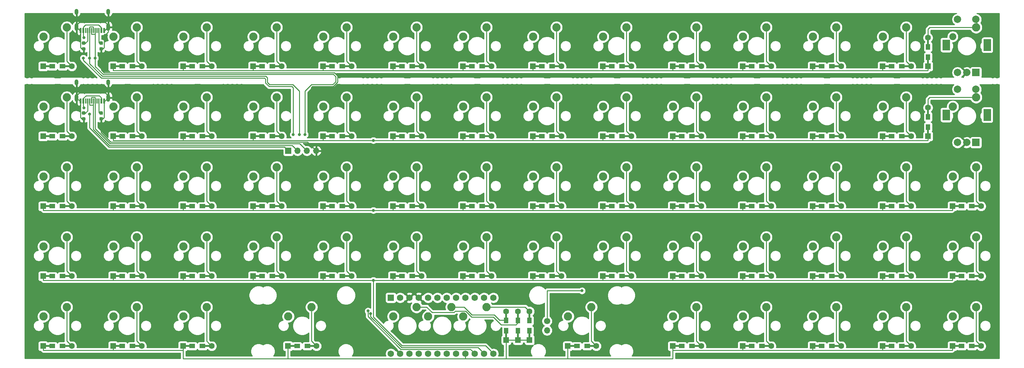
<source format=gbl>
G04 #@! TF.GenerationSoftware,KiCad,Pcbnew,(5.1.5)-3*
G04 #@! TF.CreationDate,2020-12-30T13:43:59+08:00*
G04 #@! TF.ProjectId,45ortho,34356f72-7468-46f2-9e6b-696361645f70,rev?*
G04 #@! TF.SameCoordinates,Original*
G04 #@! TF.FileFunction,Copper,L2,Bot*
G04 #@! TF.FilePolarity,Positive*
%FSLAX46Y46*%
G04 Gerber Fmt 4.6, Leading zero omitted, Abs format (unit mm)*
G04 Created by KiCad (PCBNEW (5.1.5)-3) date 2020-12-30 13:43:59*
%MOMM*%
%LPD*%
G04 APERTURE LIST*
%ADD10C,2.000000*%
%ADD11R,2.000000X2.900000*%
%ADD12R,2.000000X3.200000*%
%ADD13R,2.000000X2.000000*%
%ADD14C,1.752600*%
%ADD15R,1.752600X1.752600*%
%ADD16C,2.250000*%
%ADD17C,0.100000*%
%ADD18C,1.700000*%
%ADD19O,1.700000X1.700000*%
%ADD20O,1.000000X1.600000*%
%ADD21O,1.000000X2.100000*%
%ADD22R,0.300000X1.450000*%
%ADD23R,0.600000X1.450000*%
%ADD24R,1.700000X1.700000*%
%ADD25R,0.500000X2.900000*%
%ADD26R,1.600000X1.600000*%
%ADD27C,1.600000*%
%ADD28R,1.200000X1.600000*%
%ADD29C,1.900000*%
%ADD30R,2.900000X0.500000*%
%ADD31R,1.600000X1.200000*%
%ADD32C,0.800000*%
%ADD33C,0.250000*%
%ADD34C,0.254000*%
G04 APERTURE END LIST*
D10*
X334050000Y-81650000D03*
X339050000Y-81650000D03*
D11*
X330950000Y-88650000D03*
D12*
X342150000Y-88650000D03*
D10*
X334050000Y-96150000D03*
X336550000Y-96150000D03*
D13*
X339050000Y-96150000D03*
X339050000Y-77100000D03*
D10*
X336550000Y-77100000D03*
X334050000Y-77100000D03*
D12*
X342150000Y-69600000D03*
D11*
X330950000Y-69600000D03*
D10*
X339050000Y-62600000D03*
X334050000Y-62600000D03*
D14*
X179705000Y-153670000D03*
X207645000Y-138430000D03*
X182245000Y-153670000D03*
X184785000Y-153670000D03*
X187325000Y-153670000D03*
X189865000Y-153670000D03*
X192405000Y-153670000D03*
X194945000Y-153670000D03*
X197485000Y-153670000D03*
X200025000Y-153670000D03*
X202565000Y-153670000D03*
X205105000Y-153670000D03*
X207645000Y-153670000D03*
X205105000Y-138430000D03*
X202565000Y-138430000D03*
X200025000Y-138430000D03*
X197485000Y-138430000D03*
X194945000Y-138430000D03*
X192405000Y-138430000D03*
X189865000Y-138430000D03*
X187325000Y-138430000D03*
X184785000Y-138430000D03*
X182245000Y-138430000D03*
D15*
X179705000Y-138430000D03*
D16*
X218440000Y-86360000D03*
X224790000Y-83820000D03*
X142240000Y-67310000D03*
X148590000Y-64770000D03*
G04 #@! TA.AperFunction,SMDPad,CuDef*
D17*
G36*
X96321441Y-70201053D02*
G01*
X96342676Y-70204203D01*
X96363500Y-70209419D01*
X96383712Y-70216651D01*
X96403118Y-70225830D01*
X96421531Y-70236866D01*
X96438774Y-70249654D01*
X96454680Y-70264070D01*
X96469096Y-70279976D01*
X96481884Y-70297219D01*
X96492920Y-70315632D01*
X96502099Y-70335038D01*
X96509331Y-70355250D01*
X96514547Y-70376074D01*
X96517697Y-70397309D01*
X96518750Y-70418750D01*
X96518750Y-70856250D01*
X96517697Y-70877691D01*
X96514547Y-70898926D01*
X96509331Y-70919750D01*
X96502099Y-70939962D01*
X96492920Y-70959368D01*
X96481884Y-70977781D01*
X96469096Y-70995024D01*
X96454680Y-71010930D01*
X96438774Y-71025346D01*
X96421531Y-71038134D01*
X96403118Y-71049170D01*
X96383712Y-71058349D01*
X96363500Y-71065581D01*
X96342676Y-71070797D01*
X96321441Y-71073947D01*
X96300000Y-71075000D01*
X95787500Y-71075000D01*
X95766059Y-71073947D01*
X95744824Y-71070797D01*
X95724000Y-71065581D01*
X95703788Y-71058349D01*
X95684382Y-71049170D01*
X95665969Y-71038134D01*
X95648726Y-71025346D01*
X95632820Y-71010930D01*
X95618404Y-70995024D01*
X95605616Y-70977781D01*
X95594580Y-70959368D01*
X95585401Y-70939962D01*
X95578169Y-70919750D01*
X95572953Y-70898926D01*
X95569803Y-70877691D01*
X95568750Y-70856250D01*
X95568750Y-70418750D01*
X95569803Y-70397309D01*
X95572953Y-70376074D01*
X95578169Y-70355250D01*
X95585401Y-70335038D01*
X95594580Y-70315632D01*
X95605616Y-70297219D01*
X95618404Y-70279976D01*
X95632820Y-70264070D01*
X95648726Y-70249654D01*
X95665969Y-70236866D01*
X95684382Y-70225830D01*
X95703788Y-70216651D01*
X95724000Y-70209419D01*
X95744824Y-70204203D01*
X95766059Y-70201053D01*
X95787500Y-70200000D01*
X96300000Y-70200000D01*
X96321441Y-70201053D01*
G37*
G04 #@! TD.AperFunction*
G04 #@! TA.AperFunction,SMDPad,CuDef*
G36*
X96321441Y-68626053D02*
G01*
X96342676Y-68629203D01*
X96363500Y-68634419D01*
X96383712Y-68641651D01*
X96403118Y-68650830D01*
X96421531Y-68661866D01*
X96438774Y-68674654D01*
X96454680Y-68689070D01*
X96469096Y-68704976D01*
X96481884Y-68722219D01*
X96492920Y-68740632D01*
X96502099Y-68760038D01*
X96509331Y-68780250D01*
X96514547Y-68801074D01*
X96517697Y-68822309D01*
X96518750Y-68843750D01*
X96518750Y-69281250D01*
X96517697Y-69302691D01*
X96514547Y-69323926D01*
X96509331Y-69344750D01*
X96502099Y-69364962D01*
X96492920Y-69384368D01*
X96481884Y-69402781D01*
X96469096Y-69420024D01*
X96454680Y-69435930D01*
X96438774Y-69450346D01*
X96421531Y-69463134D01*
X96403118Y-69474170D01*
X96383712Y-69483349D01*
X96363500Y-69490581D01*
X96342676Y-69495797D01*
X96321441Y-69498947D01*
X96300000Y-69500000D01*
X95787500Y-69500000D01*
X95766059Y-69498947D01*
X95744824Y-69495797D01*
X95724000Y-69490581D01*
X95703788Y-69483349D01*
X95684382Y-69474170D01*
X95665969Y-69463134D01*
X95648726Y-69450346D01*
X95632820Y-69435930D01*
X95618404Y-69420024D01*
X95605616Y-69402781D01*
X95594580Y-69384368D01*
X95585401Y-69364962D01*
X95578169Y-69344750D01*
X95572953Y-69323926D01*
X95569803Y-69302691D01*
X95568750Y-69281250D01*
X95568750Y-68843750D01*
X95569803Y-68822309D01*
X95572953Y-68801074D01*
X95578169Y-68780250D01*
X95585401Y-68760038D01*
X95594580Y-68740632D01*
X95605616Y-68722219D01*
X95618404Y-68704976D01*
X95632820Y-68689070D01*
X95648726Y-68674654D01*
X95665969Y-68661866D01*
X95684382Y-68650830D01*
X95703788Y-68641651D01*
X95724000Y-68634419D01*
X95744824Y-68629203D01*
X95766059Y-68626053D01*
X95787500Y-68625000D01*
X96300000Y-68625000D01*
X96321441Y-68626053D01*
G37*
G04 #@! TD.AperFunction*
G04 #@! TA.AperFunction,SMDPad,CuDef*
G36*
X101083941Y-70201053D02*
G01*
X101105176Y-70204203D01*
X101126000Y-70209419D01*
X101146212Y-70216651D01*
X101165618Y-70225830D01*
X101184031Y-70236866D01*
X101201274Y-70249654D01*
X101217180Y-70264070D01*
X101231596Y-70279976D01*
X101244384Y-70297219D01*
X101255420Y-70315632D01*
X101264599Y-70335038D01*
X101271831Y-70355250D01*
X101277047Y-70376074D01*
X101280197Y-70397309D01*
X101281250Y-70418750D01*
X101281250Y-70856250D01*
X101280197Y-70877691D01*
X101277047Y-70898926D01*
X101271831Y-70919750D01*
X101264599Y-70939962D01*
X101255420Y-70959368D01*
X101244384Y-70977781D01*
X101231596Y-70995024D01*
X101217180Y-71010930D01*
X101201274Y-71025346D01*
X101184031Y-71038134D01*
X101165618Y-71049170D01*
X101146212Y-71058349D01*
X101126000Y-71065581D01*
X101105176Y-71070797D01*
X101083941Y-71073947D01*
X101062500Y-71075000D01*
X100550000Y-71075000D01*
X100528559Y-71073947D01*
X100507324Y-71070797D01*
X100486500Y-71065581D01*
X100466288Y-71058349D01*
X100446882Y-71049170D01*
X100428469Y-71038134D01*
X100411226Y-71025346D01*
X100395320Y-71010930D01*
X100380904Y-70995024D01*
X100368116Y-70977781D01*
X100357080Y-70959368D01*
X100347901Y-70939962D01*
X100340669Y-70919750D01*
X100335453Y-70898926D01*
X100332303Y-70877691D01*
X100331250Y-70856250D01*
X100331250Y-70418750D01*
X100332303Y-70397309D01*
X100335453Y-70376074D01*
X100340669Y-70355250D01*
X100347901Y-70335038D01*
X100357080Y-70315632D01*
X100368116Y-70297219D01*
X100380904Y-70279976D01*
X100395320Y-70264070D01*
X100411226Y-70249654D01*
X100428469Y-70236866D01*
X100446882Y-70225830D01*
X100466288Y-70216651D01*
X100486500Y-70209419D01*
X100507324Y-70204203D01*
X100528559Y-70201053D01*
X100550000Y-70200000D01*
X101062500Y-70200000D01*
X101083941Y-70201053D01*
G37*
G04 #@! TD.AperFunction*
G04 #@! TA.AperFunction,SMDPad,CuDef*
G36*
X101083941Y-68626053D02*
G01*
X101105176Y-68629203D01*
X101126000Y-68634419D01*
X101146212Y-68641651D01*
X101165618Y-68650830D01*
X101184031Y-68661866D01*
X101201274Y-68674654D01*
X101217180Y-68689070D01*
X101231596Y-68704976D01*
X101244384Y-68722219D01*
X101255420Y-68740632D01*
X101264599Y-68760038D01*
X101271831Y-68780250D01*
X101277047Y-68801074D01*
X101280197Y-68822309D01*
X101281250Y-68843750D01*
X101281250Y-69281250D01*
X101280197Y-69302691D01*
X101277047Y-69323926D01*
X101271831Y-69344750D01*
X101264599Y-69364962D01*
X101255420Y-69384368D01*
X101244384Y-69402781D01*
X101231596Y-69420024D01*
X101217180Y-69435930D01*
X101201274Y-69450346D01*
X101184031Y-69463134D01*
X101165618Y-69474170D01*
X101146212Y-69483349D01*
X101126000Y-69490581D01*
X101105176Y-69495797D01*
X101083941Y-69498947D01*
X101062500Y-69500000D01*
X100550000Y-69500000D01*
X100528559Y-69498947D01*
X100507324Y-69495797D01*
X100486500Y-69490581D01*
X100466288Y-69483349D01*
X100446882Y-69474170D01*
X100428469Y-69463134D01*
X100411226Y-69450346D01*
X100395320Y-69435930D01*
X100380904Y-69420024D01*
X100368116Y-69402781D01*
X100357080Y-69384368D01*
X100347901Y-69364962D01*
X100340669Y-69344750D01*
X100335453Y-69323926D01*
X100332303Y-69302691D01*
X100331250Y-69281250D01*
X100331250Y-68843750D01*
X100332303Y-68822309D01*
X100335453Y-68801074D01*
X100340669Y-68780250D01*
X100347901Y-68760038D01*
X100357080Y-68740632D01*
X100368116Y-68722219D01*
X100380904Y-68704976D01*
X100395320Y-68689070D01*
X100411226Y-68674654D01*
X100428469Y-68661866D01*
X100446882Y-68650830D01*
X100466288Y-68641651D01*
X100486500Y-68634419D01*
X100507324Y-68629203D01*
X100528559Y-68626053D01*
X100550000Y-68625000D01*
X101062500Y-68625000D01*
X101083941Y-68626053D01*
G37*
G04 #@! TD.AperFunction*
G04 #@! TA.AperFunction,SMDPad,CuDef*
G36*
X96321441Y-89251053D02*
G01*
X96342676Y-89254203D01*
X96363500Y-89259419D01*
X96383712Y-89266651D01*
X96403118Y-89275830D01*
X96421531Y-89286866D01*
X96438774Y-89299654D01*
X96454680Y-89314070D01*
X96469096Y-89329976D01*
X96481884Y-89347219D01*
X96492920Y-89365632D01*
X96502099Y-89385038D01*
X96509331Y-89405250D01*
X96514547Y-89426074D01*
X96517697Y-89447309D01*
X96518750Y-89468750D01*
X96518750Y-89906250D01*
X96517697Y-89927691D01*
X96514547Y-89948926D01*
X96509331Y-89969750D01*
X96502099Y-89989962D01*
X96492920Y-90009368D01*
X96481884Y-90027781D01*
X96469096Y-90045024D01*
X96454680Y-90060930D01*
X96438774Y-90075346D01*
X96421531Y-90088134D01*
X96403118Y-90099170D01*
X96383712Y-90108349D01*
X96363500Y-90115581D01*
X96342676Y-90120797D01*
X96321441Y-90123947D01*
X96300000Y-90125000D01*
X95787500Y-90125000D01*
X95766059Y-90123947D01*
X95744824Y-90120797D01*
X95724000Y-90115581D01*
X95703788Y-90108349D01*
X95684382Y-90099170D01*
X95665969Y-90088134D01*
X95648726Y-90075346D01*
X95632820Y-90060930D01*
X95618404Y-90045024D01*
X95605616Y-90027781D01*
X95594580Y-90009368D01*
X95585401Y-89989962D01*
X95578169Y-89969750D01*
X95572953Y-89948926D01*
X95569803Y-89927691D01*
X95568750Y-89906250D01*
X95568750Y-89468750D01*
X95569803Y-89447309D01*
X95572953Y-89426074D01*
X95578169Y-89405250D01*
X95585401Y-89385038D01*
X95594580Y-89365632D01*
X95605616Y-89347219D01*
X95618404Y-89329976D01*
X95632820Y-89314070D01*
X95648726Y-89299654D01*
X95665969Y-89286866D01*
X95684382Y-89275830D01*
X95703788Y-89266651D01*
X95724000Y-89259419D01*
X95744824Y-89254203D01*
X95766059Y-89251053D01*
X95787500Y-89250000D01*
X96300000Y-89250000D01*
X96321441Y-89251053D01*
G37*
G04 #@! TD.AperFunction*
G04 #@! TA.AperFunction,SMDPad,CuDef*
G36*
X96321441Y-87676053D02*
G01*
X96342676Y-87679203D01*
X96363500Y-87684419D01*
X96383712Y-87691651D01*
X96403118Y-87700830D01*
X96421531Y-87711866D01*
X96438774Y-87724654D01*
X96454680Y-87739070D01*
X96469096Y-87754976D01*
X96481884Y-87772219D01*
X96492920Y-87790632D01*
X96502099Y-87810038D01*
X96509331Y-87830250D01*
X96514547Y-87851074D01*
X96517697Y-87872309D01*
X96518750Y-87893750D01*
X96518750Y-88331250D01*
X96517697Y-88352691D01*
X96514547Y-88373926D01*
X96509331Y-88394750D01*
X96502099Y-88414962D01*
X96492920Y-88434368D01*
X96481884Y-88452781D01*
X96469096Y-88470024D01*
X96454680Y-88485930D01*
X96438774Y-88500346D01*
X96421531Y-88513134D01*
X96403118Y-88524170D01*
X96383712Y-88533349D01*
X96363500Y-88540581D01*
X96342676Y-88545797D01*
X96321441Y-88548947D01*
X96300000Y-88550000D01*
X95787500Y-88550000D01*
X95766059Y-88548947D01*
X95744824Y-88545797D01*
X95724000Y-88540581D01*
X95703788Y-88533349D01*
X95684382Y-88524170D01*
X95665969Y-88513134D01*
X95648726Y-88500346D01*
X95632820Y-88485930D01*
X95618404Y-88470024D01*
X95605616Y-88452781D01*
X95594580Y-88434368D01*
X95585401Y-88414962D01*
X95578169Y-88394750D01*
X95572953Y-88373926D01*
X95569803Y-88352691D01*
X95568750Y-88331250D01*
X95568750Y-87893750D01*
X95569803Y-87872309D01*
X95572953Y-87851074D01*
X95578169Y-87830250D01*
X95585401Y-87810038D01*
X95594580Y-87790632D01*
X95605616Y-87772219D01*
X95618404Y-87754976D01*
X95632820Y-87739070D01*
X95648726Y-87724654D01*
X95665969Y-87711866D01*
X95684382Y-87700830D01*
X95703788Y-87691651D01*
X95724000Y-87684419D01*
X95744824Y-87679203D01*
X95766059Y-87676053D01*
X95787500Y-87675000D01*
X96300000Y-87675000D01*
X96321441Y-87676053D01*
G37*
G04 #@! TD.AperFunction*
G04 #@! TA.AperFunction,SMDPad,CuDef*
G36*
X101083941Y-89251053D02*
G01*
X101105176Y-89254203D01*
X101126000Y-89259419D01*
X101146212Y-89266651D01*
X101165618Y-89275830D01*
X101184031Y-89286866D01*
X101201274Y-89299654D01*
X101217180Y-89314070D01*
X101231596Y-89329976D01*
X101244384Y-89347219D01*
X101255420Y-89365632D01*
X101264599Y-89385038D01*
X101271831Y-89405250D01*
X101277047Y-89426074D01*
X101280197Y-89447309D01*
X101281250Y-89468750D01*
X101281250Y-89906250D01*
X101280197Y-89927691D01*
X101277047Y-89948926D01*
X101271831Y-89969750D01*
X101264599Y-89989962D01*
X101255420Y-90009368D01*
X101244384Y-90027781D01*
X101231596Y-90045024D01*
X101217180Y-90060930D01*
X101201274Y-90075346D01*
X101184031Y-90088134D01*
X101165618Y-90099170D01*
X101146212Y-90108349D01*
X101126000Y-90115581D01*
X101105176Y-90120797D01*
X101083941Y-90123947D01*
X101062500Y-90125000D01*
X100550000Y-90125000D01*
X100528559Y-90123947D01*
X100507324Y-90120797D01*
X100486500Y-90115581D01*
X100466288Y-90108349D01*
X100446882Y-90099170D01*
X100428469Y-90088134D01*
X100411226Y-90075346D01*
X100395320Y-90060930D01*
X100380904Y-90045024D01*
X100368116Y-90027781D01*
X100357080Y-90009368D01*
X100347901Y-89989962D01*
X100340669Y-89969750D01*
X100335453Y-89948926D01*
X100332303Y-89927691D01*
X100331250Y-89906250D01*
X100331250Y-89468750D01*
X100332303Y-89447309D01*
X100335453Y-89426074D01*
X100340669Y-89405250D01*
X100347901Y-89385038D01*
X100357080Y-89365632D01*
X100368116Y-89347219D01*
X100380904Y-89329976D01*
X100395320Y-89314070D01*
X100411226Y-89299654D01*
X100428469Y-89286866D01*
X100446882Y-89275830D01*
X100466288Y-89266651D01*
X100486500Y-89259419D01*
X100507324Y-89254203D01*
X100528559Y-89251053D01*
X100550000Y-89250000D01*
X101062500Y-89250000D01*
X101083941Y-89251053D01*
G37*
G04 #@! TD.AperFunction*
G04 #@! TA.AperFunction,SMDPad,CuDef*
G36*
X101083941Y-87676053D02*
G01*
X101105176Y-87679203D01*
X101126000Y-87684419D01*
X101146212Y-87691651D01*
X101165618Y-87700830D01*
X101184031Y-87711866D01*
X101201274Y-87724654D01*
X101217180Y-87739070D01*
X101231596Y-87754976D01*
X101244384Y-87772219D01*
X101255420Y-87790632D01*
X101264599Y-87810038D01*
X101271831Y-87830250D01*
X101277047Y-87851074D01*
X101280197Y-87872309D01*
X101281250Y-87893750D01*
X101281250Y-88331250D01*
X101280197Y-88352691D01*
X101277047Y-88373926D01*
X101271831Y-88394750D01*
X101264599Y-88414962D01*
X101255420Y-88434368D01*
X101244384Y-88452781D01*
X101231596Y-88470024D01*
X101217180Y-88485930D01*
X101201274Y-88500346D01*
X101184031Y-88513134D01*
X101165618Y-88524170D01*
X101146212Y-88533349D01*
X101126000Y-88540581D01*
X101105176Y-88545797D01*
X101083941Y-88548947D01*
X101062500Y-88550000D01*
X100550000Y-88550000D01*
X100528559Y-88548947D01*
X100507324Y-88545797D01*
X100486500Y-88540581D01*
X100466288Y-88533349D01*
X100446882Y-88524170D01*
X100428469Y-88513134D01*
X100411226Y-88500346D01*
X100395320Y-88485930D01*
X100380904Y-88470024D01*
X100368116Y-88452781D01*
X100357080Y-88434368D01*
X100347901Y-88414962D01*
X100340669Y-88394750D01*
X100335453Y-88373926D01*
X100332303Y-88352691D01*
X100331250Y-88331250D01*
X100331250Y-87893750D01*
X100332303Y-87872309D01*
X100335453Y-87851074D01*
X100340669Y-87830250D01*
X100347901Y-87810038D01*
X100357080Y-87790632D01*
X100368116Y-87772219D01*
X100380904Y-87754976D01*
X100395320Y-87739070D01*
X100411226Y-87724654D01*
X100428469Y-87711866D01*
X100446882Y-87700830D01*
X100466288Y-87691651D01*
X100486500Y-87684419D01*
X100507324Y-87679203D01*
X100528559Y-87676053D01*
X100550000Y-87675000D01*
X101062500Y-87675000D01*
X101083941Y-87676053D01*
G37*
G04 #@! TD.AperFunction*
D18*
X222250000Y-144800000D03*
D19*
X222250000Y-147340000D03*
D20*
X102745000Y-60543750D03*
X94105000Y-60543750D03*
D21*
X102745000Y-64723750D03*
X94105000Y-64723750D03*
D22*
X98175000Y-65638750D03*
X98675000Y-65638750D03*
X99175000Y-65638750D03*
X97675000Y-65638750D03*
X99675000Y-65638750D03*
X97175000Y-65638750D03*
X100175000Y-65638750D03*
X96675000Y-65638750D03*
D23*
X95975000Y-65638750D03*
X100875000Y-65638750D03*
X95200000Y-65638750D03*
X101650000Y-65638750D03*
D20*
X102745000Y-79781300D03*
X94105000Y-79781300D03*
D21*
X102745000Y-83961300D03*
X94105000Y-83961300D03*
D22*
X98175000Y-84876300D03*
X98675000Y-84876300D03*
X99175000Y-84876300D03*
X97675000Y-84876300D03*
X99675000Y-84876300D03*
X97175000Y-84876300D03*
X100175000Y-84876300D03*
X96675000Y-84876300D03*
D23*
X95975000Y-84876300D03*
X100875000Y-84876300D03*
X95200000Y-84876300D03*
X101650000Y-84876300D03*
D16*
X199390000Y-143510000D03*
X205740000Y-140970000D03*
X196215000Y-140970000D03*
X189865000Y-143510000D03*
D19*
X159395000Y-98425000D03*
X156855000Y-98425000D03*
X154315000Y-98425000D03*
D24*
X151775000Y-98425000D03*
D25*
X217487500Y-148550000D03*
X217487500Y-143550000D03*
D26*
X217487500Y-149950000D03*
D27*
X217487500Y-142150000D03*
D28*
X217487500Y-144650000D03*
X217487500Y-147450000D03*
D16*
X180340000Y-143510000D03*
X186690000Y-140970000D03*
X151765000Y-143510000D03*
X158115000Y-140970000D03*
X104140000Y-143510000D03*
X110490000Y-140970000D03*
X123190000Y-143510000D03*
X129540000Y-140970000D03*
X237490000Y-67310000D03*
X243840000Y-64770000D03*
D29*
X332740000Y-67310000D03*
D16*
X339090000Y-64770000D03*
X313690000Y-67310000D03*
X320040000Y-64770000D03*
X294640000Y-67310000D03*
X300990000Y-64770000D03*
X275590000Y-67310000D03*
X281940000Y-64770000D03*
X256540000Y-67310000D03*
X262890000Y-64770000D03*
X218440000Y-67310000D03*
X224790000Y-64770000D03*
X199390000Y-67310000D03*
X205740000Y-64770000D03*
X180340000Y-67310000D03*
X186690000Y-64770000D03*
X161290000Y-67310000D03*
X167640000Y-64770000D03*
X123190000Y-67310000D03*
X129540000Y-64770000D03*
X104140000Y-67310000D03*
X110490000Y-64770000D03*
X85090000Y-67310000D03*
X91440000Y-64770000D03*
D25*
X326009000Y-74006250D03*
X326009000Y-69006250D03*
D26*
X326009000Y-75406250D03*
D27*
X326009000Y-67606250D03*
D28*
X326009000Y-70106250D03*
X326009000Y-72906250D03*
D30*
X315000000Y-75406250D03*
X320000000Y-75406250D03*
D26*
X313600000Y-75406250D03*
D27*
X321400000Y-75406250D03*
D31*
X318900000Y-75406250D03*
X316100000Y-75406250D03*
D30*
X295950000Y-75406250D03*
X300950000Y-75406250D03*
D26*
X294550000Y-75406250D03*
D27*
X302350000Y-75406250D03*
D31*
X299850000Y-75406250D03*
X297050000Y-75406250D03*
D30*
X276900000Y-75406250D03*
X281900000Y-75406250D03*
D26*
X275500000Y-75406250D03*
D27*
X283300000Y-75406250D03*
D31*
X280800000Y-75406250D03*
X278000000Y-75406250D03*
D30*
X257850000Y-75406250D03*
X262850000Y-75406250D03*
D26*
X256450000Y-75406250D03*
D27*
X264250000Y-75406250D03*
D31*
X261750000Y-75406250D03*
X258950000Y-75406250D03*
D30*
X238800000Y-75406250D03*
X243800000Y-75406250D03*
D26*
X237400000Y-75406250D03*
D27*
X245200000Y-75406250D03*
D31*
X242700000Y-75406250D03*
X239900000Y-75406250D03*
D30*
X219750000Y-75406250D03*
X224750000Y-75406250D03*
D26*
X218350000Y-75406250D03*
D27*
X226150000Y-75406250D03*
D31*
X223650000Y-75406250D03*
X220850000Y-75406250D03*
D30*
X200700000Y-75406250D03*
X205700000Y-75406250D03*
D26*
X199300000Y-75406250D03*
D27*
X207100000Y-75406250D03*
D31*
X204600000Y-75406250D03*
X201800000Y-75406250D03*
D30*
X181650000Y-75406250D03*
X186650000Y-75406250D03*
D26*
X180250000Y-75406250D03*
D27*
X188050000Y-75406250D03*
D31*
X185550000Y-75406250D03*
X182750000Y-75406250D03*
D30*
X162600000Y-75406250D03*
X167600000Y-75406250D03*
D26*
X161200000Y-75406250D03*
D27*
X169000000Y-75406250D03*
D31*
X166500000Y-75406250D03*
X163700000Y-75406250D03*
D30*
X143550000Y-75406250D03*
X148550000Y-75406250D03*
D26*
X142150000Y-75406250D03*
D27*
X149950000Y-75406250D03*
D31*
X147450000Y-75406250D03*
X144650000Y-75406250D03*
D30*
X124500000Y-75406250D03*
X129500000Y-75406250D03*
D26*
X123100000Y-75406250D03*
D27*
X130900000Y-75406250D03*
D31*
X128400000Y-75406250D03*
X125600000Y-75406250D03*
D30*
X105450000Y-75406250D03*
X110450000Y-75406250D03*
D26*
X104050000Y-75406250D03*
D27*
X111850000Y-75406250D03*
D31*
X109350000Y-75406250D03*
X106550000Y-75406250D03*
D30*
X86400000Y-75406250D03*
X91400000Y-75406250D03*
D26*
X85000000Y-75406250D03*
D27*
X92800000Y-75406250D03*
D31*
X90300000Y-75406250D03*
X87500000Y-75406250D03*
D16*
X227965000Y-143510000D03*
X234315000Y-140970000D03*
X332740000Y-143510000D03*
X339090000Y-140970000D03*
X313690000Y-143510000D03*
X320040000Y-140970000D03*
X294640000Y-143510000D03*
X300990000Y-140970000D03*
X275590000Y-143510000D03*
X281940000Y-140970000D03*
X256540000Y-143510000D03*
X262890000Y-140970000D03*
X85090000Y-143510000D03*
X91440000Y-140970000D03*
X332740000Y-124460000D03*
X339090000Y-121920000D03*
X313690000Y-124460000D03*
X320040000Y-121920000D03*
X294640000Y-124460000D03*
X300990000Y-121920000D03*
X275590000Y-124460000D03*
X281940000Y-121920000D03*
X256540000Y-124460000D03*
X262890000Y-121920000D03*
X237490000Y-124460000D03*
X243840000Y-121920000D03*
X218440000Y-124460000D03*
X224790000Y-121920000D03*
X199390000Y-124460000D03*
X205740000Y-121920000D03*
X180340000Y-124460000D03*
X186690000Y-121920000D03*
X161290000Y-124460000D03*
X167640000Y-121920000D03*
X142240000Y-124460000D03*
X148590000Y-121920000D03*
X123190000Y-124460000D03*
X129540000Y-121920000D03*
X104140000Y-124460000D03*
X110490000Y-121920000D03*
X85090000Y-124460000D03*
X91440000Y-121920000D03*
X332740000Y-105410000D03*
X339090000Y-102870000D03*
X313690000Y-105410000D03*
X320040000Y-102870000D03*
X294640000Y-105410000D03*
X300990000Y-102870000D03*
X275590000Y-105410000D03*
X281940000Y-102870000D03*
X256540000Y-105410000D03*
X262890000Y-102870000D03*
X237490000Y-105410000D03*
X243840000Y-102870000D03*
X218440000Y-105410000D03*
X224790000Y-102870000D03*
X199390000Y-105410000D03*
X205740000Y-102870000D03*
X180340000Y-105410000D03*
X186690000Y-102870000D03*
X161290000Y-105410000D03*
X167640000Y-102870000D03*
X142240000Y-105410000D03*
X148590000Y-102870000D03*
X123190000Y-105410000D03*
X129540000Y-102870000D03*
X104140000Y-105410000D03*
X110490000Y-102870000D03*
X85090000Y-105410000D03*
X91440000Y-102870000D03*
X332740000Y-86360000D03*
X339090000Y-83820000D03*
X313690000Y-86360000D03*
X320040000Y-83820000D03*
X294640000Y-86360000D03*
X300990000Y-83820000D03*
X275590000Y-86360000D03*
X281940000Y-83820000D03*
X256540000Y-86360000D03*
X262890000Y-83820000D03*
X237490000Y-86360000D03*
X243840000Y-83820000D03*
X199390000Y-86360000D03*
X205740000Y-83820000D03*
X180340000Y-86360000D03*
X186690000Y-83820000D03*
X161290000Y-86360000D03*
X167640000Y-83820000D03*
X142240000Y-86360000D03*
X148590000Y-83820000D03*
X123190000Y-86360000D03*
X129540000Y-83820000D03*
X104140000Y-86360000D03*
X110490000Y-83820000D03*
X85090000Y-86360000D03*
X91440000Y-83820000D03*
D30*
X334050000Y-151606250D03*
X339050000Y-151606250D03*
D26*
X332650000Y-151606250D03*
D27*
X340450000Y-151606250D03*
D31*
X337950000Y-151606250D03*
X335150000Y-151606250D03*
D30*
X315000000Y-151606250D03*
X320000000Y-151606250D03*
D26*
X313600000Y-151606250D03*
D27*
X321400000Y-151606250D03*
D31*
X318900000Y-151606250D03*
X316100000Y-151606250D03*
D30*
X295950000Y-151606250D03*
X300950000Y-151606250D03*
D26*
X294550000Y-151606250D03*
D27*
X302350000Y-151606250D03*
D31*
X299850000Y-151606250D03*
X297050000Y-151606250D03*
D30*
X276900000Y-151606250D03*
X281900000Y-151606250D03*
D26*
X275500000Y-151606250D03*
D27*
X283300000Y-151606250D03*
D31*
X280800000Y-151606250D03*
X278000000Y-151606250D03*
D30*
X257850000Y-151606250D03*
X262850000Y-151606250D03*
D26*
X256450000Y-151606250D03*
D27*
X264250000Y-151606250D03*
D31*
X261750000Y-151606250D03*
X258950000Y-151606250D03*
D30*
X229275000Y-151606250D03*
X234275000Y-151606250D03*
D26*
X227875000Y-151606250D03*
D27*
X235675000Y-151606250D03*
D31*
X233175000Y-151606250D03*
X230375000Y-151606250D03*
D25*
X211137500Y-148550000D03*
X211137500Y-143550000D03*
D26*
X211137500Y-149950000D03*
D27*
X211137500Y-142150000D03*
D28*
X211137500Y-144650000D03*
X211137500Y-147450000D03*
D25*
X214312500Y-148550000D03*
X214312500Y-143550000D03*
D26*
X214312500Y-149950000D03*
D27*
X214312500Y-142150000D03*
D28*
X214312500Y-144650000D03*
X214312500Y-147450000D03*
D30*
X153075000Y-151606250D03*
X158075000Y-151606250D03*
D26*
X151675000Y-151606250D03*
D27*
X159475000Y-151606250D03*
D31*
X156975000Y-151606250D03*
X154175000Y-151606250D03*
D30*
X124500000Y-151606250D03*
X129500000Y-151606250D03*
D26*
X123100000Y-151606250D03*
D27*
X130900000Y-151606250D03*
D31*
X128400000Y-151606250D03*
X125600000Y-151606250D03*
D30*
X105450000Y-151606250D03*
X110450000Y-151606250D03*
D26*
X104050000Y-151606250D03*
D27*
X111850000Y-151606250D03*
D31*
X109350000Y-151606250D03*
X106550000Y-151606250D03*
D30*
X86400000Y-151606250D03*
X91400000Y-151606250D03*
D26*
X85000000Y-151606250D03*
D27*
X92800000Y-151606250D03*
D31*
X90300000Y-151606250D03*
X87500000Y-151606250D03*
D30*
X334050000Y-132556250D03*
X339050000Y-132556250D03*
D26*
X332650000Y-132556250D03*
D27*
X340450000Y-132556250D03*
D31*
X337950000Y-132556250D03*
X335150000Y-132556250D03*
D30*
X315000000Y-132556250D03*
X320000000Y-132556250D03*
D26*
X313600000Y-132556250D03*
D27*
X321400000Y-132556250D03*
D31*
X318900000Y-132556250D03*
X316100000Y-132556250D03*
D30*
X295950000Y-132556250D03*
X300950000Y-132556250D03*
D26*
X294550000Y-132556250D03*
D27*
X302350000Y-132556250D03*
D31*
X299850000Y-132556250D03*
X297050000Y-132556250D03*
D30*
X276900000Y-132556250D03*
X281900000Y-132556250D03*
D26*
X275500000Y-132556250D03*
D27*
X283300000Y-132556250D03*
D31*
X280800000Y-132556250D03*
X278000000Y-132556250D03*
D30*
X257850000Y-132556250D03*
X262850000Y-132556250D03*
D26*
X256450000Y-132556250D03*
D27*
X264250000Y-132556250D03*
D31*
X261750000Y-132556250D03*
X258950000Y-132556250D03*
D30*
X238800000Y-132556250D03*
X243800000Y-132556250D03*
D26*
X237400000Y-132556250D03*
D27*
X245200000Y-132556250D03*
D31*
X242700000Y-132556250D03*
X239900000Y-132556250D03*
D30*
X219750000Y-132556250D03*
X224750000Y-132556250D03*
D26*
X218350000Y-132556250D03*
D27*
X226150000Y-132556250D03*
D31*
X223650000Y-132556250D03*
X220850000Y-132556250D03*
D30*
X200700000Y-132556250D03*
X205700000Y-132556250D03*
D26*
X199300000Y-132556250D03*
D27*
X207100000Y-132556250D03*
D31*
X204600000Y-132556250D03*
X201800000Y-132556250D03*
D30*
X181650000Y-132556250D03*
X186650000Y-132556250D03*
D26*
X180250000Y-132556250D03*
D27*
X188050000Y-132556250D03*
D31*
X185550000Y-132556250D03*
X182750000Y-132556250D03*
D30*
X162600000Y-132556250D03*
X167600000Y-132556250D03*
D26*
X161200000Y-132556250D03*
D27*
X169000000Y-132556250D03*
D31*
X166500000Y-132556250D03*
X163700000Y-132556250D03*
D30*
X143550000Y-132556250D03*
X148550000Y-132556250D03*
D26*
X142150000Y-132556250D03*
D27*
X149950000Y-132556250D03*
D31*
X147450000Y-132556250D03*
X144650000Y-132556250D03*
D30*
X124500000Y-132556250D03*
X129500000Y-132556250D03*
D26*
X123100000Y-132556250D03*
D27*
X130900000Y-132556250D03*
D31*
X128400000Y-132556250D03*
X125600000Y-132556250D03*
D30*
X105450000Y-132556250D03*
X110450000Y-132556250D03*
D26*
X104050000Y-132556250D03*
D27*
X111850000Y-132556250D03*
D31*
X109350000Y-132556250D03*
X106550000Y-132556250D03*
D30*
X86400000Y-132556250D03*
X91400000Y-132556250D03*
D26*
X85000000Y-132556250D03*
D27*
X92800000Y-132556250D03*
D31*
X90300000Y-132556250D03*
X87500000Y-132556250D03*
D30*
X334050000Y-113506250D03*
X339050000Y-113506250D03*
D26*
X332650000Y-113506250D03*
D27*
X340450000Y-113506250D03*
D31*
X337950000Y-113506250D03*
X335150000Y-113506250D03*
D30*
X315000000Y-113506250D03*
X320000000Y-113506250D03*
D26*
X313600000Y-113506250D03*
D27*
X321400000Y-113506250D03*
D31*
X318900000Y-113506250D03*
X316100000Y-113506250D03*
D30*
X295950000Y-113506250D03*
X300950000Y-113506250D03*
D26*
X294550000Y-113506250D03*
D27*
X302350000Y-113506250D03*
D31*
X299850000Y-113506250D03*
X297050000Y-113506250D03*
D30*
X276900000Y-113506250D03*
X281900000Y-113506250D03*
D26*
X275500000Y-113506250D03*
D27*
X283300000Y-113506250D03*
D31*
X280800000Y-113506250D03*
X278000000Y-113506250D03*
D30*
X257850000Y-113506250D03*
X262850000Y-113506250D03*
D26*
X256450000Y-113506250D03*
D27*
X264250000Y-113506250D03*
D31*
X261750000Y-113506250D03*
X258950000Y-113506250D03*
D30*
X238800000Y-113506250D03*
X243800000Y-113506250D03*
D26*
X237400000Y-113506250D03*
D27*
X245200000Y-113506250D03*
D31*
X242700000Y-113506250D03*
X239900000Y-113506250D03*
D30*
X219750000Y-113506250D03*
X224750000Y-113506250D03*
D26*
X218350000Y-113506250D03*
D27*
X226150000Y-113506250D03*
D31*
X223650000Y-113506250D03*
X220850000Y-113506250D03*
D30*
X200700000Y-113506250D03*
X205700000Y-113506250D03*
D26*
X199300000Y-113506250D03*
D27*
X207100000Y-113506250D03*
D31*
X204600000Y-113506250D03*
X201800000Y-113506250D03*
D30*
X181650000Y-113506250D03*
X186650000Y-113506250D03*
D26*
X180250000Y-113506250D03*
D27*
X188050000Y-113506250D03*
D31*
X185550000Y-113506250D03*
X182750000Y-113506250D03*
D30*
X162600000Y-113506250D03*
X167600000Y-113506250D03*
D26*
X161200000Y-113506250D03*
D27*
X169000000Y-113506250D03*
D31*
X166500000Y-113506250D03*
X163700000Y-113506250D03*
D30*
X143550000Y-113506250D03*
X148550000Y-113506250D03*
D26*
X142150000Y-113506250D03*
D27*
X149950000Y-113506250D03*
D31*
X147450000Y-113506250D03*
X144650000Y-113506250D03*
D30*
X124500000Y-113506250D03*
X129500000Y-113506250D03*
D26*
X123100000Y-113506250D03*
D27*
X130900000Y-113506250D03*
D31*
X128400000Y-113506250D03*
X125600000Y-113506250D03*
D30*
X105450000Y-113506250D03*
X110450000Y-113506250D03*
D26*
X104050000Y-113506250D03*
D27*
X111850000Y-113506250D03*
D31*
X109350000Y-113506250D03*
X106550000Y-113506250D03*
D30*
X86400000Y-113506250D03*
X91400000Y-113506250D03*
D26*
X85000000Y-113506250D03*
D27*
X92800000Y-113506250D03*
D31*
X90300000Y-113506250D03*
X87500000Y-113506250D03*
D25*
X326009000Y-93056250D03*
X326009000Y-88056250D03*
D26*
X326009000Y-94456250D03*
D27*
X326009000Y-86656250D03*
D28*
X326009000Y-89156250D03*
X326009000Y-91956250D03*
D30*
X315000000Y-94456250D03*
X320000000Y-94456250D03*
D26*
X313600000Y-94456250D03*
D27*
X321400000Y-94456250D03*
D31*
X318900000Y-94456250D03*
X316100000Y-94456250D03*
D30*
X295950000Y-94456250D03*
X300950000Y-94456250D03*
D26*
X294550000Y-94456250D03*
D27*
X302350000Y-94456250D03*
D31*
X299850000Y-94456250D03*
X297050000Y-94456250D03*
D30*
X276900000Y-94456250D03*
X281900000Y-94456250D03*
D26*
X275500000Y-94456250D03*
D27*
X283300000Y-94456250D03*
D31*
X280800000Y-94456250D03*
X278000000Y-94456250D03*
D30*
X257850000Y-94456250D03*
X262850000Y-94456250D03*
D26*
X256450000Y-94456250D03*
D27*
X264250000Y-94456250D03*
D31*
X261750000Y-94456250D03*
X258950000Y-94456250D03*
D30*
X238800000Y-94456250D03*
X243800000Y-94456250D03*
D26*
X237400000Y-94456250D03*
D27*
X245200000Y-94456250D03*
D31*
X242700000Y-94456250D03*
X239900000Y-94456250D03*
D30*
X219750000Y-94456250D03*
X224750000Y-94456250D03*
D26*
X218350000Y-94456250D03*
D27*
X226150000Y-94456250D03*
D31*
X223650000Y-94456250D03*
X220850000Y-94456250D03*
D30*
X200700000Y-94456250D03*
X205700000Y-94456250D03*
D26*
X199300000Y-94456250D03*
D27*
X207100000Y-94456250D03*
D31*
X204600000Y-94456250D03*
X201800000Y-94456250D03*
D30*
X181650000Y-94456250D03*
X186650000Y-94456250D03*
D26*
X180250000Y-94456250D03*
D27*
X188050000Y-94456250D03*
D31*
X185550000Y-94456250D03*
X182750000Y-94456250D03*
D30*
X162600000Y-94456250D03*
X167600000Y-94456250D03*
D26*
X161200000Y-94456250D03*
D27*
X169000000Y-94456250D03*
D31*
X166500000Y-94456250D03*
X163700000Y-94456250D03*
D30*
X143550000Y-94456250D03*
X148550000Y-94456250D03*
D26*
X142150000Y-94456250D03*
D27*
X149950000Y-94456250D03*
D31*
X147450000Y-94456250D03*
X144650000Y-94456250D03*
D30*
X124500000Y-94456250D03*
X129500000Y-94456250D03*
D26*
X123100000Y-94456250D03*
D27*
X130900000Y-94456250D03*
D31*
X128400000Y-94456250D03*
X125600000Y-94456250D03*
D30*
X105450000Y-94456250D03*
X110450000Y-94456250D03*
D26*
X104050000Y-94456250D03*
D27*
X111850000Y-94456250D03*
D31*
X109350000Y-94456250D03*
X106550000Y-94456250D03*
D30*
X86400000Y-94456250D03*
X91400000Y-94456250D03*
D26*
X85000000Y-94456250D03*
D27*
X92800000Y-94456250D03*
D31*
X90300000Y-94456250D03*
X87500000Y-94456250D03*
D32*
X231775000Y-136525000D03*
X174949999Y-95581251D03*
X173499999Y-142029070D03*
X174949999Y-114631251D03*
X174224999Y-142785000D03*
X174949999Y-133681251D03*
X100875000Y-73152000D03*
X158025000Y-93980000D03*
X212725000Y-117475000D03*
X229362000Y-117475000D03*
X234315000Y-117475000D03*
X250825000Y-117475000D03*
X269875000Y-117475000D03*
X288925000Y-117475000D03*
X307975000Y-117475000D03*
X327025000Y-117475000D03*
X343662000Y-117475000D03*
X136525000Y-117475000D03*
X117475000Y-117475000D03*
X98425000Y-117475000D03*
X81788000Y-117475000D03*
X210185000Y-153035000D03*
X224409000Y-153035000D03*
X162560000Y-153035000D03*
X224409000Y-146050000D03*
X214312500Y-153035000D03*
X99175000Y-73152000D03*
X156325000Y-93980000D03*
X97675000Y-73152000D03*
X154825000Y-93980000D03*
X95975000Y-73152000D03*
X96139000Y-86741000D03*
X97663000Y-88392000D03*
X96139000Y-67564000D03*
X153125000Y-93980000D03*
D33*
X91440000Y-74046250D02*
X92800000Y-75406250D01*
X91440000Y-64770000D02*
X91440000Y-74046250D01*
X110490000Y-74046250D02*
X111850000Y-75406250D01*
X110490000Y-64770000D02*
X110490000Y-74046250D01*
X129540000Y-74046250D02*
X130900000Y-75406250D01*
X129540000Y-64770000D02*
X129540000Y-74046250D01*
X148590000Y-74046250D02*
X149950000Y-75406250D01*
X148590000Y-64770000D02*
X148590000Y-74046250D01*
X167640000Y-74046250D02*
X169000000Y-75406250D01*
X167640000Y-64770000D02*
X167640000Y-74046250D01*
X186690000Y-74046250D02*
X186690000Y-64770000D01*
X188050000Y-75406250D02*
X186690000Y-74046250D01*
X205740000Y-74046250D02*
X207100000Y-75406250D01*
X205740000Y-64770000D02*
X205740000Y-74046250D01*
X224790000Y-74046250D02*
X226150000Y-75406250D01*
X224790000Y-64770000D02*
X224790000Y-74046250D01*
X243840000Y-74046250D02*
X245200000Y-75406250D01*
X243840000Y-64770000D02*
X243840000Y-74046250D01*
X262890000Y-74046250D02*
X264250000Y-75406250D01*
X262890000Y-64770000D02*
X262890000Y-74046250D01*
X281940000Y-74046250D02*
X283300000Y-75406250D01*
X281940000Y-64770000D02*
X281940000Y-74046250D01*
X300990000Y-74046250D02*
X302350000Y-75406250D01*
X300990000Y-64770000D02*
X300990000Y-74046250D01*
X320040000Y-74046250D02*
X321400000Y-75406250D01*
X320040000Y-64770000D02*
X320040000Y-74046250D01*
X339300000Y-64560000D02*
X339090000Y-64770000D01*
X339300000Y-62850000D02*
X339300000Y-64560000D01*
X326009000Y-65278000D02*
X326009000Y-67606250D01*
X339090000Y-64770000D02*
X326517000Y-64770000D01*
X326517000Y-64770000D02*
X326009000Y-65278000D01*
X91440000Y-93096250D02*
X92800000Y-94456250D01*
X91440000Y-83820000D02*
X91440000Y-93096250D01*
X110490000Y-93096250D02*
X111850000Y-94456250D01*
X110490000Y-83820000D02*
X110490000Y-93096250D01*
X129540000Y-93096250D02*
X130900000Y-94456250D01*
X129540000Y-83820000D02*
X129540000Y-93096250D01*
X148590000Y-93096250D02*
X149950000Y-94456250D01*
X148590000Y-83820000D02*
X148590000Y-93096250D01*
X167640000Y-93096250D02*
X169000000Y-94456250D01*
X167640000Y-83820000D02*
X167640000Y-93096250D01*
X186690000Y-93096250D02*
X188050000Y-94456250D01*
X186690000Y-83820000D02*
X186690000Y-93096250D01*
X205740000Y-93096250D02*
X207100000Y-94456250D01*
X205740000Y-83820000D02*
X205740000Y-93096250D01*
X224790000Y-93096250D02*
X226150000Y-94456250D01*
X224790000Y-83820000D02*
X224790000Y-93096250D01*
X243840000Y-93096250D02*
X245200000Y-94456250D01*
X243840000Y-83820000D02*
X243840000Y-93096250D01*
X262890000Y-93096250D02*
X264250000Y-94456250D01*
X262890000Y-83820000D02*
X262890000Y-93096250D01*
X281940000Y-93096250D02*
X283300000Y-94456250D01*
X281940000Y-83820000D02*
X281940000Y-93096250D01*
X300990000Y-93096250D02*
X302350000Y-94456250D01*
X300990000Y-83820000D02*
X300990000Y-93096250D01*
X320040000Y-93096250D02*
X321400000Y-94456250D01*
X320040000Y-83820000D02*
X320040000Y-93096250D01*
X339050000Y-83780000D02*
X339090000Y-83820000D01*
X339050000Y-81650000D02*
X339050000Y-83780000D01*
X326009000Y-84328000D02*
X326009000Y-86656250D01*
X339090000Y-83820000D02*
X326517000Y-83820000D01*
X326517000Y-83820000D02*
X326009000Y-84328000D01*
X91440000Y-112146250D02*
X92800000Y-113506250D01*
X91440000Y-102870000D02*
X91440000Y-112146250D01*
X110490000Y-112146250D02*
X111850000Y-113506250D01*
X110490000Y-102870000D02*
X110490000Y-112146250D01*
X129540000Y-112146250D02*
X130900000Y-113506250D01*
X129540000Y-102870000D02*
X129540000Y-112146250D01*
X148590000Y-112146250D02*
X149950000Y-113506250D01*
X148590000Y-102870000D02*
X148590000Y-112146250D01*
X167640000Y-112146250D02*
X169000000Y-113506250D01*
X167640000Y-102870000D02*
X167640000Y-112146250D01*
X186690000Y-112146250D02*
X188050000Y-113506250D01*
X186690000Y-102870000D02*
X186690000Y-112146250D01*
X205740000Y-112146250D02*
X207100000Y-113506250D01*
X205740000Y-102870000D02*
X205740000Y-112146250D01*
X224790000Y-112146250D02*
X226150000Y-113506250D01*
X224790000Y-102870000D02*
X224790000Y-112146250D01*
X243840000Y-112146250D02*
X245200000Y-113506250D01*
X243840000Y-102870000D02*
X243840000Y-112146250D01*
X262890000Y-112146250D02*
X264250000Y-113506250D01*
X262890000Y-102870000D02*
X262890000Y-112146250D01*
X281940000Y-112146250D02*
X283300000Y-113506250D01*
X281940000Y-102870000D02*
X281940000Y-112146250D01*
X300990000Y-112146250D02*
X302350000Y-113506250D01*
X300990000Y-102870000D02*
X300990000Y-112146250D01*
X320040000Y-112146250D02*
X321400000Y-113506250D01*
X320040000Y-102870000D02*
X320040000Y-112146250D01*
X339090000Y-112146250D02*
X340450000Y-113506250D01*
X339090000Y-102870000D02*
X339090000Y-112146250D01*
X91440000Y-131196250D02*
X92800000Y-132556250D01*
X91440000Y-121920000D02*
X91440000Y-131196250D01*
X110490000Y-131196250D02*
X111850000Y-132556250D01*
X110490000Y-121920000D02*
X110490000Y-131196250D01*
X129540000Y-131196250D02*
X130900000Y-132556250D01*
X129540000Y-121920000D02*
X129540000Y-131196250D01*
X148590000Y-131196250D02*
X149950000Y-132556250D01*
X148590000Y-121920000D02*
X148590000Y-131196250D01*
X167640000Y-131196250D02*
X169000000Y-132556250D01*
X167640000Y-121920000D02*
X167640000Y-131196250D01*
X186690000Y-131196250D02*
X188050000Y-132556250D01*
X186690000Y-121920000D02*
X186690000Y-131196250D01*
X205740000Y-131196250D02*
X207100000Y-132556250D01*
X205740000Y-121920000D02*
X205740000Y-131196250D01*
X225350001Y-131756251D02*
X226150000Y-132556250D01*
X224790000Y-131196250D02*
X225350001Y-131756251D01*
X224790000Y-121920000D02*
X224790000Y-131196250D01*
X243840000Y-131196250D02*
X245200000Y-132556250D01*
X243840000Y-121920000D02*
X243840000Y-131196250D01*
X262890000Y-131196250D02*
X264250000Y-132556250D01*
X262890000Y-121920000D02*
X262890000Y-131196250D01*
X281940000Y-131196250D02*
X283300000Y-132556250D01*
X281940000Y-121920000D02*
X281940000Y-131196250D01*
X300990000Y-131196250D02*
X302350000Y-132556250D01*
X300990000Y-121920000D02*
X300990000Y-131196250D01*
X294625001Y-76531251D02*
X294550000Y-76456250D01*
X313600000Y-76456250D02*
X313524999Y-76531251D01*
X313524999Y-76531251D02*
X294625001Y-76531251D01*
X275575001Y-76531251D02*
X275500000Y-76456250D01*
X294474999Y-76531251D02*
X275575001Y-76531251D01*
X294550000Y-76456250D02*
X294474999Y-76531251D01*
X294550000Y-75406250D02*
X294550000Y-76456250D01*
X256525001Y-76531251D02*
X256450000Y-76456250D01*
X275424999Y-76531251D02*
X256525001Y-76531251D01*
X275500000Y-76456250D02*
X275424999Y-76531251D01*
X275500000Y-75406250D02*
X275500000Y-76456250D01*
X237475001Y-76531251D02*
X237400000Y-76456250D01*
X256374999Y-76531251D02*
X237475001Y-76531251D01*
X256450000Y-76456250D02*
X256374999Y-76531251D01*
X256450000Y-75406250D02*
X256450000Y-76456250D01*
X218425001Y-76531251D02*
X218350000Y-76456250D01*
X237324999Y-76531251D02*
X218425001Y-76531251D01*
X237400000Y-76456250D02*
X237324999Y-76531251D01*
X237400000Y-75406250D02*
X237400000Y-76456250D01*
X199375001Y-76531251D02*
X199300000Y-76456250D01*
X218274999Y-76531251D02*
X199375001Y-76531251D01*
X218350000Y-76456250D02*
X218274999Y-76531251D01*
X218350000Y-75406250D02*
X218350000Y-76456250D01*
X180325001Y-76531251D02*
X180250000Y-76456250D01*
X199224999Y-76531251D02*
X180325001Y-76531251D01*
X199300000Y-76456250D02*
X199224999Y-76531251D01*
X199300000Y-75406250D02*
X199300000Y-76456250D01*
X104125001Y-76531251D02*
X104050000Y-76456250D01*
X123024999Y-76531251D02*
X104125001Y-76531251D01*
X123100000Y-76456250D02*
X123024999Y-76531251D01*
X104050000Y-75406250D02*
X104050000Y-76456250D01*
X142074999Y-76531251D02*
X142150000Y-76456250D01*
X123175001Y-76531251D02*
X142074999Y-76531251D01*
X123100000Y-76456250D02*
X123175001Y-76531251D01*
X123100000Y-75406250D02*
X123100000Y-76456250D01*
X142225001Y-76531251D02*
X161124999Y-76531251D01*
X142150000Y-76456250D02*
X142225001Y-76531251D01*
X161124999Y-76531251D02*
X161200000Y-76456250D01*
X142150000Y-75406250D02*
X142150000Y-76456250D01*
X180250000Y-76456250D02*
X180250000Y-75406250D01*
X180174999Y-76531251D02*
X180250000Y-76456250D01*
X161275001Y-76531251D02*
X180174999Y-76531251D01*
X161200000Y-76456250D02*
X161275001Y-76531251D01*
X161200000Y-75406250D02*
X161200000Y-76456250D01*
X325933999Y-76531251D02*
X326009000Y-76456250D01*
X326009000Y-76456250D02*
X326009000Y-75406250D01*
X313675001Y-76531251D02*
X325933999Y-76531251D01*
X313600000Y-76456250D02*
X313675001Y-76531251D01*
X313600000Y-75406250D02*
X313600000Y-76456250D01*
X222250000Y-136525000D02*
X231775000Y-136525000D01*
X222250000Y-144800000D02*
X222250000Y-136525000D01*
X104125001Y-95581251D02*
X123024999Y-95581251D01*
X104050000Y-95506250D02*
X104125001Y-95581251D01*
X123024999Y-95581251D02*
X123100000Y-95506250D01*
X104050000Y-94456250D02*
X104050000Y-95506250D01*
X142074999Y-95581251D02*
X142150000Y-95506250D01*
X123175001Y-95581251D02*
X142074999Y-95581251D01*
X123100000Y-95506250D02*
X123175001Y-95581251D01*
X123100000Y-94456250D02*
X123100000Y-95506250D01*
X161124999Y-95581251D02*
X161200000Y-95506250D01*
X142225001Y-95581251D02*
X161124999Y-95581251D01*
X142150000Y-95506250D02*
X142225001Y-95581251D01*
X142150000Y-94456250D02*
X142150000Y-95506250D01*
X180174999Y-95581251D02*
X180250000Y-95506250D01*
X161275001Y-95581251D02*
X172134749Y-95581251D01*
X161200000Y-95506250D02*
X161275001Y-95581251D01*
X161200000Y-94456250D02*
X161200000Y-95506250D01*
X199224999Y-95581251D02*
X199300000Y-95506250D01*
X180250000Y-95506250D02*
X180325001Y-95581251D01*
X180325001Y-95581251D02*
X199224999Y-95581251D01*
X180250000Y-94456250D02*
X180250000Y-95506250D01*
X218274999Y-95581251D02*
X218350000Y-95506250D01*
X199375001Y-95581251D02*
X218274999Y-95581251D01*
X199300000Y-95506250D02*
X199375001Y-95581251D01*
X199300000Y-94456250D02*
X199300000Y-95506250D01*
X237324999Y-95581251D02*
X237400000Y-95506250D01*
X218350000Y-95506250D02*
X218425001Y-95581251D01*
X218425001Y-95581251D02*
X237324999Y-95581251D01*
X218350000Y-94456250D02*
X218350000Y-95506250D01*
X256374999Y-95581251D02*
X256450000Y-95506250D01*
X237475001Y-95581251D02*
X256374999Y-95581251D01*
X237400000Y-95506250D02*
X237475001Y-95581251D01*
X237400000Y-94456250D02*
X237400000Y-95506250D01*
X275424999Y-95581251D02*
X275500000Y-95506250D01*
X256525001Y-95581251D02*
X275424999Y-95581251D01*
X256450000Y-95506250D02*
X256525001Y-95581251D01*
X256450000Y-94456250D02*
X256450000Y-95506250D01*
X275575001Y-95581251D02*
X294474999Y-95581251D01*
X294474999Y-95581251D02*
X294550000Y-95506250D01*
X275500000Y-95506250D02*
X275575001Y-95581251D01*
X275500000Y-94456250D02*
X275500000Y-95506250D01*
X313524999Y-95581251D02*
X313600000Y-95506250D01*
X294625001Y-95581251D02*
X313524999Y-95581251D01*
X294550000Y-95506250D02*
X294625001Y-95581251D01*
X294550000Y-94456250D02*
X294550000Y-95506250D01*
X172134749Y-95581251D02*
X180174999Y-95581251D01*
X201688701Y-152793701D02*
X202565000Y-153670000D01*
X198061937Y-152469011D02*
X199448063Y-152469011D01*
X198061625Y-152468699D02*
X198061937Y-152469011D01*
X196908375Y-152468699D02*
X198061625Y-152468699D01*
X196908063Y-152469011D02*
X196908375Y-152468699D01*
X195521937Y-152469011D02*
X196908063Y-152469011D01*
X194368375Y-152468699D02*
X195521625Y-152468699D01*
X194368063Y-152469011D02*
X194368375Y-152468699D01*
X185361937Y-152469011D02*
X186748063Y-152469011D01*
X195521625Y-152468699D02*
X195521937Y-152469011D01*
X187901937Y-152469011D02*
X189288063Y-152469011D01*
X192981625Y-152468699D02*
X192981937Y-152469011D01*
X189288375Y-152468699D02*
X190441625Y-152468699D01*
X191828063Y-152469011D02*
X191828375Y-152468699D01*
X186748063Y-152469011D02*
X186748375Y-152468699D01*
X190441937Y-152469011D02*
X191828063Y-152469011D01*
X192981937Y-152469011D02*
X194368063Y-152469011D01*
X173499999Y-142029070D02*
X173499999Y-143528821D01*
X173499999Y-143528821D02*
X182440188Y-152469011D01*
X199448375Y-152468699D02*
X201363699Y-152468699D01*
X184208063Y-152469011D02*
X184208375Y-152468699D01*
X184208375Y-152468699D02*
X185361625Y-152468699D01*
X190441625Y-152468699D02*
X190441937Y-152469011D01*
X201363699Y-152468699D02*
X201688701Y-152793701D01*
X185361625Y-152468699D02*
X185361937Y-152469011D01*
X186748375Y-152468699D02*
X187901625Y-152468699D01*
X199448063Y-152469011D02*
X199448375Y-152468699D01*
X187901625Y-152468699D02*
X187901937Y-152469011D01*
X189288063Y-152469011D02*
X189288375Y-152468699D01*
X182440188Y-152469011D02*
X184208063Y-152469011D01*
X191828375Y-152468699D02*
X192981625Y-152468699D01*
X326009000Y-95506250D02*
X326009000Y-94456250D01*
X325933999Y-95581251D02*
X326009000Y-95506250D01*
X313675001Y-95581251D02*
X325933999Y-95581251D01*
X313600000Y-95506250D02*
X313675001Y-95581251D01*
X313600000Y-94456250D02*
X313600000Y-95506250D01*
X85000000Y-114556250D02*
X85075001Y-114631251D01*
X103974999Y-114631251D02*
X104050000Y-114556250D01*
X85075001Y-114631251D02*
X103974999Y-114631251D01*
X85000000Y-113506250D02*
X85000000Y-114556250D01*
X123024999Y-114631251D02*
X123100000Y-114556250D01*
X104125001Y-114631251D02*
X123024999Y-114631251D01*
X104050000Y-114556250D02*
X104125001Y-114631251D01*
X104050000Y-113506250D02*
X104050000Y-114556250D01*
X142074999Y-114631251D02*
X142150000Y-114556250D01*
X123175001Y-114631251D02*
X142074999Y-114631251D01*
X123100000Y-114556250D02*
X123175001Y-114631251D01*
X123100000Y-113506250D02*
X123100000Y-114556250D01*
X161124999Y-114631251D02*
X161200000Y-114556250D01*
X142225001Y-114631251D02*
X161124999Y-114631251D01*
X142150000Y-114556250D02*
X142225001Y-114631251D01*
X142150000Y-113506250D02*
X142150000Y-114556250D01*
X180174999Y-114631251D02*
X180250000Y-114556250D01*
X161275001Y-114631251D02*
X172134749Y-114631251D01*
X161200000Y-114556250D02*
X161275001Y-114631251D01*
X161200000Y-113506250D02*
X161200000Y-114556250D01*
X199224999Y-114631251D02*
X199300000Y-114556250D01*
X180325001Y-114631251D02*
X199224999Y-114631251D01*
X180250000Y-114556250D02*
X180325001Y-114631251D01*
X180250000Y-113506250D02*
X180250000Y-114556250D01*
X199375001Y-114631251D02*
X218274999Y-114631251D01*
X199300000Y-114556250D02*
X199375001Y-114631251D01*
X218274999Y-114631251D02*
X218350000Y-114556250D01*
X199300000Y-113506250D02*
X199300000Y-114556250D01*
X218425001Y-114631251D02*
X237324999Y-114631251D01*
X218350000Y-114556250D02*
X218425001Y-114631251D01*
X237324999Y-114631251D02*
X237400000Y-114556250D01*
X218350000Y-113506250D02*
X218350000Y-114556250D01*
X256374999Y-114631251D02*
X237948251Y-114631251D01*
X256450000Y-114556250D02*
X256374999Y-114631251D01*
X237400000Y-114556250D02*
X237400000Y-113506250D01*
X237475001Y-114631251D02*
X237400000Y-114556250D01*
X237948251Y-114631251D02*
X237475001Y-114631251D01*
X275424999Y-114631251D02*
X275500000Y-114556250D01*
X256525001Y-114631251D02*
X275424999Y-114631251D01*
X256450000Y-114556250D02*
X256525001Y-114631251D01*
X256450000Y-113506250D02*
X256450000Y-114556250D01*
X275575001Y-114631251D02*
X294474999Y-114631251D01*
X294474999Y-114631251D02*
X294550000Y-114556250D01*
X275500000Y-114556250D02*
X275575001Y-114631251D01*
X275500000Y-113506250D02*
X275500000Y-114556250D01*
X313524999Y-114631251D02*
X313600000Y-114556250D01*
X294625001Y-114631251D02*
X313524999Y-114631251D01*
X294550000Y-114556250D02*
X294625001Y-114631251D01*
X294550000Y-113506250D02*
X294550000Y-114556250D01*
X332650000Y-114556250D02*
X332650000Y-113506250D01*
X332574999Y-114631251D02*
X332650000Y-114556250D01*
X313675001Y-114631251D02*
X332574999Y-114631251D01*
X313600000Y-114556250D02*
X313675001Y-114631251D01*
X313600000Y-113506250D02*
X313600000Y-114556250D01*
X172134749Y-114631251D02*
X180174999Y-114631251D01*
X185548025Y-152018688D02*
X185548337Y-152019000D01*
X185548337Y-152019000D02*
X186561663Y-152019000D01*
X186561975Y-152018688D02*
X188088025Y-152018688D01*
X188088337Y-152019000D02*
X189101663Y-152019000D01*
X189101663Y-152019000D02*
X189101975Y-152018688D01*
X182626588Y-152019000D02*
X184021663Y-152019000D01*
X174224999Y-142785000D02*
X174224999Y-143617411D01*
X190628025Y-152018688D02*
X190628337Y-152019000D01*
X188088025Y-152018688D02*
X188088337Y-152019000D01*
X195708025Y-152018688D02*
X195708337Y-152019000D01*
X195708337Y-152019000D02*
X196721663Y-152019000D01*
X184021663Y-152019000D02*
X184021975Y-152018688D01*
X174224999Y-143617411D02*
X182626588Y-152019000D01*
X196721975Y-152018688D02*
X203453688Y-152018688D01*
X191641975Y-152018688D02*
X193168025Y-152018688D01*
X184021975Y-152018688D02*
X185548025Y-152018688D01*
X191641663Y-152019000D02*
X191641975Y-152018688D01*
X204228701Y-152793701D02*
X205105000Y-153670000D01*
X186561663Y-152019000D02*
X186561975Y-152018688D01*
X203453688Y-152018688D02*
X204228701Y-152793701D01*
X194181975Y-152018688D02*
X195708025Y-152018688D01*
X190628337Y-152019000D02*
X191641663Y-152019000D01*
X193168337Y-152019000D02*
X194181663Y-152019000D01*
X189101975Y-152018688D02*
X190628025Y-152018688D01*
X193168025Y-152018688D02*
X193168337Y-152019000D01*
X196721663Y-152019000D02*
X196721975Y-152018688D01*
X194181663Y-152019000D02*
X194181975Y-152018688D01*
X85075001Y-133681251D02*
X103974999Y-133681251D01*
X103974999Y-133681251D02*
X104050000Y-133606250D01*
X85000000Y-133606250D02*
X85075001Y-133681251D01*
X85000000Y-132556250D02*
X85000000Y-133606250D01*
X123024999Y-133681251D02*
X123100000Y-133606250D01*
X104125001Y-133681251D02*
X123024999Y-133681251D01*
X104050000Y-133606250D02*
X104125001Y-133681251D01*
X104050000Y-132556250D02*
X104050000Y-133606250D01*
X123175001Y-133681251D02*
X142074999Y-133681251D01*
X123100000Y-133606250D02*
X123175001Y-133681251D01*
X142074999Y-133681251D02*
X142150000Y-133606250D01*
X123100000Y-132556250D02*
X123100000Y-133606250D01*
X161124999Y-133681251D02*
X161200000Y-133606250D01*
X142225001Y-133681251D02*
X161124999Y-133681251D01*
X142150000Y-133606250D02*
X142225001Y-133681251D01*
X142150000Y-132556250D02*
X142150000Y-133606250D01*
X180174999Y-133681251D02*
X180250000Y-133606250D01*
X161275001Y-133681251D02*
X172134749Y-133681251D01*
X161200000Y-133606250D02*
X161275001Y-133681251D01*
X161200000Y-132556250D02*
X161200000Y-133606250D01*
X199224999Y-133681251D02*
X199300000Y-133606250D01*
X180250000Y-133606250D02*
X180325001Y-133681251D01*
X180325001Y-133681251D02*
X199224999Y-133681251D01*
X180250000Y-132556250D02*
X180250000Y-133606250D01*
X199375001Y-133681251D02*
X218274999Y-133681251D01*
X199300000Y-133606250D02*
X199375001Y-133681251D01*
X218274999Y-133681251D02*
X218350000Y-133606250D01*
X199300000Y-132556250D02*
X199300000Y-133606250D01*
X237324999Y-133681251D02*
X237400000Y-133606250D01*
X218425001Y-133681251D02*
X237324999Y-133681251D01*
X218350000Y-133606250D02*
X218425001Y-133681251D01*
X218350000Y-132556250D02*
X218350000Y-133606250D01*
X256374999Y-133681251D02*
X256450000Y-133606250D01*
X237475001Y-133681251D02*
X256374999Y-133681251D01*
X237400000Y-133606250D02*
X237475001Y-133681251D01*
X237400000Y-132556250D02*
X237400000Y-133606250D01*
X275424999Y-133681251D02*
X275500000Y-133606250D01*
X256450000Y-133606250D02*
X256525001Y-133681251D01*
X256525001Y-133681251D02*
X275424999Y-133681251D01*
X256450000Y-132556250D02*
X256450000Y-133606250D01*
X294474999Y-133681251D02*
X294550000Y-133606250D01*
X275575001Y-133681251D02*
X294474999Y-133681251D01*
X275500000Y-133606250D02*
X275575001Y-133681251D01*
X275500000Y-132556250D02*
X275500000Y-133606250D01*
X313524999Y-133681251D02*
X313600000Y-133606250D01*
X294625001Y-133681251D02*
X313524999Y-133681251D01*
X294550000Y-133606250D02*
X294625001Y-133681251D01*
X294550000Y-132556250D02*
X294550000Y-133606250D01*
X332574999Y-133681251D02*
X332650000Y-133606250D01*
X332650000Y-133606250D02*
X332650000Y-132556250D01*
X313600000Y-133606250D02*
X313675001Y-133681251D01*
X313675001Y-133681251D02*
X332574999Y-133681251D01*
X313600000Y-132556250D02*
X313600000Y-133606250D01*
X172134749Y-133681251D02*
X180174999Y-133681251D01*
X206768701Y-152793701D02*
X207645000Y-153670000D01*
X205486000Y-151511000D02*
X206768701Y-152793701D01*
X182754998Y-151511000D02*
X205486000Y-151511000D01*
X174949999Y-133681251D02*
X174949999Y-143706001D01*
X174949999Y-143706001D02*
X182754998Y-151511000D01*
X103974999Y-152731251D02*
X104050000Y-152656250D01*
X85075001Y-152731251D02*
X103974999Y-152731251D01*
X85000000Y-152656250D02*
X85075001Y-152731251D01*
X85000000Y-151606250D02*
X85000000Y-152656250D01*
X123024999Y-152731251D02*
X123100000Y-152656250D01*
X104125001Y-152731251D02*
X123024999Y-152731251D01*
X104050000Y-152656250D02*
X104125001Y-152731251D01*
X104050000Y-151606250D02*
X104050000Y-152656250D01*
X211137500Y-149950000D02*
X214312500Y-149950000D01*
X214312500Y-149950000D02*
X217487500Y-149950000D01*
X211137500Y-155067000D02*
X211137500Y-149950000D01*
X151675000Y-151606250D02*
X151675000Y-155067000D01*
X227875000Y-155067000D02*
X227875000Y-151606250D01*
X211137500Y-155067000D02*
X227875000Y-155067000D01*
X123100000Y-151606250D02*
X123100000Y-152656250D01*
X123100000Y-155067000D02*
X151675000Y-155067000D01*
X123100000Y-152656250D02*
X123100000Y-155067000D01*
X256450000Y-155067000D02*
X256450000Y-151606250D01*
X227875000Y-155067000D02*
X256450000Y-155067000D01*
X275424999Y-152731251D02*
X275500000Y-152656250D01*
X256525001Y-152731251D02*
X275424999Y-152731251D01*
X256450000Y-152656250D02*
X256525001Y-152731251D01*
X256450000Y-151606250D02*
X256450000Y-152656250D01*
X294474999Y-152731251D02*
X294550000Y-152656250D01*
X275575001Y-152731251D02*
X294474999Y-152731251D01*
X275500000Y-152656250D02*
X275575001Y-152731251D01*
X275500000Y-151606250D02*
X275500000Y-152656250D01*
X313524999Y-152731251D02*
X313600000Y-152656250D01*
X294625001Y-152731251D02*
X313524999Y-152731251D01*
X294550000Y-152656250D02*
X294625001Y-152731251D01*
X294550000Y-151606250D02*
X294550000Y-152656250D01*
X332650000Y-152656250D02*
X332650000Y-151606250D01*
X332574999Y-152731251D02*
X332650000Y-152656250D01*
X313675001Y-152731251D02*
X332574999Y-152731251D01*
X313600000Y-152656250D02*
X313675001Y-152731251D01*
X313600000Y-151606250D02*
X313600000Y-152656250D01*
X200025000Y-155067000D02*
X200025000Y-153670000D01*
X200025000Y-155067000D02*
X211137500Y-155067000D01*
X151675000Y-155067000D02*
X200025000Y-155067000D01*
X320040000Y-131196250D02*
X321400000Y-132556250D01*
X320040000Y-121920000D02*
X320040000Y-131196250D01*
X339090000Y-131196250D02*
X340450000Y-132556250D01*
X339090000Y-121920000D02*
X339090000Y-131196250D01*
X91440000Y-150246250D02*
X92800000Y-151606250D01*
X91440000Y-140970000D02*
X91440000Y-150246250D01*
X110490000Y-150246250D02*
X111850000Y-151606250D01*
X110490000Y-140970000D02*
X110490000Y-150246250D01*
X130100001Y-150806251D02*
X130900000Y-151606250D01*
X129540000Y-150246250D02*
X130100001Y-150806251D01*
X129540000Y-140970000D02*
X129540000Y-150246250D01*
X158115000Y-150246250D02*
X159255539Y-151386789D01*
X158115000Y-140970000D02*
X158115000Y-150246250D01*
X207674752Y-143668750D02*
X201694752Y-143668750D01*
X213787499Y-145775001D02*
X209781003Y-145775001D01*
X214312500Y-145250000D02*
X213787499Y-145775001D01*
X189471002Y-140970000D02*
X188280990Y-140970000D01*
X214312500Y-143550000D02*
X214312500Y-145250000D01*
X197271003Y-142059999D02*
X196911001Y-142420001D01*
X209781003Y-145775001D02*
X207674752Y-143668750D01*
X188280990Y-140970000D02*
X186690000Y-140970000D01*
X201694752Y-143668750D02*
X200086001Y-142059999D01*
X196911001Y-142420001D02*
X190921003Y-142420001D01*
X200086001Y-142059999D02*
X197271003Y-142059999D01*
X190921003Y-142420001D02*
X189471002Y-140970000D01*
X197805990Y-140970000D02*
X196215000Y-140970000D01*
X209296000Y-144526000D02*
X207899000Y-143129000D01*
X211074000Y-144526000D02*
X209296000Y-144526000D01*
X207899000Y-143129000D02*
X201791412Y-143129000D01*
X201791412Y-143129000D02*
X199632412Y-140970000D01*
X199632412Y-140970000D02*
X197805990Y-140970000D01*
X216307500Y-140970000D02*
X205740000Y-140970000D01*
X217487500Y-142150000D02*
X216307500Y-140970000D01*
X234315000Y-150246250D02*
X235675000Y-151606250D01*
X234315000Y-140970000D02*
X234315000Y-150246250D01*
X262890000Y-150246250D02*
X264250000Y-151606250D01*
X262890000Y-140970000D02*
X262890000Y-150246250D01*
X281940000Y-150246250D02*
X283300000Y-151606250D01*
X281940000Y-140970000D02*
X281940000Y-150246250D01*
X300990000Y-150246250D02*
X302350000Y-151606250D01*
X300990000Y-140970000D02*
X300990000Y-150246250D01*
X320040000Y-150246250D02*
X321400000Y-151606250D01*
X320040000Y-140970000D02*
X320040000Y-150246250D01*
X339090000Y-150246250D02*
X340450000Y-151606250D01*
X339090000Y-140970000D02*
X339090000Y-150246250D01*
X101830000Y-65638750D02*
X102745000Y-64723750D01*
X101650000Y-65638750D02*
X101830000Y-65638750D01*
X102745000Y-64723750D02*
X102745000Y-60675010D01*
X95020000Y-65638750D02*
X94105000Y-64723750D01*
X95200000Y-65638750D02*
X95020000Y-65638750D01*
X94105000Y-64723750D02*
X94105000Y-60675010D01*
X101281250Y-70637500D02*
X100806250Y-70637500D01*
X102745000Y-66023750D02*
X101606260Y-67162490D01*
X101606260Y-70312490D02*
X101281250Y-70637500D01*
X101606260Y-67162490D02*
X101606260Y-70312490D01*
X102745000Y-64723750D02*
X102745000Y-66023750D01*
X95020000Y-84876300D02*
X94105000Y-83961300D01*
X95200000Y-84876300D02*
X95020000Y-84876300D01*
X94105000Y-82661300D02*
X94105000Y-80093710D01*
X94105000Y-83961300D02*
X94105000Y-82661300D01*
X101830000Y-84876300D02*
X102745000Y-83961300D01*
X101650000Y-84876300D02*
X101830000Y-84876300D01*
X102745000Y-82661300D02*
X102745000Y-80093710D01*
X102745000Y-83961300D02*
X102745000Y-82661300D01*
X95568750Y-89687500D02*
X96043750Y-89687500D01*
X95200000Y-89318750D02*
X95568750Y-89687500D01*
X95200000Y-84876300D02*
X95200000Y-89318750D01*
X101281250Y-89687500D02*
X100806250Y-89687500D01*
X101650000Y-89318750D02*
X101281250Y-89687500D01*
X101650000Y-84876300D02*
X101650000Y-89318750D01*
X95568750Y-70637500D02*
X96043750Y-70637500D01*
X95200000Y-70268750D02*
X95568750Y-70637500D01*
X95200000Y-65638750D02*
X95200000Y-70268750D01*
X100806250Y-90125000D02*
X100806250Y-89687500D01*
X100806250Y-93397502D02*
X100806250Y-90125000D01*
X103440009Y-96031261D02*
X100806250Y-93397502D01*
X157001261Y-96031261D02*
X103440009Y-96031261D01*
X159395000Y-98425000D02*
X157001261Y-96031261D01*
X94105000Y-64173750D02*
X94105000Y-64723750D01*
X94855000Y-63423750D02*
X94105000Y-64173750D01*
X101995000Y-63423750D02*
X94855000Y-63423750D01*
X102745000Y-64173750D02*
X101995000Y-63423750D01*
X102745000Y-64723750D02*
X102745000Y-64173750D01*
X94105000Y-83411300D02*
X94105000Y-83961300D01*
X94855000Y-82661300D02*
X94105000Y-83411300D01*
X101995000Y-82661300D02*
X94855000Y-82661300D01*
X102745000Y-83411300D02*
X101995000Y-82661300D01*
X102745000Y-83961300D02*
X102745000Y-83411300D01*
X100875000Y-70706250D02*
X100806250Y-70637500D01*
X100875000Y-73152000D02*
X100875000Y-70706250D01*
X100875000Y-73717685D02*
X100875000Y-73152000D01*
X100875000Y-76364000D02*
X100875000Y-73717685D01*
X101657990Y-77146990D02*
X100875000Y-76364000D01*
X165227000Y-77978000D02*
X164395990Y-77146990D01*
X164025119Y-80899000D02*
X165227000Y-79697119D01*
X158025000Y-93980000D02*
X158025000Y-81243000D01*
X158025000Y-81243000D02*
X158369000Y-80899000D01*
X158369000Y-80899000D02*
X164025119Y-80899000D01*
X165227000Y-79697119D02*
X165227000Y-77978000D01*
X163379990Y-77146990D02*
X101657990Y-77146990D01*
X164395990Y-77146990D02*
X163379990Y-77146990D01*
X98264999Y-83826299D02*
X99099999Y-83826299D01*
X99175000Y-83901300D02*
X99175000Y-84876300D01*
X98175000Y-83916298D02*
X98264999Y-83826299D01*
X99099999Y-83826299D02*
X99175000Y-83901300D01*
X98175000Y-84876300D02*
X98175000Y-83916298D01*
X99175000Y-92402662D02*
X99175000Y-85851300D01*
X103253608Y-96481270D02*
X99175000Y-92402662D01*
X99175000Y-85851300D02*
X99175000Y-84876300D01*
X154911271Y-96481271D02*
X103253608Y-96481270D01*
X156855000Y-98425000D02*
X154911271Y-96481271D01*
X98250001Y-66688751D02*
X99099999Y-66688751D01*
X99175000Y-66613750D02*
X99175000Y-65638750D01*
X99099999Y-66688751D02*
X99175000Y-66613750D01*
X98175000Y-66613750D02*
X98250001Y-66688751D01*
X98175000Y-65638750D02*
X98175000Y-66613750D01*
X99175000Y-73152000D02*
X99175000Y-72586315D01*
X99175000Y-72586315D02*
X99175000Y-65638750D01*
X164084000Y-77597000D02*
X101346000Y-77597000D01*
X158115000Y-80391000D02*
X163896709Y-80391000D01*
X163896709Y-80391000D02*
X164719000Y-79568709D01*
X156325000Y-82181000D02*
X158115000Y-80391000D01*
X101346000Y-77597000D02*
X99175000Y-75426000D01*
X99175000Y-75426000D02*
X99175000Y-73152000D01*
X164719000Y-79568709D02*
X164719000Y-78232000D01*
X164719000Y-78232000D02*
X164084000Y-77597000D01*
X156325000Y-93980000D02*
X156325000Y-82181000D01*
X98599999Y-85926301D02*
X98675000Y-85851300D01*
X97675000Y-85836302D02*
X97764999Y-85926301D01*
X97764999Y-85926301D02*
X98599999Y-85926301D01*
X97675000Y-84876300D02*
X97675000Y-85836302D01*
X98675000Y-92539072D02*
X98675000Y-85851300D01*
X98675000Y-85851300D02*
X98675000Y-84876300D01*
X103067207Y-96931279D02*
X98675000Y-92539072D01*
X152821280Y-96931280D02*
X103067207Y-96931279D01*
X154315000Y-98425000D02*
X152821280Y-96931280D01*
X98599999Y-64588749D02*
X98675000Y-64663750D01*
X98675000Y-64663750D02*
X98675000Y-65638750D01*
X97750001Y-64588749D02*
X98599999Y-64588749D01*
X97675000Y-64663750D02*
X97750001Y-64588749D01*
X97675000Y-65638750D02*
X97675000Y-64663750D01*
X97675000Y-73152000D02*
X97675000Y-65638750D01*
X146050000Y-79756000D02*
X146050000Y-78484589D01*
X153035000Y-80391000D02*
X146685000Y-80391000D01*
X154825000Y-93980000D02*
X154825000Y-82181000D01*
X146685000Y-80391000D02*
X146050000Y-79756000D01*
X154825000Y-82181000D02*
X153035000Y-80391000D01*
X146050000Y-78484589D02*
X145670411Y-78105000D01*
X145670411Y-78105000D02*
X101092000Y-78105000D01*
X101092000Y-78105000D02*
X97675000Y-74688000D01*
X97675000Y-74688000D02*
X97675000Y-73717685D01*
X97675000Y-73717685D02*
X97675000Y-73152000D01*
X100875000Y-64878748D02*
X100875000Y-65638750D01*
X100134992Y-64138740D02*
X100875000Y-64878748D01*
X95975000Y-64715752D02*
X96552012Y-64138740D01*
X96552012Y-64138740D02*
X100134992Y-64138740D01*
X95975000Y-65638750D02*
X95975000Y-64715752D01*
X95975000Y-84116298D02*
X95975000Y-84876300D01*
X100297988Y-83376290D02*
X96715008Y-83376290D01*
X96715008Y-83376290D02*
X95975000Y-84116298D01*
X100875000Y-83953302D02*
X100297988Y-83376290D01*
X100875000Y-84876300D02*
X100875000Y-83953302D01*
X95975000Y-84876300D02*
X95975000Y-86577000D01*
X95975000Y-86577000D02*
X96139000Y-86741000D01*
X102908518Y-97409000D02*
X97663000Y-92163482D01*
X151775000Y-98425000D02*
X150759000Y-97409000D01*
X97663000Y-92163482D02*
X97663000Y-88392000D01*
X150759000Y-97409000D02*
X102908518Y-97409000D01*
X95975000Y-65638750D02*
X95975000Y-67400000D01*
X95975000Y-67400000D02*
X96139000Y-67564000D01*
X145599989Y-79942400D02*
X145599989Y-78924989D01*
X145288000Y-78613000D02*
X100870315Y-78613000D01*
X152781000Y-80899000D02*
X146556589Y-80899000D01*
X145599989Y-78924989D02*
X145288000Y-78613000D01*
X146556589Y-80899000D02*
X145599989Y-79942400D01*
X153125000Y-93980000D02*
X153125000Y-81243000D01*
X153125000Y-81243000D02*
X152781000Y-80899000D01*
X100870315Y-78613000D02*
X95975000Y-73717685D01*
X95975000Y-73717685D02*
X95975000Y-73152000D01*
X100331250Y-88112500D02*
X100806250Y-88112500D01*
X100175000Y-87956250D02*
X100331250Y-88112500D01*
X100175000Y-84876300D02*
X100175000Y-87956250D01*
X96518750Y-88112500D02*
X96043750Y-88112500D01*
X97175000Y-87456250D02*
X96518750Y-88112500D01*
X97175000Y-84876300D02*
X97175000Y-87456250D01*
X100175000Y-66613750D02*
X100175000Y-65638750D01*
X100175000Y-68906250D02*
X100175000Y-66613750D01*
X100331250Y-69062500D02*
X100175000Y-68906250D01*
X100806250Y-69062500D02*
X100331250Y-69062500D01*
X97175000Y-66613750D02*
X97175000Y-65638750D01*
X96518750Y-69062500D02*
X97175000Y-68406250D01*
X97175000Y-68406250D02*
X97175000Y-66613750D01*
X96043750Y-69062500D02*
X96518750Y-69062500D01*
D34*
G36*
X345415001Y-78346300D02*
G01*
X345338682Y-78346300D01*
X345139939Y-78385833D01*
X344952728Y-78463378D01*
X344918872Y-78486000D01*
X344691128Y-78486000D01*
X344657272Y-78463378D01*
X344470061Y-78385833D01*
X344271318Y-78346300D01*
X344068682Y-78346300D01*
X343869939Y-78385833D01*
X343682728Y-78463378D01*
X343648872Y-78486000D01*
X343485335Y-78486000D01*
X343361871Y-78420007D01*
X343167960Y-78361185D01*
X343016832Y-78346300D01*
X340638369Y-78346300D01*
X340639502Y-78344180D01*
X340675812Y-78224482D01*
X340688072Y-78100000D01*
X340688072Y-76100000D01*
X340675812Y-75975518D01*
X340639502Y-75855820D01*
X340580537Y-75745506D01*
X340501185Y-75648815D01*
X340404494Y-75569463D01*
X340294180Y-75510498D01*
X340174482Y-75474188D01*
X340050000Y-75461928D01*
X338050000Y-75461928D01*
X337925518Y-75474188D01*
X337805820Y-75510498D01*
X337695506Y-75569463D01*
X337598815Y-75648815D01*
X337519463Y-75745506D01*
X337464024Y-75849223D01*
X337410044Y-75700186D01*
X337120429Y-75559296D01*
X336808892Y-75477616D01*
X336487405Y-75458282D01*
X336168325Y-75502039D01*
X335863912Y-75607205D01*
X335689956Y-75700186D01*
X335594192Y-75964587D01*
X336550000Y-76920395D01*
X336564143Y-76906253D01*
X336743748Y-77085858D01*
X336729605Y-77100000D01*
X336743748Y-77114143D01*
X336564143Y-77293748D01*
X336550000Y-77279605D01*
X335594192Y-78235413D01*
X335651075Y-78392464D01*
X335547960Y-78361185D01*
X335396832Y-78346300D01*
X335115939Y-78346300D01*
X335319987Y-78142252D01*
X335384925Y-78045065D01*
X335414587Y-78055808D01*
X336370395Y-77100000D01*
X335414587Y-76144192D01*
X335384925Y-76154935D01*
X335319987Y-76057748D01*
X335092252Y-75830013D01*
X334824463Y-75651082D01*
X334526912Y-75527832D01*
X334211033Y-75465000D01*
X333888967Y-75465000D01*
X333573088Y-75527832D01*
X333275537Y-75651082D01*
X333007748Y-75830013D01*
X332780013Y-76057748D01*
X332601082Y-76325537D01*
X332477832Y-76623088D01*
X332415000Y-76938967D01*
X332415000Y-77261033D01*
X332477832Y-77576912D01*
X332601082Y-77874463D01*
X332780013Y-78142252D01*
X332984061Y-78346300D01*
X330083168Y-78346300D01*
X329932040Y-78361185D01*
X329738129Y-78420007D01*
X329614665Y-78486000D01*
X329451128Y-78486000D01*
X329417272Y-78463378D01*
X329230061Y-78385833D01*
X329031318Y-78346300D01*
X328828682Y-78346300D01*
X328629939Y-78385833D01*
X328442728Y-78463378D01*
X328408872Y-78486000D01*
X328181128Y-78486000D01*
X328147272Y-78463378D01*
X327960061Y-78385833D01*
X327761318Y-78346300D01*
X327558682Y-78346300D01*
X327359939Y-78385833D01*
X327172728Y-78463378D01*
X327138872Y-78486000D01*
X326911128Y-78486000D01*
X326877272Y-78463378D01*
X326690061Y-78385833D01*
X326491318Y-78346300D01*
X326288682Y-78346300D01*
X326089939Y-78385833D01*
X325902728Y-78463378D01*
X325868872Y-78486000D01*
X325641128Y-78486000D01*
X325607272Y-78463378D01*
X325420061Y-78385833D01*
X325221318Y-78346300D01*
X325018682Y-78346300D01*
X324819939Y-78385833D01*
X324632728Y-78463378D01*
X324598872Y-78486000D01*
X324435335Y-78486000D01*
X324311871Y-78420007D01*
X324117960Y-78361185D01*
X323966832Y-78346300D01*
X318653168Y-78346300D01*
X318502040Y-78361185D01*
X318308129Y-78420007D01*
X318184665Y-78486000D01*
X316815335Y-78486000D01*
X316691871Y-78420007D01*
X316497960Y-78361185D01*
X316346832Y-78346300D01*
X311033168Y-78346300D01*
X310882040Y-78361185D01*
X310688129Y-78420007D01*
X310564665Y-78486000D01*
X310401128Y-78486000D01*
X310367272Y-78463378D01*
X310180061Y-78385833D01*
X309981318Y-78346300D01*
X309778682Y-78346300D01*
X309579939Y-78385833D01*
X309392728Y-78463378D01*
X309358872Y-78486000D01*
X309131128Y-78486000D01*
X309097272Y-78463378D01*
X308910061Y-78385833D01*
X308711318Y-78346300D01*
X308508682Y-78346300D01*
X308309939Y-78385833D01*
X308122728Y-78463378D01*
X308088872Y-78486000D01*
X307861128Y-78486000D01*
X307827272Y-78463378D01*
X307640061Y-78385833D01*
X307441318Y-78346300D01*
X307238682Y-78346300D01*
X307039939Y-78385833D01*
X306852728Y-78463378D01*
X306818872Y-78486000D01*
X306591128Y-78486000D01*
X306557272Y-78463378D01*
X306370061Y-78385833D01*
X306171318Y-78346300D01*
X305968682Y-78346300D01*
X305769939Y-78385833D01*
X305582728Y-78463378D01*
X305548872Y-78486000D01*
X305385335Y-78486000D01*
X305261871Y-78420007D01*
X305067960Y-78361185D01*
X304916832Y-78346300D01*
X299603168Y-78346300D01*
X299452040Y-78361185D01*
X299258129Y-78420007D01*
X299134665Y-78486000D01*
X297765335Y-78486000D01*
X297641871Y-78420007D01*
X297447960Y-78361185D01*
X297296832Y-78346300D01*
X291983168Y-78346300D01*
X291832040Y-78361185D01*
X291638129Y-78420007D01*
X291514665Y-78486000D01*
X291351128Y-78486000D01*
X291317272Y-78463378D01*
X291130061Y-78385833D01*
X290931318Y-78346300D01*
X290728682Y-78346300D01*
X290529939Y-78385833D01*
X290342728Y-78463378D01*
X290308872Y-78486000D01*
X290081128Y-78486000D01*
X290047272Y-78463378D01*
X289860061Y-78385833D01*
X289661318Y-78346300D01*
X289458682Y-78346300D01*
X289259939Y-78385833D01*
X289072728Y-78463378D01*
X289038872Y-78486000D01*
X288811128Y-78486000D01*
X288777272Y-78463378D01*
X288590061Y-78385833D01*
X288391318Y-78346300D01*
X288188682Y-78346300D01*
X287989939Y-78385833D01*
X287802728Y-78463378D01*
X287768872Y-78486000D01*
X287541128Y-78486000D01*
X287507272Y-78463378D01*
X287320061Y-78385833D01*
X287121318Y-78346300D01*
X286918682Y-78346300D01*
X286719939Y-78385833D01*
X286532728Y-78463378D01*
X286498872Y-78486000D01*
X286335335Y-78486000D01*
X286211871Y-78420007D01*
X286017960Y-78361185D01*
X285866832Y-78346300D01*
X280553168Y-78346300D01*
X280402040Y-78361185D01*
X280208129Y-78420007D01*
X280084665Y-78486000D01*
X278715335Y-78486000D01*
X278591871Y-78420007D01*
X278397960Y-78361185D01*
X278246832Y-78346300D01*
X272933168Y-78346300D01*
X272782040Y-78361185D01*
X272588129Y-78420007D01*
X272464665Y-78486000D01*
X272301128Y-78486000D01*
X272267272Y-78463378D01*
X272080061Y-78385833D01*
X271881318Y-78346300D01*
X271678682Y-78346300D01*
X271479939Y-78385833D01*
X271292728Y-78463378D01*
X271258872Y-78486000D01*
X271031128Y-78486000D01*
X270997272Y-78463378D01*
X270810061Y-78385833D01*
X270611318Y-78346300D01*
X270408682Y-78346300D01*
X270209939Y-78385833D01*
X270022728Y-78463378D01*
X269988872Y-78486000D01*
X269761128Y-78486000D01*
X269727272Y-78463378D01*
X269540061Y-78385833D01*
X269341318Y-78346300D01*
X269138682Y-78346300D01*
X268939939Y-78385833D01*
X268752728Y-78463378D01*
X268718872Y-78486000D01*
X268491128Y-78486000D01*
X268457272Y-78463378D01*
X268270061Y-78385833D01*
X268071318Y-78346300D01*
X267868682Y-78346300D01*
X267669939Y-78385833D01*
X267482728Y-78463378D01*
X267448872Y-78486000D01*
X267285335Y-78486000D01*
X267161871Y-78420007D01*
X266967960Y-78361185D01*
X266816832Y-78346300D01*
X261503168Y-78346300D01*
X261352040Y-78361185D01*
X261158129Y-78420007D01*
X261034665Y-78486000D01*
X259665335Y-78486000D01*
X259541871Y-78420007D01*
X259347960Y-78361185D01*
X259196832Y-78346300D01*
X253883168Y-78346300D01*
X253732040Y-78361185D01*
X253538129Y-78420007D01*
X253414665Y-78486000D01*
X253251128Y-78486000D01*
X253217272Y-78463378D01*
X253030061Y-78385833D01*
X252831318Y-78346300D01*
X252628682Y-78346300D01*
X252429939Y-78385833D01*
X252242728Y-78463378D01*
X252208872Y-78486000D01*
X251981128Y-78486000D01*
X251947272Y-78463378D01*
X251760061Y-78385833D01*
X251561318Y-78346300D01*
X251358682Y-78346300D01*
X251159939Y-78385833D01*
X250972728Y-78463378D01*
X250938872Y-78486000D01*
X250711128Y-78486000D01*
X250677272Y-78463378D01*
X250490061Y-78385833D01*
X250291318Y-78346300D01*
X250088682Y-78346300D01*
X249889939Y-78385833D01*
X249702728Y-78463378D01*
X249668872Y-78486000D01*
X249441128Y-78486000D01*
X249407272Y-78463378D01*
X249220061Y-78385833D01*
X249021318Y-78346300D01*
X248818682Y-78346300D01*
X248619939Y-78385833D01*
X248432728Y-78463378D01*
X248398872Y-78486000D01*
X248235335Y-78486000D01*
X248111871Y-78420007D01*
X247917960Y-78361185D01*
X247766832Y-78346300D01*
X242453168Y-78346300D01*
X242302040Y-78361185D01*
X242108129Y-78420007D01*
X241984665Y-78486000D01*
X240615335Y-78486000D01*
X240491871Y-78420007D01*
X240297960Y-78361185D01*
X240146832Y-78346300D01*
X234833168Y-78346300D01*
X234682040Y-78361185D01*
X234488129Y-78420007D01*
X234364665Y-78486000D01*
X234201128Y-78486000D01*
X234167272Y-78463378D01*
X233980061Y-78385833D01*
X233781318Y-78346300D01*
X233578682Y-78346300D01*
X233379939Y-78385833D01*
X233192728Y-78463378D01*
X233158872Y-78486000D01*
X232931128Y-78486000D01*
X232897272Y-78463378D01*
X232710061Y-78385833D01*
X232511318Y-78346300D01*
X232308682Y-78346300D01*
X232109939Y-78385833D01*
X231922728Y-78463378D01*
X231888872Y-78486000D01*
X231661128Y-78486000D01*
X231627272Y-78463378D01*
X231440061Y-78385833D01*
X231241318Y-78346300D01*
X231038682Y-78346300D01*
X230839939Y-78385833D01*
X230652728Y-78463378D01*
X230618872Y-78486000D01*
X230391128Y-78486000D01*
X230357272Y-78463378D01*
X230170061Y-78385833D01*
X229971318Y-78346300D01*
X229768682Y-78346300D01*
X229569939Y-78385833D01*
X229382728Y-78463378D01*
X229348872Y-78486000D01*
X229185335Y-78486000D01*
X229061871Y-78420007D01*
X228867960Y-78361185D01*
X228716832Y-78346300D01*
X223403168Y-78346300D01*
X223252040Y-78361185D01*
X223058129Y-78420007D01*
X222934665Y-78486000D01*
X221565335Y-78486000D01*
X221441871Y-78420007D01*
X221247960Y-78361185D01*
X221096832Y-78346300D01*
X215783168Y-78346300D01*
X215632040Y-78361185D01*
X215438129Y-78420007D01*
X215314665Y-78486000D01*
X215151128Y-78486000D01*
X215117272Y-78463378D01*
X214930061Y-78385833D01*
X214731318Y-78346300D01*
X214528682Y-78346300D01*
X214329939Y-78385833D01*
X214142728Y-78463378D01*
X214108872Y-78486000D01*
X213881128Y-78486000D01*
X213847272Y-78463378D01*
X213660061Y-78385833D01*
X213461318Y-78346300D01*
X213258682Y-78346300D01*
X213059939Y-78385833D01*
X212872728Y-78463378D01*
X212838872Y-78486000D01*
X212611128Y-78486000D01*
X212577272Y-78463378D01*
X212390061Y-78385833D01*
X212191318Y-78346300D01*
X211988682Y-78346300D01*
X211789939Y-78385833D01*
X211602728Y-78463378D01*
X211568872Y-78486000D01*
X211341128Y-78486000D01*
X211307272Y-78463378D01*
X211120061Y-78385833D01*
X210921318Y-78346300D01*
X210718682Y-78346300D01*
X210519939Y-78385833D01*
X210332728Y-78463378D01*
X210298872Y-78486000D01*
X210135335Y-78486000D01*
X210011871Y-78420007D01*
X209817960Y-78361185D01*
X209666832Y-78346300D01*
X204353168Y-78346300D01*
X204202040Y-78361185D01*
X204008129Y-78420007D01*
X203884665Y-78486000D01*
X202515335Y-78486000D01*
X202391871Y-78420007D01*
X202197960Y-78361185D01*
X202046832Y-78346300D01*
X196733168Y-78346300D01*
X196582040Y-78361185D01*
X196388129Y-78420007D01*
X196264665Y-78486000D01*
X196101128Y-78486000D01*
X196067272Y-78463378D01*
X195880061Y-78385833D01*
X195681318Y-78346300D01*
X195478682Y-78346300D01*
X195279939Y-78385833D01*
X195092728Y-78463378D01*
X195058872Y-78486000D01*
X194831128Y-78486000D01*
X194797272Y-78463378D01*
X194610061Y-78385833D01*
X194411318Y-78346300D01*
X194208682Y-78346300D01*
X194009939Y-78385833D01*
X193822728Y-78463378D01*
X193788872Y-78486000D01*
X193561128Y-78486000D01*
X193527272Y-78463378D01*
X193340061Y-78385833D01*
X193141318Y-78346300D01*
X192938682Y-78346300D01*
X192739939Y-78385833D01*
X192552728Y-78463378D01*
X192518872Y-78486000D01*
X192291128Y-78486000D01*
X192257272Y-78463378D01*
X192070061Y-78385833D01*
X191871318Y-78346300D01*
X191668682Y-78346300D01*
X191469939Y-78385833D01*
X191282728Y-78463378D01*
X191248872Y-78486000D01*
X191085335Y-78486000D01*
X190961871Y-78420007D01*
X190767960Y-78361185D01*
X190616832Y-78346300D01*
X185303168Y-78346300D01*
X185152040Y-78361185D01*
X184958129Y-78420007D01*
X184834665Y-78486000D01*
X183465335Y-78486000D01*
X183341871Y-78420007D01*
X183147960Y-78361185D01*
X182996832Y-78346300D01*
X177683168Y-78346300D01*
X177532040Y-78361185D01*
X177338129Y-78420007D01*
X177214665Y-78486000D01*
X177051128Y-78486000D01*
X177017272Y-78463378D01*
X176830061Y-78385833D01*
X176631318Y-78346300D01*
X176428682Y-78346300D01*
X176229939Y-78385833D01*
X176042728Y-78463378D01*
X176008872Y-78486000D01*
X175781128Y-78486000D01*
X175747272Y-78463378D01*
X175560061Y-78385833D01*
X175361318Y-78346300D01*
X175158682Y-78346300D01*
X174959939Y-78385833D01*
X174772728Y-78463378D01*
X174738872Y-78486000D01*
X174511128Y-78486000D01*
X174477272Y-78463378D01*
X174290061Y-78385833D01*
X174091318Y-78346300D01*
X173888682Y-78346300D01*
X173689939Y-78385833D01*
X173502728Y-78463378D01*
X173468872Y-78486000D01*
X173241128Y-78486000D01*
X173207272Y-78463378D01*
X173020061Y-78385833D01*
X172821318Y-78346300D01*
X172618682Y-78346300D01*
X172419939Y-78385833D01*
X172232728Y-78463378D01*
X172198872Y-78486000D01*
X172035335Y-78486000D01*
X171911871Y-78420007D01*
X171717960Y-78361185D01*
X171566832Y-78346300D01*
X166253168Y-78346300D01*
X166102040Y-78361185D01*
X165908129Y-78420007D01*
X165784665Y-78486000D01*
X165479000Y-78486000D01*
X165479000Y-78269333D01*
X165482677Y-78232000D01*
X165473838Y-78142252D01*
X165468003Y-78083014D01*
X165424546Y-77939753D01*
X165353974Y-77807724D01*
X165259001Y-77691999D01*
X165230002Y-77668200D01*
X164853052Y-77291251D01*
X180137677Y-77291251D01*
X180174999Y-77294927D01*
X180212321Y-77291251D01*
X180212332Y-77291251D01*
X180250000Y-77287541D01*
X180287668Y-77291251D01*
X180287678Y-77291251D01*
X180325000Y-77294927D01*
X180362323Y-77291251D01*
X199187677Y-77291251D01*
X199224999Y-77294927D01*
X199262321Y-77291251D01*
X199262332Y-77291251D01*
X199300000Y-77287541D01*
X199337668Y-77291251D01*
X199337678Y-77291251D01*
X199375000Y-77294927D01*
X199412323Y-77291251D01*
X218237677Y-77291251D01*
X218274999Y-77294927D01*
X218312321Y-77291251D01*
X218312332Y-77291251D01*
X218350000Y-77287541D01*
X218387668Y-77291251D01*
X218387678Y-77291251D01*
X218425000Y-77294927D01*
X218462323Y-77291251D01*
X237287677Y-77291251D01*
X237324999Y-77294927D01*
X237362321Y-77291251D01*
X237362332Y-77291251D01*
X237400000Y-77287541D01*
X237437668Y-77291251D01*
X237437678Y-77291251D01*
X237475000Y-77294927D01*
X237512323Y-77291251D01*
X256337677Y-77291251D01*
X256374999Y-77294927D01*
X256412321Y-77291251D01*
X256412332Y-77291251D01*
X256450000Y-77287541D01*
X256487668Y-77291251D01*
X256487678Y-77291251D01*
X256525000Y-77294927D01*
X256562323Y-77291251D01*
X275387677Y-77291251D01*
X275424999Y-77294927D01*
X275462321Y-77291251D01*
X275462332Y-77291251D01*
X275500000Y-77287541D01*
X275537668Y-77291251D01*
X275537678Y-77291251D01*
X275575000Y-77294927D01*
X275612323Y-77291251D01*
X294437677Y-77291251D01*
X294474999Y-77294927D01*
X294512321Y-77291251D01*
X294512332Y-77291251D01*
X294550000Y-77287541D01*
X294587668Y-77291251D01*
X294587678Y-77291251D01*
X294625000Y-77294927D01*
X294662323Y-77291251D01*
X313487677Y-77291251D01*
X313524999Y-77294927D01*
X313562321Y-77291251D01*
X313562332Y-77291251D01*
X313600000Y-77287541D01*
X313637668Y-77291251D01*
X313637678Y-77291251D01*
X313675000Y-77294927D01*
X313712323Y-77291251D01*
X325896677Y-77291251D01*
X325933999Y-77294927D01*
X325971321Y-77291251D01*
X325971332Y-77291251D01*
X326082985Y-77280254D01*
X326226246Y-77236797D01*
X326358275Y-77166225D01*
X326474000Y-77071252D01*
X326497801Y-77042251D01*
X326520002Y-77020050D01*
X326549001Y-76996251D01*
X326643974Y-76880526D01*
X326663326Y-76844322D01*
X326809000Y-76844322D01*
X326933482Y-76832062D01*
X327053180Y-76795752D01*
X327163494Y-76736787D01*
X327260185Y-76657435D01*
X327339537Y-76560744D01*
X327398502Y-76450430D01*
X327434812Y-76330732D01*
X327447072Y-76206250D01*
X327447072Y-74606250D01*
X327434812Y-74481768D01*
X327398502Y-74362070D01*
X327339537Y-74251756D01*
X327260185Y-74155065D01*
X327163494Y-74075713D01*
X327138303Y-74062248D01*
X327139537Y-74060744D01*
X327198502Y-73950430D01*
X327234812Y-73830732D01*
X327247072Y-73706250D01*
X327247072Y-72106250D01*
X327234812Y-71981768D01*
X327198502Y-71862070D01*
X327139537Y-71751756D01*
X327060185Y-71655065D01*
X326963494Y-71575713D01*
X326853180Y-71516748D01*
X326818573Y-71506250D01*
X326853180Y-71495752D01*
X326963494Y-71436787D01*
X327060185Y-71357435D01*
X327139537Y-71260744D01*
X327198502Y-71150430D01*
X327234812Y-71030732D01*
X327247072Y-70906250D01*
X327247072Y-69306250D01*
X327234812Y-69181768D01*
X327198502Y-69062070D01*
X327139537Y-68951756D01*
X327060185Y-68855065D01*
X326963494Y-68775713D01*
X326897072Y-68740209D01*
X326897072Y-68738719D01*
X326923759Y-68720887D01*
X327123637Y-68521009D01*
X327280680Y-68285977D01*
X327337003Y-68150000D01*
X329311928Y-68150000D01*
X329311928Y-71050000D01*
X329324188Y-71174482D01*
X329360498Y-71294180D01*
X329419463Y-71404494D01*
X329498815Y-71501185D01*
X329595506Y-71580537D01*
X329705820Y-71639502D01*
X329825518Y-71675812D01*
X329950000Y-71688072D01*
X331950000Y-71688072D01*
X332074482Y-71675812D01*
X332194180Y-71639502D01*
X332304494Y-71580537D01*
X332401185Y-71501185D01*
X332480537Y-71404494D01*
X332539502Y-71294180D01*
X332575812Y-71174482D01*
X332588072Y-71050000D01*
X332588072Y-70867390D01*
X332642893Y-70812569D01*
X332808144Y-70565253D01*
X332921971Y-70290451D01*
X332980000Y-69998722D01*
X332980000Y-69701278D01*
X332958080Y-69591076D01*
X333921100Y-69591076D01*
X333921100Y-70108924D01*
X334022127Y-70616822D01*
X334220299Y-71095251D01*
X334508000Y-71525826D01*
X334874174Y-71892000D01*
X335304749Y-72179701D01*
X335783178Y-72377873D01*
X336291076Y-72478900D01*
X336808924Y-72478900D01*
X337316822Y-72377873D01*
X337795251Y-72179701D01*
X338225826Y-71892000D01*
X338592000Y-71525826D01*
X338879701Y-71095251D01*
X339077873Y-70616822D01*
X339178900Y-70108924D01*
X339178900Y-69701278D01*
X340120000Y-69701278D01*
X340120000Y-69998722D01*
X340178029Y-70290451D01*
X340291856Y-70565253D01*
X340457107Y-70812569D01*
X340511928Y-70867390D01*
X340511928Y-71200000D01*
X340524188Y-71324482D01*
X340560498Y-71444180D01*
X340619463Y-71554494D01*
X340698815Y-71651185D01*
X340795506Y-71730537D01*
X340905820Y-71789502D01*
X341025518Y-71825812D01*
X341150000Y-71838072D01*
X343150000Y-71838072D01*
X343274482Y-71825812D01*
X343394180Y-71789502D01*
X343504494Y-71730537D01*
X343601185Y-71651185D01*
X343680537Y-71554494D01*
X343739502Y-71444180D01*
X343775812Y-71324482D01*
X343788072Y-71200000D01*
X343788072Y-68000000D01*
X343775812Y-67875518D01*
X343739502Y-67755820D01*
X343680537Y-67645506D01*
X343601185Y-67548815D01*
X343504494Y-67469463D01*
X343394180Y-67410498D01*
X343274482Y-67374188D01*
X343150000Y-67361928D01*
X341150000Y-67361928D01*
X341025518Y-67374188D01*
X340905820Y-67410498D01*
X340795506Y-67469463D01*
X340698815Y-67548815D01*
X340619463Y-67645506D01*
X340560498Y-67755820D01*
X340524188Y-67875518D01*
X340511928Y-68000000D01*
X340511928Y-68832610D01*
X340457107Y-68887431D01*
X340291856Y-69134747D01*
X340178029Y-69409549D01*
X340120000Y-69701278D01*
X339178900Y-69701278D01*
X339178900Y-69591076D01*
X339077873Y-69083178D01*
X338879701Y-68604749D01*
X338592000Y-68174174D01*
X338225826Y-67808000D01*
X337795251Y-67520299D01*
X337316822Y-67322127D01*
X336808924Y-67221100D01*
X336291076Y-67221100D01*
X335783178Y-67322127D01*
X335304749Y-67520299D01*
X334874174Y-67808000D01*
X334508000Y-68174174D01*
X334220299Y-68604749D01*
X334022127Y-69083178D01*
X333921100Y-69591076D01*
X332958080Y-69591076D01*
X332921971Y-69409549D01*
X332808144Y-69134747D01*
X332647950Y-68895000D01*
X332896109Y-68895000D01*
X333202327Y-68834089D01*
X333490779Y-68714609D01*
X333750379Y-68541150D01*
X333971150Y-68320379D01*
X334144609Y-68060779D01*
X334264089Y-67772327D01*
X334325000Y-67466109D01*
X334325000Y-67153891D01*
X334264089Y-66847673D01*
X334144609Y-66559221D01*
X333971150Y-66299621D01*
X333750379Y-66078850D01*
X333490779Y-65905391D01*
X333202327Y-65785911D01*
X332896109Y-65725000D01*
X332583891Y-65725000D01*
X332277673Y-65785911D01*
X331989221Y-65905391D01*
X331729621Y-66078850D01*
X331508850Y-66299621D01*
X331335391Y-66559221D01*
X331215911Y-66847673D01*
X331155000Y-67153891D01*
X331155000Y-67466109D01*
X331164114Y-67511928D01*
X329950000Y-67511928D01*
X329825518Y-67524188D01*
X329705820Y-67560498D01*
X329595506Y-67619463D01*
X329498815Y-67698815D01*
X329419463Y-67795506D01*
X329360498Y-67905820D01*
X329324188Y-68025518D01*
X329311928Y-68150000D01*
X327337003Y-68150000D01*
X327388853Y-68024824D01*
X327444000Y-67747585D01*
X327444000Y-67464915D01*
X327388853Y-67187676D01*
X327280680Y-66926523D01*
X327123637Y-66691491D01*
X326923759Y-66491613D01*
X326769000Y-66388207D01*
X326769000Y-65592801D01*
X326831802Y-65530000D01*
X337499792Y-65530000D01*
X337530308Y-65603673D01*
X337722919Y-65891935D01*
X337968065Y-66137081D01*
X338256327Y-66329692D01*
X338576627Y-66462364D01*
X338916655Y-66530000D01*
X339263345Y-66530000D01*
X339603373Y-66462364D01*
X339923673Y-66329692D01*
X340211935Y-66137081D01*
X340457081Y-65891935D01*
X340649692Y-65603673D01*
X340782364Y-65283373D01*
X340850000Y-64943345D01*
X340850000Y-64596655D01*
X340782364Y-64256627D01*
X340649692Y-63936327D01*
X340457081Y-63648065D01*
X340372571Y-63563555D01*
X340498918Y-63374463D01*
X340622168Y-63076912D01*
X340685000Y-62761033D01*
X340685000Y-62438967D01*
X340622168Y-62123088D01*
X340498918Y-61825537D01*
X340319987Y-61557748D01*
X340092252Y-61330013D01*
X339824463Y-61151082D01*
X339526912Y-61027832D01*
X339311580Y-60985000D01*
X345415001Y-60985000D01*
X345415001Y-78346300D01*
G37*
X345415001Y-78346300D02*
X345338682Y-78346300D01*
X345139939Y-78385833D01*
X344952728Y-78463378D01*
X344918872Y-78486000D01*
X344691128Y-78486000D01*
X344657272Y-78463378D01*
X344470061Y-78385833D01*
X344271318Y-78346300D01*
X344068682Y-78346300D01*
X343869939Y-78385833D01*
X343682728Y-78463378D01*
X343648872Y-78486000D01*
X343485335Y-78486000D01*
X343361871Y-78420007D01*
X343167960Y-78361185D01*
X343016832Y-78346300D01*
X340638369Y-78346300D01*
X340639502Y-78344180D01*
X340675812Y-78224482D01*
X340688072Y-78100000D01*
X340688072Y-76100000D01*
X340675812Y-75975518D01*
X340639502Y-75855820D01*
X340580537Y-75745506D01*
X340501185Y-75648815D01*
X340404494Y-75569463D01*
X340294180Y-75510498D01*
X340174482Y-75474188D01*
X340050000Y-75461928D01*
X338050000Y-75461928D01*
X337925518Y-75474188D01*
X337805820Y-75510498D01*
X337695506Y-75569463D01*
X337598815Y-75648815D01*
X337519463Y-75745506D01*
X337464024Y-75849223D01*
X337410044Y-75700186D01*
X337120429Y-75559296D01*
X336808892Y-75477616D01*
X336487405Y-75458282D01*
X336168325Y-75502039D01*
X335863912Y-75607205D01*
X335689956Y-75700186D01*
X335594192Y-75964587D01*
X336550000Y-76920395D01*
X336564143Y-76906253D01*
X336743748Y-77085858D01*
X336729605Y-77100000D01*
X336743748Y-77114143D01*
X336564143Y-77293748D01*
X336550000Y-77279605D01*
X335594192Y-78235413D01*
X335651075Y-78392464D01*
X335547960Y-78361185D01*
X335396832Y-78346300D01*
X335115939Y-78346300D01*
X335319987Y-78142252D01*
X335384925Y-78045065D01*
X335414587Y-78055808D01*
X336370395Y-77100000D01*
X335414587Y-76144192D01*
X335384925Y-76154935D01*
X335319987Y-76057748D01*
X335092252Y-75830013D01*
X334824463Y-75651082D01*
X334526912Y-75527832D01*
X334211033Y-75465000D01*
X333888967Y-75465000D01*
X333573088Y-75527832D01*
X333275537Y-75651082D01*
X333007748Y-75830013D01*
X332780013Y-76057748D01*
X332601082Y-76325537D01*
X332477832Y-76623088D01*
X332415000Y-76938967D01*
X332415000Y-77261033D01*
X332477832Y-77576912D01*
X332601082Y-77874463D01*
X332780013Y-78142252D01*
X332984061Y-78346300D01*
X330083168Y-78346300D01*
X329932040Y-78361185D01*
X329738129Y-78420007D01*
X329614665Y-78486000D01*
X329451128Y-78486000D01*
X329417272Y-78463378D01*
X329230061Y-78385833D01*
X329031318Y-78346300D01*
X328828682Y-78346300D01*
X328629939Y-78385833D01*
X328442728Y-78463378D01*
X328408872Y-78486000D01*
X328181128Y-78486000D01*
X328147272Y-78463378D01*
X327960061Y-78385833D01*
X327761318Y-78346300D01*
X327558682Y-78346300D01*
X327359939Y-78385833D01*
X327172728Y-78463378D01*
X327138872Y-78486000D01*
X326911128Y-78486000D01*
X326877272Y-78463378D01*
X326690061Y-78385833D01*
X326491318Y-78346300D01*
X326288682Y-78346300D01*
X326089939Y-78385833D01*
X325902728Y-78463378D01*
X325868872Y-78486000D01*
X325641128Y-78486000D01*
X325607272Y-78463378D01*
X325420061Y-78385833D01*
X325221318Y-78346300D01*
X325018682Y-78346300D01*
X324819939Y-78385833D01*
X324632728Y-78463378D01*
X324598872Y-78486000D01*
X324435335Y-78486000D01*
X324311871Y-78420007D01*
X324117960Y-78361185D01*
X323966832Y-78346300D01*
X318653168Y-78346300D01*
X318502040Y-78361185D01*
X318308129Y-78420007D01*
X318184665Y-78486000D01*
X316815335Y-78486000D01*
X316691871Y-78420007D01*
X316497960Y-78361185D01*
X316346832Y-78346300D01*
X311033168Y-78346300D01*
X310882040Y-78361185D01*
X310688129Y-78420007D01*
X310564665Y-78486000D01*
X310401128Y-78486000D01*
X310367272Y-78463378D01*
X310180061Y-78385833D01*
X309981318Y-78346300D01*
X309778682Y-78346300D01*
X309579939Y-78385833D01*
X309392728Y-78463378D01*
X309358872Y-78486000D01*
X309131128Y-78486000D01*
X309097272Y-78463378D01*
X308910061Y-78385833D01*
X308711318Y-78346300D01*
X308508682Y-78346300D01*
X308309939Y-78385833D01*
X308122728Y-78463378D01*
X308088872Y-78486000D01*
X307861128Y-78486000D01*
X307827272Y-78463378D01*
X307640061Y-78385833D01*
X307441318Y-78346300D01*
X307238682Y-78346300D01*
X307039939Y-78385833D01*
X306852728Y-78463378D01*
X306818872Y-78486000D01*
X306591128Y-78486000D01*
X306557272Y-78463378D01*
X306370061Y-78385833D01*
X306171318Y-78346300D01*
X305968682Y-78346300D01*
X305769939Y-78385833D01*
X305582728Y-78463378D01*
X305548872Y-78486000D01*
X305385335Y-78486000D01*
X305261871Y-78420007D01*
X305067960Y-78361185D01*
X304916832Y-78346300D01*
X299603168Y-78346300D01*
X299452040Y-78361185D01*
X299258129Y-78420007D01*
X299134665Y-78486000D01*
X297765335Y-78486000D01*
X297641871Y-78420007D01*
X297447960Y-78361185D01*
X297296832Y-78346300D01*
X291983168Y-78346300D01*
X291832040Y-78361185D01*
X291638129Y-78420007D01*
X291514665Y-78486000D01*
X291351128Y-78486000D01*
X291317272Y-78463378D01*
X291130061Y-78385833D01*
X290931318Y-78346300D01*
X290728682Y-78346300D01*
X290529939Y-78385833D01*
X290342728Y-78463378D01*
X290308872Y-78486000D01*
X290081128Y-78486000D01*
X290047272Y-78463378D01*
X289860061Y-78385833D01*
X289661318Y-78346300D01*
X289458682Y-78346300D01*
X289259939Y-78385833D01*
X289072728Y-78463378D01*
X289038872Y-78486000D01*
X288811128Y-78486000D01*
X288777272Y-78463378D01*
X288590061Y-78385833D01*
X288391318Y-78346300D01*
X288188682Y-78346300D01*
X287989939Y-78385833D01*
X287802728Y-78463378D01*
X287768872Y-78486000D01*
X287541128Y-78486000D01*
X287507272Y-78463378D01*
X287320061Y-78385833D01*
X287121318Y-78346300D01*
X286918682Y-78346300D01*
X286719939Y-78385833D01*
X286532728Y-78463378D01*
X286498872Y-78486000D01*
X286335335Y-78486000D01*
X286211871Y-78420007D01*
X286017960Y-78361185D01*
X285866832Y-78346300D01*
X280553168Y-78346300D01*
X280402040Y-78361185D01*
X280208129Y-78420007D01*
X280084665Y-78486000D01*
X278715335Y-78486000D01*
X278591871Y-78420007D01*
X278397960Y-78361185D01*
X278246832Y-78346300D01*
X272933168Y-78346300D01*
X272782040Y-78361185D01*
X272588129Y-78420007D01*
X272464665Y-78486000D01*
X272301128Y-78486000D01*
X272267272Y-78463378D01*
X272080061Y-78385833D01*
X271881318Y-78346300D01*
X271678682Y-78346300D01*
X271479939Y-78385833D01*
X271292728Y-78463378D01*
X271258872Y-78486000D01*
X271031128Y-78486000D01*
X270997272Y-78463378D01*
X270810061Y-78385833D01*
X270611318Y-78346300D01*
X270408682Y-78346300D01*
X270209939Y-78385833D01*
X270022728Y-78463378D01*
X269988872Y-78486000D01*
X269761128Y-78486000D01*
X269727272Y-78463378D01*
X269540061Y-78385833D01*
X269341318Y-78346300D01*
X269138682Y-78346300D01*
X268939939Y-78385833D01*
X268752728Y-78463378D01*
X268718872Y-78486000D01*
X268491128Y-78486000D01*
X268457272Y-78463378D01*
X268270061Y-78385833D01*
X268071318Y-78346300D01*
X267868682Y-78346300D01*
X267669939Y-78385833D01*
X267482728Y-78463378D01*
X267448872Y-78486000D01*
X267285335Y-78486000D01*
X267161871Y-78420007D01*
X266967960Y-78361185D01*
X266816832Y-78346300D01*
X261503168Y-78346300D01*
X261352040Y-78361185D01*
X261158129Y-78420007D01*
X261034665Y-78486000D01*
X259665335Y-78486000D01*
X259541871Y-78420007D01*
X259347960Y-78361185D01*
X259196832Y-78346300D01*
X253883168Y-78346300D01*
X253732040Y-78361185D01*
X253538129Y-78420007D01*
X253414665Y-78486000D01*
X253251128Y-78486000D01*
X253217272Y-78463378D01*
X253030061Y-78385833D01*
X252831318Y-78346300D01*
X252628682Y-78346300D01*
X252429939Y-78385833D01*
X252242728Y-78463378D01*
X252208872Y-78486000D01*
X251981128Y-78486000D01*
X251947272Y-78463378D01*
X251760061Y-78385833D01*
X251561318Y-78346300D01*
X251358682Y-78346300D01*
X251159939Y-78385833D01*
X250972728Y-78463378D01*
X250938872Y-78486000D01*
X250711128Y-78486000D01*
X250677272Y-78463378D01*
X250490061Y-78385833D01*
X250291318Y-78346300D01*
X250088682Y-78346300D01*
X249889939Y-78385833D01*
X249702728Y-78463378D01*
X249668872Y-78486000D01*
X249441128Y-78486000D01*
X249407272Y-78463378D01*
X249220061Y-78385833D01*
X249021318Y-78346300D01*
X248818682Y-78346300D01*
X248619939Y-78385833D01*
X248432728Y-78463378D01*
X248398872Y-78486000D01*
X248235335Y-78486000D01*
X248111871Y-78420007D01*
X247917960Y-78361185D01*
X247766832Y-78346300D01*
X242453168Y-78346300D01*
X242302040Y-78361185D01*
X242108129Y-78420007D01*
X241984665Y-78486000D01*
X240615335Y-78486000D01*
X240491871Y-78420007D01*
X240297960Y-78361185D01*
X240146832Y-78346300D01*
X234833168Y-78346300D01*
X234682040Y-78361185D01*
X234488129Y-78420007D01*
X234364665Y-78486000D01*
X234201128Y-78486000D01*
X234167272Y-78463378D01*
X233980061Y-78385833D01*
X233781318Y-78346300D01*
X233578682Y-78346300D01*
X233379939Y-78385833D01*
X233192728Y-78463378D01*
X233158872Y-78486000D01*
X232931128Y-78486000D01*
X232897272Y-78463378D01*
X232710061Y-78385833D01*
X232511318Y-78346300D01*
X232308682Y-78346300D01*
X232109939Y-78385833D01*
X231922728Y-78463378D01*
X231888872Y-78486000D01*
X231661128Y-78486000D01*
X231627272Y-78463378D01*
X231440061Y-78385833D01*
X231241318Y-78346300D01*
X231038682Y-78346300D01*
X230839939Y-78385833D01*
X230652728Y-78463378D01*
X230618872Y-78486000D01*
X230391128Y-78486000D01*
X230357272Y-78463378D01*
X230170061Y-78385833D01*
X229971318Y-78346300D01*
X229768682Y-78346300D01*
X229569939Y-78385833D01*
X229382728Y-78463378D01*
X229348872Y-78486000D01*
X229185335Y-78486000D01*
X229061871Y-78420007D01*
X228867960Y-78361185D01*
X228716832Y-78346300D01*
X223403168Y-78346300D01*
X223252040Y-78361185D01*
X223058129Y-78420007D01*
X222934665Y-78486000D01*
X221565335Y-78486000D01*
X221441871Y-78420007D01*
X221247960Y-78361185D01*
X221096832Y-78346300D01*
X215783168Y-78346300D01*
X215632040Y-78361185D01*
X215438129Y-78420007D01*
X215314665Y-78486000D01*
X215151128Y-78486000D01*
X215117272Y-78463378D01*
X214930061Y-78385833D01*
X214731318Y-78346300D01*
X214528682Y-78346300D01*
X214329939Y-78385833D01*
X214142728Y-78463378D01*
X214108872Y-78486000D01*
X213881128Y-78486000D01*
X213847272Y-78463378D01*
X213660061Y-78385833D01*
X213461318Y-78346300D01*
X213258682Y-78346300D01*
X213059939Y-78385833D01*
X212872728Y-78463378D01*
X212838872Y-78486000D01*
X212611128Y-78486000D01*
X212577272Y-78463378D01*
X212390061Y-78385833D01*
X212191318Y-78346300D01*
X211988682Y-78346300D01*
X211789939Y-78385833D01*
X211602728Y-78463378D01*
X211568872Y-78486000D01*
X211341128Y-78486000D01*
X211307272Y-78463378D01*
X211120061Y-78385833D01*
X210921318Y-78346300D01*
X210718682Y-78346300D01*
X210519939Y-78385833D01*
X210332728Y-78463378D01*
X210298872Y-78486000D01*
X210135335Y-78486000D01*
X210011871Y-78420007D01*
X209817960Y-78361185D01*
X209666832Y-78346300D01*
X204353168Y-78346300D01*
X204202040Y-78361185D01*
X204008129Y-78420007D01*
X203884665Y-78486000D01*
X202515335Y-78486000D01*
X202391871Y-78420007D01*
X202197960Y-78361185D01*
X202046832Y-78346300D01*
X196733168Y-78346300D01*
X196582040Y-78361185D01*
X196388129Y-78420007D01*
X196264665Y-78486000D01*
X196101128Y-78486000D01*
X196067272Y-78463378D01*
X195880061Y-78385833D01*
X195681318Y-78346300D01*
X195478682Y-78346300D01*
X195279939Y-78385833D01*
X195092728Y-78463378D01*
X195058872Y-78486000D01*
X194831128Y-78486000D01*
X194797272Y-78463378D01*
X194610061Y-78385833D01*
X194411318Y-78346300D01*
X194208682Y-78346300D01*
X194009939Y-78385833D01*
X193822728Y-78463378D01*
X193788872Y-78486000D01*
X193561128Y-78486000D01*
X193527272Y-78463378D01*
X193340061Y-78385833D01*
X193141318Y-78346300D01*
X192938682Y-78346300D01*
X192739939Y-78385833D01*
X192552728Y-78463378D01*
X192518872Y-78486000D01*
X192291128Y-78486000D01*
X192257272Y-78463378D01*
X192070061Y-78385833D01*
X191871318Y-78346300D01*
X191668682Y-78346300D01*
X191469939Y-78385833D01*
X191282728Y-78463378D01*
X191248872Y-78486000D01*
X191085335Y-78486000D01*
X190961871Y-78420007D01*
X190767960Y-78361185D01*
X190616832Y-78346300D01*
X185303168Y-78346300D01*
X185152040Y-78361185D01*
X184958129Y-78420007D01*
X184834665Y-78486000D01*
X183465335Y-78486000D01*
X183341871Y-78420007D01*
X183147960Y-78361185D01*
X182996832Y-78346300D01*
X177683168Y-78346300D01*
X177532040Y-78361185D01*
X177338129Y-78420007D01*
X177214665Y-78486000D01*
X177051128Y-78486000D01*
X177017272Y-78463378D01*
X176830061Y-78385833D01*
X176631318Y-78346300D01*
X176428682Y-78346300D01*
X176229939Y-78385833D01*
X176042728Y-78463378D01*
X176008872Y-78486000D01*
X175781128Y-78486000D01*
X175747272Y-78463378D01*
X175560061Y-78385833D01*
X175361318Y-78346300D01*
X175158682Y-78346300D01*
X174959939Y-78385833D01*
X174772728Y-78463378D01*
X174738872Y-78486000D01*
X174511128Y-78486000D01*
X174477272Y-78463378D01*
X174290061Y-78385833D01*
X174091318Y-78346300D01*
X173888682Y-78346300D01*
X173689939Y-78385833D01*
X173502728Y-78463378D01*
X173468872Y-78486000D01*
X173241128Y-78486000D01*
X173207272Y-78463378D01*
X173020061Y-78385833D01*
X172821318Y-78346300D01*
X172618682Y-78346300D01*
X172419939Y-78385833D01*
X172232728Y-78463378D01*
X172198872Y-78486000D01*
X172035335Y-78486000D01*
X171911871Y-78420007D01*
X171717960Y-78361185D01*
X171566832Y-78346300D01*
X166253168Y-78346300D01*
X166102040Y-78361185D01*
X165908129Y-78420007D01*
X165784665Y-78486000D01*
X165479000Y-78486000D01*
X165479000Y-78269333D01*
X165482677Y-78232000D01*
X165473838Y-78142252D01*
X165468003Y-78083014D01*
X165424546Y-77939753D01*
X165353974Y-77807724D01*
X165259001Y-77691999D01*
X165230002Y-77668200D01*
X164853052Y-77291251D01*
X180137677Y-77291251D01*
X180174999Y-77294927D01*
X180212321Y-77291251D01*
X180212332Y-77291251D01*
X180250000Y-77287541D01*
X180287668Y-77291251D01*
X180287678Y-77291251D01*
X180325000Y-77294927D01*
X180362323Y-77291251D01*
X199187677Y-77291251D01*
X199224999Y-77294927D01*
X199262321Y-77291251D01*
X199262332Y-77291251D01*
X199300000Y-77287541D01*
X199337668Y-77291251D01*
X199337678Y-77291251D01*
X199375000Y-77294927D01*
X199412323Y-77291251D01*
X218237677Y-77291251D01*
X218274999Y-77294927D01*
X218312321Y-77291251D01*
X218312332Y-77291251D01*
X218350000Y-77287541D01*
X218387668Y-77291251D01*
X218387678Y-77291251D01*
X218425000Y-77294927D01*
X218462323Y-77291251D01*
X237287677Y-77291251D01*
X237324999Y-77294927D01*
X237362321Y-77291251D01*
X237362332Y-77291251D01*
X237400000Y-77287541D01*
X237437668Y-77291251D01*
X237437678Y-77291251D01*
X237475000Y-77294927D01*
X237512323Y-77291251D01*
X256337677Y-77291251D01*
X256374999Y-77294927D01*
X256412321Y-77291251D01*
X256412332Y-77291251D01*
X256450000Y-77287541D01*
X256487668Y-77291251D01*
X256487678Y-77291251D01*
X256525000Y-77294927D01*
X256562323Y-77291251D01*
X275387677Y-77291251D01*
X275424999Y-77294927D01*
X275462321Y-77291251D01*
X275462332Y-77291251D01*
X275500000Y-77287541D01*
X275537668Y-77291251D01*
X275537678Y-77291251D01*
X275575000Y-77294927D01*
X275612323Y-77291251D01*
X294437677Y-77291251D01*
X294474999Y-77294927D01*
X294512321Y-77291251D01*
X294512332Y-77291251D01*
X294550000Y-77287541D01*
X294587668Y-77291251D01*
X294587678Y-77291251D01*
X294625000Y-77294927D01*
X294662323Y-77291251D01*
X313487677Y-77291251D01*
X313524999Y-77294927D01*
X313562321Y-77291251D01*
X313562332Y-77291251D01*
X313600000Y-77287541D01*
X313637668Y-77291251D01*
X313637678Y-77291251D01*
X313675000Y-77294927D01*
X313712323Y-77291251D01*
X325896677Y-77291251D01*
X325933999Y-77294927D01*
X325971321Y-77291251D01*
X325971332Y-77291251D01*
X326082985Y-77280254D01*
X326226246Y-77236797D01*
X326358275Y-77166225D01*
X326474000Y-77071252D01*
X326497801Y-77042251D01*
X326520002Y-77020050D01*
X326549001Y-76996251D01*
X326643974Y-76880526D01*
X326663326Y-76844322D01*
X326809000Y-76844322D01*
X326933482Y-76832062D01*
X327053180Y-76795752D01*
X327163494Y-76736787D01*
X327260185Y-76657435D01*
X327339537Y-76560744D01*
X327398502Y-76450430D01*
X327434812Y-76330732D01*
X327447072Y-76206250D01*
X327447072Y-74606250D01*
X327434812Y-74481768D01*
X327398502Y-74362070D01*
X327339537Y-74251756D01*
X327260185Y-74155065D01*
X327163494Y-74075713D01*
X327138303Y-74062248D01*
X327139537Y-74060744D01*
X327198502Y-73950430D01*
X327234812Y-73830732D01*
X327247072Y-73706250D01*
X327247072Y-72106250D01*
X327234812Y-71981768D01*
X327198502Y-71862070D01*
X327139537Y-71751756D01*
X327060185Y-71655065D01*
X326963494Y-71575713D01*
X326853180Y-71516748D01*
X326818573Y-71506250D01*
X326853180Y-71495752D01*
X326963494Y-71436787D01*
X327060185Y-71357435D01*
X327139537Y-71260744D01*
X327198502Y-71150430D01*
X327234812Y-71030732D01*
X327247072Y-70906250D01*
X327247072Y-69306250D01*
X327234812Y-69181768D01*
X327198502Y-69062070D01*
X327139537Y-68951756D01*
X327060185Y-68855065D01*
X326963494Y-68775713D01*
X326897072Y-68740209D01*
X326897072Y-68738719D01*
X326923759Y-68720887D01*
X327123637Y-68521009D01*
X327280680Y-68285977D01*
X327337003Y-68150000D01*
X329311928Y-68150000D01*
X329311928Y-71050000D01*
X329324188Y-71174482D01*
X329360498Y-71294180D01*
X329419463Y-71404494D01*
X329498815Y-71501185D01*
X329595506Y-71580537D01*
X329705820Y-71639502D01*
X329825518Y-71675812D01*
X329950000Y-71688072D01*
X331950000Y-71688072D01*
X332074482Y-71675812D01*
X332194180Y-71639502D01*
X332304494Y-71580537D01*
X332401185Y-71501185D01*
X332480537Y-71404494D01*
X332539502Y-71294180D01*
X332575812Y-71174482D01*
X332588072Y-71050000D01*
X332588072Y-70867390D01*
X332642893Y-70812569D01*
X332808144Y-70565253D01*
X332921971Y-70290451D01*
X332980000Y-69998722D01*
X332980000Y-69701278D01*
X332958080Y-69591076D01*
X333921100Y-69591076D01*
X333921100Y-70108924D01*
X334022127Y-70616822D01*
X334220299Y-71095251D01*
X334508000Y-71525826D01*
X334874174Y-71892000D01*
X335304749Y-72179701D01*
X335783178Y-72377873D01*
X336291076Y-72478900D01*
X336808924Y-72478900D01*
X337316822Y-72377873D01*
X337795251Y-72179701D01*
X338225826Y-71892000D01*
X338592000Y-71525826D01*
X338879701Y-71095251D01*
X339077873Y-70616822D01*
X339178900Y-70108924D01*
X339178900Y-69701278D01*
X340120000Y-69701278D01*
X340120000Y-69998722D01*
X340178029Y-70290451D01*
X340291856Y-70565253D01*
X340457107Y-70812569D01*
X340511928Y-70867390D01*
X340511928Y-71200000D01*
X340524188Y-71324482D01*
X340560498Y-71444180D01*
X340619463Y-71554494D01*
X340698815Y-71651185D01*
X340795506Y-71730537D01*
X340905820Y-71789502D01*
X341025518Y-71825812D01*
X341150000Y-71838072D01*
X343150000Y-71838072D01*
X343274482Y-71825812D01*
X343394180Y-71789502D01*
X343504494Y-71730537D01*
X343601185Y-71651185D01*
X343680537Y-71554494D01*
X343739502Y-71444180D01*
X343775812Y-71324482D01*
X343788072Y-71200000D01*
X343788072Y-68000000D01*
X343775812Y-67875518D01*
X343739502Y-67755820D01*
X343680537Y-67645506D01*
X343601185Y-67548815D01*
X343504494Y-67469463D01*
X343394180Y-67410498D01*
X343274482Y-67374188D01*
X343150000Y-67361928D01*
X341150000Y-67361928D01*
X341025518Y-67374188D01*
X340905820Y-67410498D01*
X340795506Y-67469463D01*
X340698815Y-67548815D01*
X340619463Y-67645506D01*
X340560498Y-67755820D01*
X340524188Y-67875518D01*
X340511928Y-68000000D01*
X340511928Y-68832610D01*
X340457107Y-68887431D01*
X340291856Y-69134747D01*
X340178029Y-69409549D01*
X340120000Y-69701278D01*
X339178900Y-69701278D01*
X339178900Y-69591076D01*
X339077873Y-69083178D01*
X338879701Y-68604749D01*
X338592000Y-68174174D01*
X338225826Y-67808000D01*
X337795251Y-67520299D01*
X337316822Y-67322127D01*
X336808924Y-67221100D01*
X336291076Y-67221100D01*
X335783178Y-67322127D01*
X335304749Y-67520299D01*
X334874174Y-67808000D01*
X334508000Y-68174174D01*
X334220299Y-68604749D01*
X334022127Y-69083178D01*
X333921100Y-69591076D01*
X332958080Y-69591076D01*
X332921971Y-69409549D01*
X332808144Y-69134747D01*
X332647950Y-68895000D01*
X332896109Y-68895000D01*
X333202327Y-68834089D01*
X333490779Y-68714609D01*
X333750379Y-68541150D01*
X333971150Y-68320379D01*
X334144609Y-68060779D01*
X334264089Y-67772327D01*
X334325000Y-67466109D01*
X334325000Y-67153891D01*
X334264089Y-66847673D01*
X334144609Y-66559221D01*
X333971150Y-66299621D01*
X333750379Y-66078850D01*
X333490779Y-65905391D01*
X333202327Y-65785911D01*
X332896109Y-65725000D01*
X332583891Y-65725000D01*
X332277673Y-65785911D01*
X331989221Y-65905391D01*
X331729621Y-66078850D01*
X331508850Y-66299621D01*
X331335391Y-66559221D01*
X331215911Y-66847673D01*
X331155000Y-67153891D01*
X331155000Y-67466109D01*
X331164114Y-67511928D01*
X329950000Y-67511928D01*
X329825518Y-67524188D01*
X329705820Y-67560498D01*
X329595506Y-67619463D01*
X329498815Y-67698815D01*
X329419463Y-67795506D01*
X329360498Y-67905820D01*
X329324188Y-68025518D01*
X329311928Y-68150000D01*
X327337003Y-68150000D01*
X327388853Y-68024824D01*
X327444000Y-67747585D01*
X327444000Y-67464915D01*
X327388853Y-67187676D01*
X327280680Y-66926523D01*
X327123637Y-66691491D01*
X326923759Y-66491613D01*
X326769000Y-66388207D01*
X326769000Y-65592801D01*
X326831802Y-65530000D01*
X337499792Y-65530000D01*
X337530308Y-65603673D01*
X337722919Y-65891935D01*
X337968065Y-66137081D01*
X338256327Y-66329692D01*
X338576627Y-66462364D01*
X338916655Y-66530000D01*
X339263345Y-66530000D01*
X339603373Y-66462364D01*
X339923673Y-66329692D01*
X340211935Y-66137081D01*
X340457081Y-65891935D01*
X340649692Y-65603673D01*
X340782364Y-65283373D01*
X340850000Y-64943345D01*
X340850000Y-64596655D01*
X340782364Y-64256627D01*
X340649692Y-63936327D01*
X340457081Y-63648065D01*
X340372571Y-63563555D01*
X340498918Y-63374463D01*
X340622168Y-63076912D01*
X340685000Y-62761033D01*
X340685000Y-62438967D01*
X340622168Y-62123088D01*
X340498918Y-61825537D01*
X340319987Y-61557748D01*
X340092252Y-61330013D01*
X339824463Y-61151082D01*
X339526912Y-61027832D01*
X339311580Y-60985000D01*
X345415001Y-60985000D01*
X345415001Y-78346300D01*
G36*
X93016585Y-61189737D02*
G01*
X93104997Y-61395428D01*
X93231839Y-61579919D01*
X93392236Y-61736119D01*
X93580024Y-61858026D01*
X93803126Y-61937869D01*
X93978000Y-61811704D01*
X93978000Y-60985000D01*
X94232000Y-60985000D01*
X94232000Y-61811704D01*
X94406874Y-61937869D01*
X94629976Y-61858026D01*
X94817764Y-61736119D01*
X94978161Y-61579919D01*
X95105003Y-61395428D01*
X95193415Y-61189737D01*
X95236969Y-60985000D01*
X101613031Y-60985000D01*
X101656585Y-61189737D01*
X101744997Y-61395428D01*
X101871839Y-61579919D01*
X102032236Y-61736119D01*
X102220024Y-61858026D01*
X102443126Y-61937869D01*
X102618000Y-61811704D01*
X102618000Y-60985000D01*
X102872000Y-60985000D01*
X102872000Y-61811704D01*
X103046874Y-61937869D01*
X103269976Y-61858026D01*
X103457764Y-61736119D01*
X103618161Y-61579919D01*
X103745003Y-61395428D01*
X103833415Y-61189737D01*
X103876969Y-60985000D01*
X333788420Y-60985000D01*
X333573088Y-61027832D01*
X333275537Y-61151082D01*
X333007748Y-61330013D01*
X332780013Y-61557748D01*
X332601082Y-61825537D01*
X332477832Y-62123088D01*
X332415000Y-62438967D01*
X332415000Y-62761033D01*
X332477832Y-63076912D01*
X332601082Y-63374463D01*
X332780013Y-63642252D01*
X333007748Y-63869987D01*
X333217292Y-64010000D01*
X326554322Y-64010000D01*
X326516999Y-64006324D01*
X326479676Y-64010000D01*
X326479667Y-64010000D01*
X326368014Y-64020997D01*
X326224753Y-64064454D01*
X326092724Y-64135026D01*
X325976999Y-64229999D01*
X325953200Y-64258998D01*
X325498002Y-64714197D01*
X325468999Y-64737999D01*
X325442737Y-64770000D01*
X325374026Y-64853724D01*
X325326122Y-64943345D01*
X325303454Y-64985754D01*
X325259997Y-65129015D01*
X325249000Y-65240668D01*
X325249000Y-65240678D01*
X325245324Y-65278000D01*
X325249000Y-65315323D01*
X325249000Y-66388206D01*
X325094241Y-66491613D01*
X324894363Y-66691491D01*
X324737320Y-66926523D01*
X324629147Y-67187676D01*
X324574000Y-67464915D01*
X324574000Y-67747585D01*
X324629147Y-68024824D01*
X324737320Y-68285977D01*
X324894363Y-68521009D01*
X325094241Y-68720887D01*
X325120928Y-68738719D01*
X325120928Y-68740209D01*
X325054506Y-68775713D01*
X324957815Y-68855065D01*
X324878463Y-68951756D01*
X324819498Y-69062070D01*
X324783188Y-69181768D01*
X324770928Y-69306250D01*
X324770928Y-70906250D01*
X324783188Y-71030732D01*
X324819498Y-71150430D01*
X324878463Y-71260744D01*
X324957815Y-71357435D01*
X325054506Y-71436787D01*
X325164820Y-71495752D01*
X325199427Y-71506250D01*
X325164820Y-71516748D01*
X325054506Y-71575713D01*
X324957815Y-71655065D01*
X324878463Y-71751756D01*
X324819498Y-71862070D01*
X324783188Y-71981768D01*
X324770928Y-72106250D01*
X324770928Y-73706250D01*
X324783188Y-73830732D01*
X324819498Y-73950430D01*
X324878463Y-74060744D01*
X324879697Y-74062248D01*
X324854506Y-74075713D01*
X324757815Y-74155065D01*
X324678463Y-74251756D01*
X324619498Y-74362070D01*
X324583188Y-74481768D01*
X324570928Y-74606250D01*
X324570928Y-75771251D01*
X322790509Y-75771251D01*
X322835000Y-75547585D01*
X322835000Y-75264915D01*
X322779853Y-74987676D01*
X322671680Y-74726523D01*
X322514637Y-74491491D01*
X322314759Y-74291613D01*
X322079727Y-74134570D01*
X321818574Y-74026397D01*
X321541335Y-73971250D01*
X321258665Y-73971250D01*
X321076114Y-74007562D01*
X320800000Y-73731449D01*
X320800000Y-69701278D01*
X321070000Y-69701278D01*
X321070000Y-69998722D01*
X321128029Y-70290451D01*
X321241856Y-70565253D01*
X321407107Y-70812569D01*
X321617431Y-71022893D01*
X321864747Y-71188144D01*
X322139549Y-71301971D01*
X322431278Y-71360000D01*
X322728722Y-71360000D01*
X323020451Y-71301971D01*
X323295253Y-71188144D01*
X323542569Y-71022893D01*
X323752893Y-70812569D01*
X323918144Y-70565253D01*
X324031971Y-70290451D01*
X324090000Y-69998722D01*
X324090000Y-69701278D01*
X324031971Y-69409549D01*
X323918144Y-69134747D01*
X323752893Y-68887431D01*
X323542569Y-68677107D01*
X323295253Y-68511856D01*
X323020451Y-68398029D01*
X322728722Y-68340000D01*
X322431278Y-68340000D01*
X322139549Y-68398029D01*
X321864747Y-68511856D01*
X321617431Y-68677107D01*
X321407107Y-68887431D01*
X321241856Y-69134747D01*
X321128029Y-69409549D01*
X321070000Y-69701278D01*
X320800000Y-69701278D01*
X320800000Y-66360208D01*
X320873673Y-66329692D01*
X321161935Y-66137081D01*
X321407081Y-65891935D01*
X321599692Y-65603673D01*
X321732364Y-65283373D01*
X321800000Y-64943345D01*
X321800000Y-64596655D01*
X321732364Y-64256627D01*
X321599692Y-63936327D01*
X321407081Y-63648065D01*
X321161935Y-63402919D01*
X320873673Y-63210308D01*
X320553373Y-63077636D01*
X320213345Y-63010000D01*
X319866655Y-63010000D01*
X319526627Y-63077636D01*
X319206327Y-63210308D01*
X318918065Y-63402919D01*
X318672919Y-63648065D01*
X318480308Y-63936327D01*
X318347636Y-64256627D01*
X318280000Y-64596655D01*
X318280000Y-64943345D01*
X318347636Y-65283373D01*
X318480308Y-65603673D01*
X318672919Y-65891935D01*
X318918065Y-66137081D01*
X319206327Y-66329692D01*
X319280000Y-66360208D01*
X319280000Y-67912174D01*
X319175826Y-67808000D01*
X318745251Y-67520299D01*
X318266822Y-67322127D01*
X317758924Y-67221100D01*
X317241076Y-67221100D01*
X316733178Y-67322127D01*
X316254749Y-67520299D01*
X315824174Y-67808000D01*
X315458000Y-68174174D01*
X315170299Y-68604749D01*
X314972127Y-69083178D01*
X314871100Y-69591076D01*
X314871100Y-70108924D01*
X314972127Y-70616822D01*
X315170299Y-71095251D01*
X315458000Y-71525826D01*
X315824174Y-71892000D01*
X316254749Y-72179701D01*
X316733178Y-72377873D01*
X317241076Y-72478900D01*
X317758924Y-72478900D01*
X318266822Y-72377873D01*
X318745251Y-72179701D01*
X319175826Y-71892000D01*
X319280001Y-71787825D01*
X319280001Y-74008918D01*
X319276324Y-74046250D01*
X319280001Y-74083582D01*
X319280001Y-74083583D01*
X319288333Y-74168178D01*
X318100000Y-74168178D01*
X317975518Y-74180438D01*
X317855820Y-74216748D01*
X317745506Y-74275713D01*
X317648815Y-74355065D01*
X317569463Y-74451756D01*
X317510498Y-74562070D01*
X317500000Y-74596677D01*
X317489502Y-74562070D01*
X317430537Y-74451756D01*
X317351185Y-74355065D01*
X317254494Y-74275713D01*
X317144180Y-74216748D01*
X317024482Y-74180438D01*
X316900000Y-74168178D01*
X315300000Y-74168178D01*
X315175518Y-74180438D01*
X315055820Y-74216748D01*
X314945506Y-74275713D01*
X314944002Y-74276947D01*
X314930537Y-74251756D01*
X314851185Y-74155065D01*
X314754494Y-74075713D01*
X314644180Y-74016748D01*
X314524482Y-73980438D01*
X314400000Y-73968178D01*
X312800000Y-73968178D01*
X312675518Y-73980438D01*
X312555820Y-74016748D01*
X312445506Y-74075713D01*
X312348815Y-74155065D01*
X312269463Y-74251756D01*
X312210498Y-74362070D01*
X312174188Y-74481768D01*
X312161928Y-74606250D01*
X312161928Y-75771251D01*
X303740509Y-75771251D01*
X303785000Y-75547585D01*
X303785000Y-75264915D01*
X303729853Y-74987676D01*
X303621680Y-74726523D01*
X303464637Y-74491491D01*
X303264759Y-74291613D01*
X303029727Y-74134570D01*
X302768574Y-74026397D01*
X302491335Y-73971250D01*
X302208665Y-73971250D01*
X302026114Y-74007562D01*
X301750000Y-73731449D01*
X301750000Y-69701278D01*
X302020000Y-69701278D01*
X302020000Y-69998722D01*
X302078029Y-70290451D01*
X302191856Y-70565253D01*
X302357107Y-70812569D01*
X302567431Y-71022893D01*
X302814747Y-71188144D01*
X303089549Y-71301971D01*
X303381278Y-71360000D01*
X303678722Y-71360000D01*
X303970451Y-71301971D01*
X304245253Y-71188144D01*
X304492569Y-71022893D01*
X304702893Y-70812569D01*
X304868144Y-70565253D01*
X304981971Y-70290451D01*
X305040000Y-69998722D01*
X305040000Y-69701278D01*
X310910000Y-69701278D01*
X310910000Y-69998722D01*
X310968029Y-70290451D01*
X311081856Y-70565253D01*
X311247107Y-70812569D01*
X311457431Y-71022893D01*
X311704747Y-71188144D01*
X311979549Y-71301971D01*
X312271278Y-71360000D01*
X312568722Y-71360000D01*
X312860451Y-71301971D01*
X313135253Y-71188144D01*
X313382569Y-71022893D01*
X313592893Y-70812569D01*
X313758144Y-70565253D01*
X313871971Y-70290451D01*
X313930000Y-69998722D01*
X313930000Y-69701278D01*
X313871971Y-69409549D01*
X313758144Y-69134747D01*
X313714882Y-69070000D01*
X313863345Y-69070000D01*
X314203373Y-69002364D01*
X314523673Y-68869692D01*
X314811935Y-68677081D01*
X315057081Y-68431935D01*
X315249692Y-68143673D01*
X315382364Y-67823373D01*
X315450000Y-67483345D01*
X315450000Y-67136655D01*
X315382364Y-66796627D01*
X315249692Y-66476327D01*
X315057081Y-66188065D01*
X314811935Y-65942919D01*
X314523673Y-65750308D01*
X314203373Y-65617636D01*
X313863345Y-65550000D01*
X313516655Y-65550000D01*
X313176627Y-65617636D01*
X312856327Y-65750308D01*
X312568065Y-65942919D01*
X312322919Y-66188065D01*
X312130308Y-66476327D01*
X311997636Y-66796627D01*
X311930000Y-67136655D01*
X311930000Y-67483345D01*
X311997636Y-67823373D01*
X312130308Y-68143673D01*
X312262638Y-68341719D01*
X311979549Y-68398029D01*
X311704747Y-68511856D01*
X311457431Y-68677107D01*
X311247107Y-68887431D01*
X311081856Y-69134747D01*
X310968029Y-69409549D01*
X310910000Y-69701278D01*
X305040000Y-69701278D01*
X304981971Y-69409549D01*
X304868144Y-69134747D01*
X304702893Y-68887431D01*
X304492569Y-68677107D01*
X304245253Y-68511856D01*
X303970451Y-68398029D01*
X303678722Y-68340000D01*
X303381278Y-68340000D01*
X303089549Y-68398029D01*
X302814747Y-68511856D01*
X302567431Y-68677107D01*
X302357107Y-68887431D01*
X302191856Y-69134747D01*
X302078029Y-69409549D01*
X302020000Y-69701278D01*
X301750000Y-69701278D01*
X301750000Y-66360208D01*
X301823673Y-66329692D01*
X302111935Y-66137081D01*
X302357081Y-65891935D01*
X302549692Y-65603673D01*
X302682364Y-65283373D01*
X302750000Y-64943345D01*
X302750000Y-64596655D01*
X302682364Y-64256627D01*
X302549692Y-63936327D01*
X302357081Y-63648065D01*
X302111935Y-63402919D01*
X301823673Y-63210308D01*
X301503373Y-63077636D01*
X301163345Y-63010000D01*
X300816655Y-63010000D01*
X300476627Y-63077636D01*
X300156327Y-63210308D01*
X299868065Y-63402919D01*
X299622919Y-63648065D01*
X299430308Y-63936327D01*
X299297636Y-64256627D01*
X299230000Y-64596655D01*
X299230000Y-64943345D01*
X299297636Y-65283373D01*
X299430308Y-65603673D01*
X299622919Y-65891935D01*
X299868065Y-66137081D01*
X300156327Y-66329692D01*
X300230000Y-66360208D01*
X300230000Y-67912174D01*
X300125826Y-67808000D01*
X299695251Y-67520299D01*
X299216822Y-67322127D01*
X298708924Y-67221100D01*
X298191076Y-67221100D01*
X297683178Y-67322127D01*
X297204749Y-67520299D01*
X296774174Y-67808000D01*
X296408000Y-68174174D01*
X296120299Y-68604749D01*
X295922127Y-69083178D01*
X295821100Y-69591076D01*
X295821100Y-70108924D01*
X295922127Y-70616822D01*
X296120299Y-71095251D01*
X296408000Y-71525826D01*
X296774174Y-71892000D01*
X297204749Y-72179701D01*
X297683178Y-72377873D01*
X298191076Y-72478900D01*
X298708924Y-72478900D01*
X299216822Y-72377873D01*
X299695251Y-72179701D01*
X300125826Y-71892000D01*
X300230001Y-71787825D01*
X300230001Y-74008918D01*
X300226324Y-74046250D01*
X300230001Y-74083582D01*
X300230001Y-74083583D01*
X300238333Y-74168178D01*
X299050000Y-74168178D01*
X298925518Y-74180438D01*
X298805820Y-74216748D01*
X298695506Y-74275713D01*
X298598815Y-74355065D01*
X298519463Y-74451756D01*
X298460498Y-74562070D01*
X298450000Y-74596677D01*
X298439502Y-74562070D01*
X298380537Y-74451756D01*
X298301185Y-74355065D01*
X298204494Y-74275713D01*
X298094180Y-74216748D01*
X297974482Y-74180438D01*
X297850000Y-74168178D01*
X296250000Y-74168178D01*
X296125518Y-74180438D01*
X296005820Y-74216748D01*
X295895506Y-74275713D01*
X295894002Y-74276947D01*
X295880537Y-74251756D01*
X295801185Y-74155065D01*
X295704494Y-74075713D01*
X295594180Y-74016748D01*
X295474482Y-73980438D01*
X295350000Y-73968178D01*
X293750000Y-73968178D01*
X293625518Y-73980438D01*
X293505820Y-74016748D01*
X293395506Y-74075713D01*
X293298815Y-74155065D01*
X293219463Y-74251756D01*
X293160498Y-74362070D01*
X293124188Y-74481768D01*
X293111928Y-74606250D01*
X293111928Y-75771251D01*
X284690509Y-75771251D01*
X284735000Y-75547585D01*
X284735000Y-75264915D01*
X284679853Y-74987676D01*
X284571680Y-74726523D01*
X284414637Y-74491491D01*
X284214759Y-74291613D01*
X283979727Y-74134570D01*
X283718574Y-74026397D01*
X283441335Y-73971250D01*
X283158665Y-73971250D01*
X282976114Y-74007562D01*
X282700000Y-73731449D01*
X282700000Y-69701278D01*
X282970000Y-69701278D01*
X282970000Y-69998722D01*
X283028029Y-70290451D01*
X283141856Y-70565253D01*
X283307107Y-70812569D01*
X283517431Y-71022893D01*
X283764747Y-71188144D01*
X284039549Y-71301971D01*
X284331278Y-71360000D01*
X284628722Y-71360000D01*
X284920451Y-71301971D01*
X285195253Y-71188144D01*
X285442569Y-71022893D01*
X285652893Y-70812569D01*
X285818144Y-70565253D01*
X285931971Y-70290451D01*
X285990000Y-69998722D01*
X285990000Y-69701278D01*
X291860000Y-69701278D01*
X291860000Y-69998722D01*
X291918029Y-70290451D01*
X292031856Y-70565253D01*
X292197107Y-70812569D01*
X292407431Y-71022893D01*
X292654747Y-71188144D01*
X292929549Y-71301971D01*
X293221278Y-71360000D01*
X293518722Y-71360000D01*
X293810451Y-71301971D01*
X294085253Y-71188144D01*
X294332569Y-71022893D01*
X294542893Y-70812569D01*
X294708144Y-70565253D01*
X294821971Y-70290451D01*
X294880000Y-69998722D01*
X294880000Y-69701278D01*
X294821971Y-69409549D01*
X294708144Y-69134747D01*
X294664882Y-69070000D01*
X294813345Y-69070000D01*
X295153373Y-69002364D01*
X295473673Y-68869692D01*
X295761935Y-68677081D01*
X296007081Y-68431935D01*
X296199692Y-68143673D01*
X296332364Y-67823373D01*
X296400000Y-67483345D01*
X296400000Y-67136655D01*
X296332364Y-66796627D01*
X296199692Y-66476327D01*
X296007081Y-66188065D01*
X295761935Y-65942919D01*
X295473673Y-65750308D01*
X295153373Y-65617636D01*
X294813345Y-65550000D01*
X294466655Y-65550000D01*
X294126627Y-65617636D01*
X293806327Y-65750308D01*
X293518065Y-65942919D01*
X293272919Y-66188065D01*
X293080308Y-66476327D01*
X292947636Y-66796627D01*
X292880000Y-67136655D01*
X292880000Y-67483345D01*
X292947636Y-67823373D01*
X293080308Y-68143673D01*
X293212638Y-68341719D01*
X292929549Y-68398029D01*
X292654747Y-68511856D01*
X292407431Y-68677107D01*
X292197107Y-68887431D01*
X292031856Y-69134747D01*
X291918029Y-69409549D01*
X291860000Y-69701278D01*
X285990000Y-69701278D01*
X285931971Y-69409549D01*
X285818144Y-69134747D01*
X285652893Y-68887431D01*
X285442569Y-68677107D01*
X285195253Y-68511856D01*
X284920451Y-68398029D01*
X284628722Y-68340000D01*
X284331278Y-68340000D01*
X284039549Y-68398029D01*
X283764747Y-68511856D01*
X283517431Y-68677107D01*
X283307107Y-68887431D01*
X283141856Y-69134747D01*
X283028029Y-69409549D01*
X282970000Y-69701278D01*
X282700000Y-69701278D01*
X282700000Y-66360208D01*
X282773673Y-66329692D01*
X283061935Y-66137081D01*
X283307081Y-65891935D01*
X283499692Y-65603673D01*
X283632364Y-65283373D01*
X283700000Y-64943345D01*
X283700000Y-64596655D01*
X283632364Y-64256627D01*
X283499692Y-63936327D01*
X283307081Y-63648065D01*
X283061935Y-63402919D01*
X282773673Y-63210308D01*
X282453373Y-63077636D01*
X282113345Y-63010000D01*
X281766655Y-63010000D01*
X281426627Y-63077636D01*
X281106327Y-63210308D01*
X280818065Y-63402919D01*
X280572919Y-63648065D01*
X280380308Y-63936327D01*
X280247636Y-64256627D01*
X280180000Y-64596655D01*
X280180000Y-64943345D01*
X280247636Y-65283373D01*
X280380308Y-65603673D01*
X280572919Y-65891935D01*
X280818065Y-66137081D01*
X281106327Y-66329692D01*
X281180000Y-66360208D01*
X281180000Y-67912174D01*
X281075826Y-67808000D01*
X280645251Y-67520299D01*
X280166822Y-67322127D01*
X279658924Y-67221100D01*
X279141076Y-67221100D01*
X278633178Y-67322127D01*
X278154749Y-67520299D01*
X277724174Y-67808000D01*
X277358000Y-68174174D01*
X277070299Y-68604749D01*
X276872127Y-69083178D01*
X276771100Y-69591076D01*
X276771100Y-70108924D01*
X276872127Y-70616822D01*
X277070299Y-71095251D01*
X277358000Y-71525826D01*
X277724174Y-71892000D01*
X278154749Y-72179701D01*
X278633178Y-72377873D01*
X279141076Y-72478900D01*
X279658924Y-72478900D01*
X280166822Y-72377873D01*
X280645251Y-72179701D01*
X281075826Y-71892000D01*
X281180001Y-71787825D01*
X281180001Y-74008918D01*
X281176324Y-74046250D01*
X281180001Y-74083582D01*
X281180001Y-74083583D01*
X281188333Y-74168178D01*
X280000000Y-74168178D01*
X279875518Y-74180438D01*
X279755820Y-74216748D01*
X279645506Y-74275713D01*
X279548815Y-74355065D01*
X279469463Y-74451756D01*
X279410498Y-74562070D01*
X279400000Y-74596677D01*
X279389502Y-74562070D01*
X279330537Y-74451756D01*
X279251185Y-74355065D01*
X279154494Y-74275713D01*
X279044180Y-74216748D01*
X278924482Y-74180438D01*
X278800000Y-74168178D01*
X277200000Y-74168178D01*
X277075518Y-74180438D01*
X276955820Y-74216748D01*
X276845506Y-74275713D01*
X276844002Y-74276947D01*
X276830537Y-74251756D01*
X276751185Y-74155065D01*
X276654494Y-74075713D01*
X276544180Y-74016748D01*
X276424482Y-73980438D01*
X276300000Y-73968178D01*
X274700000Y-73968178D01*
X274575518Y-73980438D01*
X274455820Y-74016748D01*
X274345506Y-74075713D01*
X274248815Y-74155065D01*
X274169463Y-74251756D01*
X274110498Y-74362070D01*
X274074188Y-74481768D01*
X274061928Y-74606250D01*
X274061928Y-75771251D01*
X265640509Y-75771251D01*
X265685000Y-75547585D01*
X265685000Y-75264915D01*
X265629853Y-74987676D01*
X265521680Y-74726523D01*
X265364637Y-74491491D01*
X265164759Y-74291613D01*
X264929727Y-74134570D01*
X264668574Y-74026397D01*
X264391335Y-73971250D01*
X264108665Y-73971250D01*
X263926114Y-74007562D01*
X263650000Y-73731449D01*
X263650000Y-69701278D01*
X263920000Y-69701278D01*
X263920000Y-69998722D01*
X263978029Y-70290451D01*
X264091856Y-70565253D01*
X264257107Y-70812569D01*
X264467431Y-71022893D01*
X264714747Y-71188144D01*
X264989549Y-71301971D01*
X265281278Y-71360000D01*
X265578722Y-71360000D01*
X265870451Y-71301971D01*
X266145253Y-71188144D01*
X266392569Y-71022893D01*
X266602893Y-70812569D01*
X266768144Y-70565253D01*
X266881971Y-70290451D01*
X266940000Y-69998722D01*
X266940000Y-69701278D01*
X272810000Y-69701278D01*
X272810000Y-69998722D01*
X272868029Y-70290451D01*
X272981856Y-70565253D01*
X273147107Y-70812569D01*
X273357431Y-71022893D01*
X273604747Y-71188144D01*
X273879549Y-71301971D01*
X274171278Y-71360000D01*
X274468722Y-71360000D01*
X274760451Y-71301971D01*
X275035253Y-71188144D01*
X275282569Y-71022893D01*
X275492893Y-70812569D01*
X275658144Y-70565253D01*
X275771971Y-70290451D01*
X275830000Y-69998722D01*
X275830000Y-69701278D01*
X275771971Y-69409549D01*
X275658144Y-69134747D01*
X275614882Y-69070000D01*
X275763345Y-69070000D01*
X276103373Y-69002364D01*
X276423673Y-68869692D01*
X276711935Y-68677081D01*
X276957081Y-68431935D01*
X277149692Y-68143673D01*
X277282364Y-67823373D01*
X277350000Y-67483345D01*
X277350000Y-67136655D01*
X277282364Y-66796627D01*
X277149692Y-66476327D01*
X276957081Y-66188065D01*
X276711935Y-65942919D01*
X276423673Y-65750308D01*
X276103373Y-65617636D01*
X275763345Y-65550000D01*
X275416655Y-65550000D01*
X275076627Y-65617636D01*
X274756327Y-65750308D01*
X274468065Y-65942919D01*
X274222919Y-66188065D01*
X274030308Y-66476327D01*
X273897636Y-66796627D01*
X273830000Y-67136655D01*
X273830000Y-67483345D01*
X273897636Y-67823373D01*
X274030308Y-68143673D01*
X274162638Y-68341719D01*
X273879549Y-68398029D01*
X273604747Y-68511856D01*
X273357431Y-68677107D01*
X273147107Y-68887431D01*
X272981856Y-69134747D01*
X272868029Y-69409549D01*
X272810000Y-69701278D01*
X266940000Y-69701278D01*
X266881971Y-69409549D01*
X266768144Y-69134747D01*
X266602893Y-68887431D01*
X266392569Y-68677107D01*
X266145253Y-68511856D01*
X265870451Y-68398029D01*
X265578722Y-68340000D01*
X265281278Y-68340000D01*
X264989549Y-68398029D01*
X264714747Y-68511856D01*
X264467431Y-68677107D01*
X264257107Y-68887431D01*
X264091856Y-69134747D01*
X263978029Y-69409549D01*
X263920000Y-69701278D01*
X263650000Y-69701278D01*
X263650000Y-66360208D01*
X263723673Y-66329692D01*
X264011935Y-66137081D01*
X264257081Y-65891935D01*
X264449692Y-65603673D01*
X264582364Y-65283373D01*
X264650000Y-64943345D01*
X264650000Y-64596655D01*
X264582364Y-64256627D01*
X264449692Y-63936327D01*
X264257081Y-63648065D01*
X264011935Y-63402919D01*
X263723673Y-63210308D01*
X263403373Y-63077636D01*
X263063345Y-63010000D01*
X262716655Y-63010000D01*
X262376627Y-63077636D01*
X262056327Y-63210308D01*
X261768065Y-63402919D01*
X261522919Y-63648065D01*
X261330308Y-63936327D01*
X261197636Y-64256627D01*
X261130000Y-64596655D01*
X261130000Y-64943345D01*
X261197636Y-65283373D01*
X261330308Y-65603673D01*
X261522919Y-65891935D01*
X261768065Y-66137081D01*
X262056327Y-66329692D01*
X262130000Y-66360208D01*
X262130000Y-67912174D01*
X262025826Y-67808000D01*
X261595251Y-67520299D01*
X261116822Y-67322127D01*
X260608924Y-67221100D01*
X260091076Y-67221100D01*
X259583178Y-67322127D01*
X259104749Y-67520299D01*
X258674174Y-67808000D01*
X258308000Y-68174174D01*
X258020299Y-68604749D01*
X257822127Y-69083178D01*
X257721100Y-69591076D01*
X257721100Y-70108924D01*
X257822127Y-70616822D01*
X258020299Y-71095251D01*
X258308000Y-71525826D01*
X258674174Y-71892000D01*
X259104749Y-72179701D01*
X259583178Y-72377873D01*
X260091076Y-72478900D01*
X260608924Y-72478900D01*
X261116822Y-72377873D01*
X261595251Y-72179701D01*
X262025826Y-71892000D01*
X262130001Y-71787825D01*
X262130001Y-74008918D01*
X262126324Y-74046250D01*
X262130001Y-74083582D01*
X262130001Y-74083583D01*
X262138333Y-74168178D01*
X260950000Y-74168178D01*
X260825518Y-74180438D01*
X260705820Y-74216748D01*
X260595506Y-74275713D01*
X260498815Y-74355065D01*
X260419463Y-74451756D01*
X260360498Y-74562070D01*
X260350000Y-74596677D01*
X260339502Y-74562070D01*
X260280537Y-74451756D01*
X260201185Y-74355065D01*
X260104494Y-74275713D01*
X259994180Y-74216748D01*
X259874482Y-74180438D01*
X259750000Y-74168178D01*
X258150000Y-74168178D01*
X258025518Y-74180438D01*
X257905820Y-74216748D01*
X257795506Y-74275713D01*
X257794002Y-74276947D01*
X257780537Y-74251756D01*
X257701185Y-74155065D01*
X257604494Y-74075713D01*
X257494180Y-74016748D01*
X257374482Y-73980438D01*
X257250000Y-73968178D01*
X255650000Y-73968178D01*
X255525518Y-73980438D01*
X255405820Y-74016748D01*
X255295506Y-74075713D01*
X255198815Y-74155065D01*
X255119463Y-74251756D01*
X255060498Y-74362070D01*
X255024188Y-74481768D01*
X255011928Y-74606250D01*
X255011928Y-75771251D01*
X246590509Y-75771251D01*
X246635000Y-75547585D01*
X246635000Y-75264915D01*
X246579853Y-74987676D01*
X246471680Y-74726523D01*
X246314637Y-74491491D01*
X246114759Y-74291613D01*
X245879727Y-74134570D01*
X245618574Y-74026397D01*
X245341335Y-73971250D01*
X245058665Y-73971250D01*
X244876114Y-74007562D01*
X244600000Y-73731449D01*
X244600000Y-69701278D01*
X244870000Y-69701278D01*
X244870000Y-69998722D01*
X244928029Y-70290451D01*
X245041856Y-70565253D01*
X245207107Y-70812569D01*
X245417431Y-71022893D01*
X245664747Y-71188144D01*
X245939549Y-71301971D01*
X246231278Y-71360000D01*
X246528722Y-71360000D01*
X246820451Y-71301971D01*
X247095253Y-71188144D01*
X247342569Y-71022893D01*
X247552893Y-70812569D01*
X247718144Y-70565253D01*
X247831971Y-70290451D01*
X247890000Y-69998722D01*
X247890000Y-69701278D01*
X253760000Y-69701278D01*
X253760000Y-69998722D01*
X253818029Y-70290451D01*
X253931856Y-70565253D01*
X254097107Y-70812569D01*
X254307431Y-71022893D01*
X254554747Y-71188144D01*
X254829549Y-71301971D01*
X255121278Y-71360000D01*
X255418722Y-71360000D01*
X255710451Y-71301971D01*
X255985253Y-71188144D01*
X256232569Y-71022893D01*
X256442893Y-70812569D01*
X256608144Y-70565253D01*
X256721971Y-70290451D01*
X256780000Y-69998722D01*
X256780000Y-69701278D01*
X256721971Y-69409549D01*
X256608144Y-69134747D01*
X256564882Y-69070000D01*
X256713345Y-69070000D01*
X257053373Y-69002364D01*
X257373673Y-68869692D01*
X257661935Y-68677081D01*
X257907081Y-68431935D01*
X258099692Y-68143673D01*
X258232364Y-67823373D01*
X258300000Y-67483345D01*
X258300000Y-67136655D01*
X258232364Y-66796627D01*
X258099692Y-66476327D01*
X257907081Y-66188065D01*
X257661935Y-65942919D01*
X257373673Y-65750308D01*
X257053373Y-65617636D01*
X256713345Y-65550000D01*
X256366655Y-65550000D01*
X256026627Y-65617636D01*
X255706327Y-65750308D01*
X255418065Y-65942919D01*
X255172919Y-66188065D01*
X254980308Y-66476327D01*
X254847636Y-66796627D01*
X254780000Y-67136655D01*
X254780000Y-67483345D01*
X254847636Y-67823373D01*
X254980308Y-68143673D01*
X255112638Y-68341719D01*
X254829549Y-68398029D01*
X254554747Y-68511856D01*
X254307431Y-68677107D01*
X254097107Y-68887431D01*
X253931856Y-69134747D01*
X253818029Y-69409549D01*
X253760000Y-69701278D01*
X247890000Y-69701278D01*
X247831971Y-69409549D01*
X247718144Y-69134747D01*
X247552893Y-68887431D01*
X247342569Y-68677107D01*
X247095253Y-68511856D01*
X246820451Y-68398029D01*
X246528722Y-68340000D01*
X246231278Y-68340000D01*
X245939549Y-68398029D01*
X245664747Y-68511856D01*
X245417431Y-68677107D01*
X245207107Y-68887431D01*
X245041856Y-69134747D01*
X244928029Y-69409549D01*
X244870000Y-69701278D01*
X244600000Y-69701278D01*
X244600000Y-66360208D01*
X244673673Y-66329692D01*
X244961935Y-66137081D01*
X245207081Y-65891935D01*
X245399692Y-65603673D01*
X245532364Y-65283373D01*
X245600000Y-64943345D01*
X245600000Y-64596655D01*
X245532364Y-64256627D01*
X245399692Y-63936327D01*
X245207081Y-63648065D01*
X244961935Y-63402919D01*
X244673673Y-63210308D01*
X244353373Y-63077636D01*
X244013345Y-63010000D01*
X243666655Y-63010000D01*
X243326627Y-63077636D01*
X243006327Y-63210308D01*
X242718065Y-63402919D01*
X242472919Y-63648065D01*
X242280308Y-63936327D01*
X242147636Y-64256627D01*
X242080000Y-64596655D01*
X242080000Y-64943345D01*
X242147636Y-65283373D01*
X242280308Y-65603673D01*
X242472919Y-65891935D01*
X242718065Y-66137081D01*
X243006327Y-66329692D01*
X243080000Y-66360208D01*
X243080000Y-67912174D01*
X242975826Y-67808000D01*
X242545251Y-67520299D01*
X242066822Y-67322127D01*
X241558924Y-67221100D01*
X241041076Y-67221100D01*
X240533178Y-67322127D01*
X240054749Y-67520299D01*
X239624174Y-67808000D01*
X239258000Y-68174174D01*
X238970299Y-68604749D01*
X238772127Y-69083178D01*
X238671100Y-69591076D01*
X238671100Y-70108924D01*
X238772127Y-70616822D01*
X238970299Y-71095251D01*
X239258000Y-71525826D01*
X239624174Y-71892000D01*
X240054749Y-72179701D01*
X240533178Y-72377873D01*
X241041076Y-72478900D01*
X241558924Y-72478900D01*
X242066822Y-72377873D01*
X242545251Y-72179701D01*
X242975826Y-71892000D01*
X243080001Y-71787825D01*
X243080001Y-74008918D01*
X243076324Y-74046250D01*
X243080001Y-74083582D01*
X243080001Y-74083583D01*
X243088333Y-74168178D01*
X241900000Y-74168178D01*
X241775518Y-74180438D01*
X241655820Y-74216748D01*
X241545506Y-74275713D01*
X241448815Y-74355065D01*
X241369463Y-74451756D01*
X241310498Y-74562070D01*
X241300000Y-74596677D01*
X241289502Y-74562070D01*
X241230537Y-74451756D01*
X241151185Y-74355065D01*
X241054494Y-74275713D01*
X240944180Y-74216748D01*
X240824482Y-74180438D01*
X240700000Y-74168178D01*
X239100000Y-74168178D01*
X238975518Y-74180438D01*
X238855820Y-74216748D01*
X238745506Y-74275713D01*
X238744002Y-74276947D01*
X238730537Y-74251756D01*
X238651185Y-74155065D01*
X238554494Y-74075713D01*
X238444180Y-74016748D01*
X238324482Y-73980438D01*
X238200000Y-73968178D01*
X236600000Y-73968178D01*
X236475518Y-73980438D01*
X236355820Y-74016748D01*
X236245506Y-74075713D01*
X236148815Y-74155065D01*
X236069463Y-74251756D01*
X236010498Y-74362070D01*
X235974188Y-74481768D01*
X235961928Y-74606250D01*
X235961928Y-75771251D01*
X227540509Y-75771251D01*
X227585000Y-75547585D01*
X227585000Y-75264915D01*
X227529853Y-74987676D01*
X227421680Y-74726523D01*
X227264637Y-74491491D01*
X227064759Y-74291613D01*
X226829727Y-74134570D01*
X226568574Y-74026397D01*
X226291335Y-73971250D01*
X226008665Y-73971250D01*
X225826114Y-74007562D01*
X225550000Y-73731449D01*
X225550000Y-69701278D01*
X225820000Y-69701278D01*
X225820000Y-69998722D01*
X225878029Y-70290451D01*
X225991856Y-70565253D01*
X226157107Y-70812569D01*
X226367431Y-71022893D01*
X226614747Y-71188144D01*
X226889549Y-71301971D01*
X227181278Y-71360000D01*
X227478722Y-71360000D01*
X227770451Y-71301971D01*
X228045253Y-71188144D01*
X228292569Y-71022893D01*
X228502893Y-70812569D01*
X228668144Y-70565253D01*
X228781971Y-70290451D01*
X228840000Y-69998722D01*
X228840000Y-69701278D01*
X234710000Y-69701278D01*
X234710000Y-69998722D01*
X234768029Y-70290451D01*
X234881856Y-70565253D01*
X235047107Y-70812569D01*
X235257431Y-71022893D01*
X235504747Y-71188144D01*
X235779549Y-71301971D01*
X236071278Y-71360000D01*
X236368722Y-71360000D01*
X236660451Y-71301971D01*
X236935253Y-71188144D01*
X237182569Y-71022893D01*
X237392893Y-70812569D01*
X237558144Y-70565253D01*
X237671971Y-70290451D01*
X237730000Y-69998722D01*
X237730000Y-69701278D01*
X237671971Y-69409549D01*
X237558144Y-69134747D01*
X237514882Y-69070000D01*
X237663345Y-69070000D01*
X238003373Y-69002364D01*
X238323673Y-68869692D01*
X238611935Y-68677081D01*
X238857081Y-68431935D01*
X239049692Y-68143673D01*
X239182364Y-67823373D01*
X239250000Y-67483345D01*
X239250000Y-67136655D01*
X239182364Y-66796627D01*
X239049692Y-66476327D01*
X238857081Y-66188065D01*
X238611935Y-65942919D01*
X238323673Y-65750308D01*
X238003373Y-65617636D01*
X237663345Y-65550000D01*
X237316655Y-65550000D01*
X236976627Y-65617636D01*
X236656327Y-65750308D01*
X236368065Y-65942919D01*
X236122919Y-66188065D01*
X235930308Y-66476327D01*
X235797636Y-66796627D01*
X235730000Y-67136655D01*
X235730000Y-67483345D01*
X235797636Y-67823373D01*
X235930308Y-68143673D01*
X236062638Y-68341719D01*
X235779549Y-68398029D01*
X235504747Y-68511856D01*
X235257431Y-68677107D01*
X235047107Y-68887431D01*
X234881856Y-69134747D01*
X234768029Y-69409549D01*
X234710000Y-69701278D01*
X228840000Y-69701278D01*
X228781971Y-69409549D01*
X228668144Y-69134747D01*
X228502893Y-68887431D01*
X228292569Y-68677107D01*
X228045253Y-68511856D01*
X227770451Y-68398029D01*
X227478722Y-68340000D01*
X227181278Y-68340000D01*
X226889549Y-68398029D01*
X226614747Y-68511856D01*
X226367431Y-68677107D01*
X226157107Y-68887431D01*
X225991856Y-69134747D01*
X225878029Y-69409549D01*
X225820000Y-69701278D01*
X225550000Y-69701278D01*
X225550000Y-66360208D01*
X225623673Y-66329692D01*
X225911935Y-66137081D01*
X226157081Y-65891935D01*
X226349692Y-65603673D01*
X226482364Y-65283373D01*
X226550000Y-64943345D01*
X226550000Y-64596655D01*
X226482364Y-64256627D01*
X226349692Y-63936327D01*
X226157081Y-63648065D01*
X225911935Y-63402919D01*
X225623673Y-63210308D01*
X225303373Y-63077636D01*
X224963345Y-63010000D01*
X224616655Y-63010000D01*
X224276627Y-63077636D01*
X223956327Y-63210308D01*
X223668065Y-63402919D01*
X223422919Y-63648065D01*
X223230308Y-63936327D01*
X223097636Y-64256627D01*
X223030000Y-64596655D01*
X223030000Y-64943345D01*
X223097636Y-65283373D01*
X223230308Y-65603673D01*
X223422919Y-65891935D01*
X223668065Y-66137081D01*
X223956327Y-66329692D01*
X224030000Y-66360208D01*
X224030000Y-67912174D01*
X223925826Y-67808000D01*
X223495251Y-67520299D01*
X223016822Y-67322127D01*
X222508924Y-67221100D01*
X221991076Y-67221100D01*
X221483178Y-67322127D01*
X221004749Y-67520299D01*
X220574174Y-67808000D01*
X220208000Y-68174174D01*
X219920299Y-68604749D01*
X219722127Y-69083178D01*
X219621100Y-69591076D01*
X219621100Y-70108924D01*
X219722127Y-70616822D01*
X219920299Y-71095251D01*
X220208000Y-71525826D01*
X220574174Y-71892000D01*
X221004749Y-72179701D01*
X221483178Y-72377873D01*
X221991076Y-72478900D01*
X222508924Y-72478900D01*
X223016822Y-72377873D01*
X223495251Y-72179701D01*
X223925826Y-71892000D01*
X224030001Y-71787825D01*
X224030001Y-74008918D01*
X224026324Y-74046250D01*
X224030001Y-74083582D01*
X224030001Y-74083583D01*
X224038333Y-74168178D01*
X222850000Y-74168178D01*
X222725518Y-74180438D01*
X222605820Y-74216748D01*
X222495506Y-74275713D01*
X222398815Y-74355065D01*
X222319463Y-74451756D01*
X222260498Y-74562070D01*
X222250000Y-74596677D01*
X222239502Y-74562070D01*
X222180537Y-74451756D01*
X222101185Y-74355065D01*
X222004494Y-74275713D01*
X221894180Y-74216748D01*
X221774482Y-74180438D01*
X221650000Y-74168178D01*
X220050000Y-74168178D01*
X219925518Y-74180438D01*
X219805820Y-74216748D01*
X219695506Y-74275713D01*
X219694002Y-74276947D01*
X219680537Y-74251756D01*
X219601185Y-74155065D01*
X219504494Y-74075713D01*
X219394180Y-74016748D01*
X219274482Y-73980438D01*
X219150000Y-73968178D01*
X217550000Y-73968178D01*
X217425518Y-73980438D01*
X217305820Y-74016748D01*
X217195506Y-74075713D01*
X217098815Y-74155065D01*
X217019463Y-74251756D01*
X216960498Y-74362070D01*
X216924188Y-74481768D01*
X216911928Y-74606250D01*
X216911928Y-75771251D01*
X208490509Y-75771251D01*
X208535000Y-75547585D01*
X208535000Y-75264915D01*
X208479853Y-74987676D01*
X208371680Y-74726523D01*
X208214637Y-74491491D01*
X208014759Y-74291613D01*
X207779727Y-74134570D01*
X207518574Y-74026397D01*
X207241335Y-73971250D01*
X206958665Y-73971250D01*
X206776114Y-74007562D01*
X206500000Y-73731449D01*
X206500000Y-69701278D01*
X206770000Y-69701278D01*
X206770000Y-69998722D01*
X206828029Y-70290451D01*
X206941856Y-70565253D01*
X207107107Y-70812569D01*
X207317431Y-71022893D01*
X207564747Y-71188144D01*
X207839549Y-71301971D01*
X208131278Y-71360000D01*
X208428722Y-71360000D01*
X208720451Y-71301971D01*
X208995253Y-71188144D01*
X209242569Y-71022893D01*
X209452893Y-70812569D01*
X209618144Y-70565253D01*
X209731971Y-70290451D01*
X209790000Y-69998722D01*
X209790000Y-69701278D01*
X215660000Y-69701278D01*
X215660000Y-69998722D01*
X215718029Y-70290451D01*
X215831856Y-70565253D01*
X215997107Y-70812569D01*
X216207431Y-71022893D01*
X216454747Y-71188144D01*
X216729549Y-71301971D01*
X217021278Y-71360000D01*
X217318722Y-71360000D01*
X217610451Y-71301971D01*
X217885253Y-71188144D01*
X218132569Y-71022893D01*
X218342893Y-70812569D01*
X218508144Y-70565253D01*
X218621971Y-70290451D01*
X218680000Y-69998722D01*
X218680000Y-69701278D01*
X218621971Y-69409549D01*
X218508144Y-69134747D01*
X218464882Y-69070000D01*
X218613345Y-69070000D01*
X218953373Y-69002364D01*
X219273673Y-68869692D01*
X219561935Y-68677081D01*
X219807081Y-68431935D01*
X219999692Y-68143673D01*
X220132364Y-67823373D01*
X220200000Y-67483345D01*
X220200000Y-67136655D01*
X220132364Y-66796627D01*
X219999692Y-66476327D01*
X219807081Y-66188065D01*
X219561935Y-65942919D01*
X219273673Y-65750308D01*
X218953373Y-65617636D01*
X218613345Y-65550000D01*
X218266655Y-65550000D01*
X217926627Y-65617636D01*
X217606327Y-65750308D01*
X217318065Y-65942919D01*
X217072919Y-66188065D01*
X216880308Y-66476327D01*
X216747636Y-66796627D01*
X216680000Y-67136655D01*
X216680000Y-67483345D01*
X216747636Y-67823373D01*
X216880308Y-68143673D01*
X217012638Y-68341719D01*
X216729549Y-68398029D01*
X216454747Y-68511856D01*
X216207431Y-68677107D01*
X215997107Y-68887431D01*
X215831856Y-69134747D01*
X215718029Y-69409549D01*
X215660000Y-69701278D01*
X209790000Y-69701278D01*
X209731971Y-69409549D01*
X209618144Y-69134747D01*
X209452893Y-68887431D01*
X209242569Y-68677107D01*
X208995253Y-68511856D01*
X208720451Y-68398029D01*
X208428722Y-68340000D01*
X208131278Y-68340000D01*
X207839549Y-68398029D01*
X207564747Y-68511856D01*
X207317431Y-68677107D01*
X207107107Y-68887431D01*
X206941856Y-69134747D01*
X206828029Y-69409549D01*
X206770000Y-69701278D01*
X206500000Y-69701278D01*
X206500000Y-66360208D01*
X206573673Y-66329692D01*
X206861935Y-66137081D01*
X207107081Y-65891935D01*
X207299692Y-65603673D01*
X207432364Y-65283373D01*
X207500000Y-64943345D01*
X207500000Y-64596655D01*
X207432364Y-64256627D01*
X207299692Y-63936327D01*
X207107081Y-63648065D01*
X206861935Y-63402919D01*
X206573673Y-63210308D01*
X206253373Y-63077636D01*
X205913345Y-63010000D01*
X205566655Y-63010000D01*
X205226627Y-63077636D01*
X204906327Y-63210308D01*
X204618065Y-63402919D01*
X204372919Y-63648065D01*
X204180308Y-63936327D01*
X204047636Y-64256627D01*
X203980000Y-64596655D01*
X203980000Y-64943345D01*
X204047636Y-65283373D01*
X204180308Y-65603673D01*
X204372919Y-65891935D01*
X204618065Y-66137081D01*
X204906327Y-66329692D01*
X204980000Y-66360208D01*
X204980000Y-67912174D01*
X204875826Y-67808000D01*
X204445251Y-67520299D01*
X203966822Y-67322127D01*
X203458924Y-67221100D01*
X202941076Y-67221100D01*
X202433178Y-67322127D01*
X201954749Y-67520299D01*
X201524174Y-67808000D01*
X201158000Y-68174174D01*
X200870299Y-68604749D01*
X200672127Y-69083178D01*
X200571100Y-69591076D01*
X200571100Y-70108924D01*
X200672127Y-70616822D01*
X200870299Y-71095251D01*
X201158000Y-71525826D01*
X201524174Y-71892000D01*
X201954749Y-72179701D01*
X202433178Y-72377873D01*
X202941076Y-72478900D01*
X203458924Y-72478900D01*
X203966822Y-72377873D01*
X204445251Y-72179701D01*
X204875826Y-71892000D01*
X204980001Y-71787825D01*
X204980001Y-74008918D01*
X204976324Y-74046250D01*
X204980001Y-74083582D01*
X204980001Y-74083583D01*
X204988333Y-74168178D01*
X203800000Y-74168178D01*
X203675518Y-74180438D01*
X203555820Y-74216748D01*
X203445506Y-74275713D01*
X203348815Y-74355065D01*
X203269463Y-74451756D01*
X203210498Y-74562070D01*
X203200000Y-74596677D01*
X203189502Y-74562070D01*
X203130537Y-74451756D01*
X203051185Y-74355065D01*
X202954494Y-74275713D01*
X202844180Y-74216748D01*
X202724482Y-74180438D01*
X202600000Y-74168178D01*
X201000000Y-74168178D01*
X200875518Y-74180438D01*
X200755820Y-74216748D01*
X200645506Y-74275713D01*
X200644002Y-74276947D01*
X200630537Y-74251756D01*
X200551185Y-74155065D01*
X200454494Y-74075713D01*
X200344180Y-74016748D01*
X200224482Y-73980438D01*
X200100000Y-73968178D01*
X198500000Y-73968178D01*
X198375518Y-73980438D01*
X198255820Y-74016748D01*
X198145506Y-74075713D01*
X198048815Y-74155065D01*
X197969463Y-74251756D01*
X197910498Y-74362070D01*
X197874188Y-74481768D01*
X197861928Y-74606250D01*
X197861928Y-75771251D01*
X189440509Y-75771251D01*
X189485000Y-75547585D01*
X189485000Y-75264915D01*
X189429853Y-74987676D01*
X189321680Y-74726523D01*
X189164637Y-74491491D01*
X188964759Y-74291613D01*
X188729727Y-74134570D01*
X188468574Y-74026397D01*
X188191335Y-73971250D01*
X187908665Y-73971250D01*
X187726114Y-74007562D01*
X187450000Y-73731449D01*
X187450000Y-69701278D01*
X187720000Y-69701278D01*
X187720000Y-69998722D01*
X187778029Y-70290451D01*
X187891856Y-70565253D01*
X188057107Y-70812569D01*
X188267431Y-71022893D01*
X188514747Y-71188144D01*
X188789549Y-71301971D01*
X189081278Y-71360000D01*
X189378722Y-71360000D01*
X189670451Y-71301971D01*
X189945253Y-71188144D01*
X190192569Y-71022893D01*
X190402893Y-70812569D01*
X190568144Y-70565253D01*
X190681971Y-70290451D01*
X190740000Y-69998722D01*
X190740000Y-69701278D01*
X196610000Y-69701278D01*
X196610000Y-69998722D01*
X196668029Y-70290451D01*
X196781856Y-70565253D01*
X196947107Y-70812569D01*
X197157431Y-71022893D01*
X197404747Y-71188144D01*
X197679549Y-71301971D01*
X197971278Y-71360000D01*
X198268722Y-71360000D01*
X198560451Y-71301971D01*
X198835253Y-71188144D01*
X199082569Y-71022893D01*
X199292893Y-70812569D01*
X199458144Y-70565253D01*
X199571971Y-70290451D01*
X199630000Y-69998722D01*
X199630000Y-69701278D01*
X199571971Y-69409549D01*
X199458144Y-69134747D01*
X199414882Y-69070000D01*
X199563345Y-69070000D01*
X199903373Y-69002364D01*
X200223673Y-68869692D01*
X200511935Y-68677081D01*
X200757081Y-68431935D01*
X200949692Y-68143673D01*
X201082364Y-67823373D01*
X201150000Y-67483345D01*
X201150000Y-67136655D01*
X201082364Y-66796627D01*
X200949692Y-66476327D01*
X200757081Y-66188065D01*
X200511935Y-65942919D01*
X200223673Y-65750308D01*
X199903373Y-65617636D01*
X199563345Y-65550000D01*
X199216655Y-65550000D01*
X198876627Y-65617636D01*
X198556327Y-65750308D01*
X198268065Y-65942919D01*
X198022919Y-66188065D01*
X197830308Y-66476327D01*
X197697636Y-66796627D01*
X197630000Y-67136655D01*
X197630000Y-67483345D01*
X197697636Y-67823373D01*
X197830308Y-68143673D01*
X197962638Y-68341719D01*
X197679549Y-68398029D01*
X197404747Y-68511856D01*
X197157431Y-68677107D01*
X196947107Y-68887431D01*
X196781856Y-69134747D01*
X196668029Y-69409549D01*
X196610000Y-69701278D01*
X190740000Y-69701278D01*
X190681971Y-69409549D01*
X190568144Y-69134747D01*
X190402893Y-68887431D01*
X190192569Y-68677107D01*
X189945253Y-68511856D01*
X189670451Y-68398029D01*
X189378722Y-68340000D01*
X189081278Y-68340000D01*
X188789549Y-68398029D01*
X188514747Y-68511856D01*
X188267431Y-68677107D01*
X188057107Y-68887431D01*
X187891856Y-69134747D01*
X187778029Y-69409549D01*
X187720000Y-69701278D01*
X187450000Y-69701278D01*
X187450000Y-66360208D01*
X187523673Y-66329692D01*
X187811935Y-66137081D01*
X188057081Y-65891935D01*
X188249692Y-65603673D01*
X188382364Y-65283373D01*
X188450000Y-64943345D01*
X188450000Y-64596655D01*
X188382364Y-64256627D01*
X188249692Y-63936327D01*
X188057081Y-63648065D01*
X187811935Y-63402919D01*
X187523673Y-63210308D01*
X187203373Y-63077636D01*
X186863345Y-63010000D01*
X186516655Y-63010000D01*
X186176627Y-63077636D01*
X185856327Y-63210308D01*
X185568065Y-63402919D01*
X185322919Y-63648065D01*
X185130308Y-63936327D01*
X184997636Y-64256627D01*
X184930000Y-64596655D01*
X184930000Y-64943345D01*
X184997636Y-65283373D01*
X185130308Y-65603673D01*
X185322919Y-65891935D01*
X185568065Y-66137081D01*
X185856327Y-66329692D01*
X185930001Y-66360209D01*
X185930001Y-67912175D01*
X185825826Y-67808000D01*
X185395251Y-67520299D01*
X184916822Y-67322127D01*
X184408924Y-67221100D01*
X183891076Y-67221100D01*
X183383178Y-67322127D01*
X182904749Y-67520299D01*
X182474174Y-67808000D01*
X182108000Y-68174174D01*
X181820299Y-68604749D01*
X181622127Y-69083178D01*
X181521100Y-69591076D01*
X181521100Y-70108924D01*
X181622127Y-70616822D01*
X181820299Y-71095251D01*
X182108000Y-71525826D01*
X182474174Y-71892000D01*
X182904749Y-72179701D01*
X183383178Y-72377873D01*
X183891076Y-72478900D01*
X184408924Y-72478900D01*
X184916822Y-72377873D01*
X185395251Y-72179701D01*
X185825826Y-71892000D01*
X185930000Y-71787826D01*
X185930000Y-74008928D01*
X185926324Y-74046250D01*
X185930000Y-74083572D01*
X185930000Y-74083582D01*
X185938332Y-74168178D01*
X184750000Y-74168178D01*
X184625518Y-74180438D01*
X184505820Y-74216748D01*
X184395506Y-74275713D01*
X184298815Y-74355065D01*
X184219463Y-74451756D01*
X184160498Y-74562070D01*
X184150000Y-74596677D01*
X184139502Y-74562070D01*
X184080537Y-74451756D01*
X184001185Y-74355065D01*
X183904494Y-74275713D01*
X183794180Y-74216748D01*
X183674482Y-74180438D01*
X183550000Y-74168178D01*
X181950000Y-74168178D01*
X181825518Y-74180438D01*
X181705820Y-74216748D01*
X181595506Y-74275713D01*
X181594002Y-74276947D01*
X181580537Y-74251756D01*
X181501185Y-74155065D01*
X181404494Y-74075713D01*
X181294180Y-74016748D01*
X181174482Y-73980438D01*
X181050000Y-73968178D01*
X179450000Y-73968178D01*
X179325518Y-73980438D01*
X179205820Y-74016748D01*
X179095506Y-74075713D01*
X178998815Y-74155065D01*
X178919463Y-74251756D01*
X178860498Y-74362070D01*
X178824188Y-74481768D01*
X178811928Y-74606250D01*
X178811928Y-75771251D01*
X170390509Y-75771251D01*
X170435000Y-75547585D01*
X170435000Y-75264915D01*
X170379853Y-74987676D01*
X170271680Y-74726523D01*
X170114637Y-74491491D01*
X169914759Y-74291613D01*
X169679727Y-74134570D01*
X169418574Y-74026397D01*
X169141335Y-73971250D01*
X168858665Y-73971250D01*
X168676114Y-74007562D01*
X168400000Y-73731449D01*
X168400000Y-69701278D01*
X168670000Y-69701278D01*
X168670000Y-69998722D01*
X168728029Y-70290451D01*
X168841856Y-70565253D01*
X169007107Y-70812569D01*
X169217431Y-71022893D01*
X169464747Y-71188144D01*
X169739549Y-71301971D01*
X170031278Y-71360000D01*
X170328722Y-71360000D01*
X170620451Y-71301971D01*
X170895253Y-71188144D01*
X171142569Y-71022893D01*
X171352893Y-70812569D01*
X171518144Y-70565253D01*
X171631971Y-70290451D01*
X171690000Y-69998722D01*
X171690000Y-69701278D01*
X177560000Y-69701278D01*
X177560000Y-69998722D01*
X177618029Y-70290451D01*
X177731856Y-70565253D01*
X177897107Y-70812569D01*
X178107431Y-71022893D01*
X178354747Y-71188144D01*
X178629549Y-71301971D01*
X178921278Y-71360000D01*
X179218722Y-71360000D01*
X179510451Y-71301971D01*
X179785253Y-71188144D01*
X180032569Y-71022893D01*
X180242893Y-70812569D01*
X180408144Y-70565253D01*
X180521971Y-70290451D01*
X180580000Y-69998722D01*
X180580000Y-69701278D01*
X180521971Y-69409549D01*
X180408144Y-69134747D01*
X180364882Y-69070000D01*
X180513345Y-69070000D01*
X180853373Y-69002364D01*
X181173673Y-68869692D01*
X181461935Y-68677081D01*
X181707081Y-68431935D01*
X181899692Y-68143673D01*
X182032364Y-67823373D01*
X182100000Y-67483345D01*
X182100000Y-67136655D01*
X182032364Y-66796627D01*
X181899692Y-66476327D01*
X181707081Y-66188065D01*
X181461935Y-65942919D01*
X181173673Y-65750308D01*
X180853373Y-65617636D01*
X180513345Y-65550000D01*
X180166655Y-65550000D01*
X179826627Y-65617636D01*
X179506327Y-65750308D01*
X179218065Y-65942919D01*
X178972919Y-66188065D01*
X178780308Y-66476327D01*
X178647636Y-66796627D01*
X178580000Y-67136655D01*
X178580000Y-67483345D01*
X178647636Y-67823373D01*
X178780308Y-68143673D01*
X178912638Y-68341719D01*
X178629549Y-68398029D01*
X178354747Y-68511856D01*
X178107431Y-68677107D01*
X177897107Y-68887431D01*
X177731856Y-69134747D01*
X177618029Y-69409549D01*
X177560000Y-69701278D01*
X171690000Y-69701278D01*
X171631971Y-69409549D01*
X171518144Y-69134747D01*
X171352893Y-68887431D01*
X171142569Y-68677107D01*
X170895253Y-68511856D01*
X170620451Y-68398029D01*
X170328722Y-68340000D01*
X170031278Y-68340000D01*
X169739549Y-68398029D01*
X169464747Y-68511856D01*
X169217431Y-68677107D01*
X169007107Y-68887431D01*
X168841856Y-69134747D01*
X168728029Y-69409549D01*
X168670000Y-69701278D01*
X168400000Y-69701278D01*
X168400000Y-66360208D01*
X168473673Y-66329692D01*
X168761935Y-66137081D01*
X169007081Y-65891935D01*
X169199692Y-65603673D01*
X169332364Y-65283373D01*
X169400000Y-64943345D01*
X169400000Y-64596655D01*
X169332364Y-64256627D01*
X169199692Y-63936327D01*
X169007081Y-63648065D01*
X168761935Y-63402919D01*
X168473673Y-63210308D01*
X168153373Y-63077636D01*
X167813345Y-63010000D01*
X167466655Y-63010000D01*
X167126627Y-63077636D01*
X166806327Y-63210308D01*
X166518065Y-63402919D01*
X166272919Y-63648065D01*
X166080308Y-63936327D01*
X165947636Y-64256627D01*
X165880000Y-64596655D01*
X165880000Y-64943345D01*
X165947636Y-65283373D01*
X166080308Y-65603673D01*
X166272919Y-65891935D01*
X166518065Y-66137081D01*
X166806327Y-66329692D01*
X166880000Y-66360208D01*
X166880000Y-67912174D01*
X166775826Y-67808000D01*
X166345251Y-67520299D01*
X165866822Y-67322127D01*
X165358924Y-67221100D01*
X164841076Y-67221100D01*
X164333178Y-67322127D01*
X163854749Y-67520299D01*
X163424174Y-67808000D01*
X163058000Y-68174174D01*
X162770299Y-68604749D01*
X162572127Y-69083178D01*
X162471100Y-69591076D01*
X162471100Y-70108924D01*
X162572127Y-70616822D01*
X162770299Y-71095251D01*
X163058000Y-71525826D01*
X163424174Y-71892000D01*
X163854749Y-72179701D01*
X164333178Y-72377873D01*
X164841076Y-72478900D01*
X165358924Y-72478900D01*
X165866822Y-72377873D01*
X166345251Y-72179701D01*
X166775826Y-71892000D01*
X166880001Y-71787825D01*
X166880001Y-74008918D01*
X166876324Y-74046250D01*
X166880001Y-74083582D01*
X166880001Y-74083583D01*
X166888333Y-74168178D01*
X165700000Y-74168178D01*
X165575518Y-74180438D01*
X165455820Y-74216748D01*
X165345506Y-74275713D01*
X165248815Y-74355065D01*
X165169463Y-74451756D01*
X165110498Y-74562070D01*
X165100000Y-74596677D01*
X165089502Y-74562070D01*
X165030537Y-74451756D01*
X164951185Y-74355065D01*
X164854494Y-74275713D01*
X164744180Y-74216748D01*
X164624482Y-74180438D01*
X164500000Y-74168178D01*
X162900000Y-74168178D01*
X162775518Y-74180438D01*
X162655820Y-74216748D01*
X162545506Y-74275713D01*
X162544002Y-74276947D01*
X162530537Y-74251756D01*
X162451185Y-74155065D01*
X162354494Y-74075713D01*
X162244180Y-74016748D01*
X162124482Y-73980438D01*
X162000000Y-73968178D01*
X160400000Y-73968178D01*
X160275518Y-73980438D01*
X160155820Y-74016748D01*
X160045506Y-74075713D01*
X159948815Y-74155065D01*
X159869463Y-74251756D01*
X159810498Y-74362070D01*
X159774188Y-74481768D01*
X159761928Y-74606250D01*
X159761928Y-75771251D01*
X151340509Y-75771251D01*
X151385000Y-75547585D01*
X151385000Y-75264915D01*
X151329853Y-74987676D01*
X151221680Y-74726523D01*
X151064637Y-74491491D01*
X150864759Y-74291613D01*
X150629727Y-74134570D01*
X150368574Y-74026397D01*
X150091335Y-73971250D01*
X149808665Y-73971250D01*
X149626114Y-74007562D01*
X149350000Y-73731449D01*
X149350000Y-69701278D01*
X149620000Y-69701278D01*
X149620000Y-69998722D01*
X149678029Y-70290451D01*
X149791856Y-70565253D01*
X149957107Y-70812569D01*
X150167431Y-71022893D01*
X150414747Y-71188144D01*
X150689549Y-71301971D01*
X150981278Y-71360000D01*
X151278722Y-71360000D01*
X151570451Y-71301971D01*
X151845253Y-71188144D01*
X152092569Y-71022893D01*
X152302893Y-70812569D01*
X152468144Y-70565253D01*
X152581971Y-70290451D01*
X152640000Y-69998722D01*
X152640000Y-69701278D01*
X158510000Y-69701278D01*
X158510000Y-69998722D01*
X158568029Y-70290451D01*
X158681856Y-70565253D01*
X158847107Y-70812569D01*
X159057431Y-71022893D01*
X159304747Y-71188144D01*
X159579549Y-71301971D01*
X159871278Y-71360000D01*
X160168722Y-71360000D01*
X160460451Y-71301971D01*
X160735253Y-71188144D01*
X160982569Y-71022893D01*
X161192893Y-70812569D01*
X161358144Y-70565253D01*
X161471971Y-70290451D01*
X161530000Y-69998722D01*
X161530000Y-69701278D01*
X161471971Y-69409549D01*
X161358144Y-69134747D01*
X161314882Y-69070000D01*
X161463345Y-69070000D01*
X161803373Y-69002364D01*
X162123673Y-68869692D01*
X162411935Y-68677081D01*
X162657081Y-68431935D01*
X162849692Y-68143673D01*
X162982364Y-67823373D01*
X163050000Y-67483345D01*
X163050000Y-67136655D01*
X162982364Y-66796627D01*
X162849692Y-66476327D01*
X162657081Y-66188065D01*
X162411935Y-65942919D01*
X162123673Y-65750308D01*
X161803373Y-65617636D01*
X161463345Y-65550000D01*
X161116655Y-65550000D01*
X160776627Y-65617636D01*
X160456327Y-65750308D01*
X160168065Y-65942919D01*
X159922919Y-66188065D01*
X159730308Y-66476327D01*
X159597636Y-66796627D01*
X159530000Y-67136655D01*
X159530000Y-67483345D01*
X159597636Y-67823373D01*
X159730308Y-68143673D01*
X159862638Y-68341719D01*
X159579549Y-68398029D01*
X159304747Y-68511856D01*
X159057431Y-68677107D01*
X158847107Y-68887431D01*
X158681856Y-69134747D01*
X158568029Y-69409549D01*
X158510000Y-69701278D01*
X152640000Y-69701278D01*
X152581971Y-69409549D01*
X152468144Y-69134747D01*
X152302893Y-68887431D01*
X152092569Y-68677107D01*
X151845253Y-68511856D01*
X151570451Y-68398029D01*
X151278722Y-68340000D01*
X150981278Y-68340000D01*
X150689549Y-68398029D01*
X150414747Y-68511856D01*
X150167431Y-68677107D01*
X149957107Y-68887431D01*
X149791856Y-69134747D01*
X149678029Y-69409549D01*
X149620000Y-69701278D01*
X149350000Y-69701278D01*
X149350000Y-66360208D01*
X149423673Y-66329692D01*
X149711935Y-66137081D01*
X149957081Y-65891935D01*
X150149692Y-65603673D01*
X150282364Y-65283373D01*
X150350000Y-64943345D01*
X150350000Y-64596655D01*
X150282364Y-64256627D01*
X150149692Y-63936327D01*
X149957081Y-63648065D01*
X149711935Y-63402919D01*
X149423673Y-63210308D01*
X149103373Y-63077636D01*
X148763345Y-63010000D01*
X148416655Y-63010000D01*
X148076627Y-63077636D01*
X147756327Y-63210308D01*
X147468065Y-63402919D01*
X147222919Y-63648065D01*
X147030308Y-63936327D01*
X146897636Y-64256627D01*
X146830000Y-64596655D01*
X146830000Y-64943345D01*
X146897636Y-65283373D01*
X147030308Y-65603673D01*
X147222919Y-65891935D01*
X147468065Y-66137081D01*
X147756327Y-66329692D01*
X147830000Y-66360208D01*
X147830000Y-67912174D01*
X147725826Y-67808000D01*
X147295251Y-67520299D01*
X146816822Y-67322127D01*
X146308924Y-67221100D01*
X145791076Y-67221100D01*
X145283178Y-67322127D01*
X144804749Y-67520299D01*
X144374174Y-67808000D01*
X144008000Y-68174174D01*
X143720299Y-68604749D01*
X143522127Y-69083178D01*
X143421100Y-69591076D01*
X143421100Y-70108924D01*
X143522127Y-70616822D01*
X143720299Y-71095251D01*
X144008000Y-71525826D01*
X144374174Y-71892000D01*
X144804749Y-72179701D01*
X145283178Y-72377873D01*
X145791076Y-72478900D01*
X146308924Y-72478900D01*
X146816822Y-72377873D01*
X147295251Y-72179701D01*
X147725826Y-71892000D01*
X147830001Y-71787825D01*
X147830001Y-74008918D01*
X147826324Y-74046250D01*
X147830001Y-74083582D01*
X147830001Y-74083583D01*
X147838333Y-74168178D01*
X146650000Y-74168178D01*
X146525518Y-74180438D01*
X146405820Y-74216748D01*
X146295506Y-74275713D01*
X146198815Y-74355065D01*
X146119463Y-74451756D01*
X146060498Y-74562070D01*
X146050000Y-74596677D01*
X146039502Y-74562070D01*
X145980537Y-74451756D01*
X145901185Y-74355065D01*
X145804494Y-74275713D01*
X145694180Y-74216748D01*
X145574482Y-74180438D01*
X145450000Y-74168178D01*
X143850000Y-74168178D01*
X143725518Y-74180438D01*
X143605820Y-74216748D01*
X143495506Y-74275713D01*
X143494002Y-74276947D01*
X143480537Y-74251756D01*
X143401185Y-74155065D01*
X143304494Y-74075713D01*
X143194180Y-74016748D01*
X143074482Y-73980438D01*
X142950000Y-73968178D01*
X141350000Y-73968178D01*
X141225518Y-73980438D01*
X141105820Y-74016748D01*
X140995506Y-74075713D01*
X140898815Y-74155065D01*
X140819463Y-74251756D01*
X140760498Y-74362070D01*
X140724188Y-74481768D01*
X140711928Y-74606250D01*
X140711928Y-75771251D01*
X132290509Y-75771251D01*
X132335000Y-75547585D01*
X132335000Y-75264915D01*
X132279853Y-74987676D01*
X132171680Y-74726523D01*
X132014637Y-74491491D01*
X131814759Y-74291613D01*
X131579727Y-74134570D01*
X131318574Y-74026397D01*
X131041335Y-73971250D01*
X130758665Y-73971250D01*
X130576114Y-74007562D01*
X130300000Y-73731449D01*
X130300000Y-69701278D01*
X130570000Y-69701278D01*
X130570000Y-69998722D01*
X130628029Y-70290451D01*
X130741856Y-70565253D01*
X130907107Y-70812569D01*
X131117431Y-71022893D01*
X131364747Y-71188144D01*
X131639549Y-71301971D01*
X131931278Y-71360000D01*
X132228722Y-71360000D01*
X132520451Y-71301971D01*
X132795253Y-71188144D01*
X133042569Y-71022893D01*
X133252893Y-70812569D01*
X133418144Y-70565253D01*
X133531971Y-70290451D01*
X133590000Y-69998722D01*
X133590000Y-69701278D01*
X139460000Y-69701278D01*
X139460000Y-69998722D01*
X139518029Y-70290451D01*
X139631856Y-70565253D01*
X139797107Y-70812569D01*
X140007431Y-71022893D01*
X140254747Y-71188144D01*
X140529549Y-71301971D01*
X140821278Y-71360000D01*
X141118722Y-71360000D01*
X141410451Y-71301971D01*
X141685253Y-71188144D01*
X141932569Y-71022893D01*
X142142893Y-70812569D01*
X142308144Y-70565253D01*
X142421971Y-70290451D01*
X142480000Y-69998722D01*
X142480000Y-69701278D01*
X142421971Y-69409549D01*
X142308144Y-69134747D01*
X142264882Y-69070000D01*
X142413345Y-69070000D01*
X142753373Y-69002364D01*
X143073673Y-68869692D01*
X143361935Y-68677081D01*
X143607081Y-68431935D01*
X143799692Y-68143673D01*
X143932364Y-67823373D01*
X144000000Y-67483345D01*
X144000000Y-67136655D01*
X143932364Y-66796627D01*
X143799692Y-66476327D01*
X143607081Y-66188065D01*
X143361935Y-65942919D01*
X143073673Y-65750308D01*
X142753373Y-65617636D01*
X142413345Y-65550000D01*
X142066655Y-65550000D01*
X141726627Y-65617636D01*
X141406327Y-65750308D01*
X141118065Y-65942919D01*
X140872919Y-66188065D01*
X140680308Y-66476327D01*
X140547636Y-66796627D01*
X140480000Y-67136655D01*
X140480000Y-67483345D01*
X140547636Y-67823373D01*
X140680308Y-68143673D01*
X140812638Y-68341719D01*
X140529549Y-68398029D01*
X140254747Y-68511856D01*
X140007431Y-68677107D01*
X139797107Y-68887431D01*
X139631856Y-69134747D01*
X139518029Y-69409549D01*
X139460000Y-69701278D01*
X133590000Y-69701278D01*
X133531971Y-69409549D01*
X133418144Y-69134747D01*
X133252893Y-68887431D01*
X133042569Y-68677107D01*
X132795253Y-68511856D01*
X132520451Y-68398029D01*
X132228722Y-68340000D01*
X131931278Y-68340000D01*
X131639549Y-68398029D01*
X131364747Y-68511856D01*
X131117431Y-68677107D01*
X130907107Y-68887431D01*
X130741856Y-69134747D01*
X130628029Y-69409549D01*
X130570000Y-69701278D01*
X130300000Y-69701278D01*
X130300000Y-66360208D01*
X130373673Y-66329692D01*
X130661935Y-66137081D01*
X130907081Y-65891935D01*
X131099692Y-65603673D01*
X131232364Y-65283373D01*
X131300000Y-64943345D01*
X131300000Y-64596655D01*
X131232364Y-64256627D01*
X131099692Y-63936327D01*
X130907081Y-63648065D01*
X130661935Y-63402919D01*
X130373673Y-63210308D01*
X130053373Y-63077636D01*
X129713345Y-63010000D01*
X129366655Y-63010000D01*
X129026627Y-63077636D01*
X128706327Y-63210308D01*
X128418065Y-63402919D01*
X128172919Y-63648065D01*
X127980308Y-63936327D01*
X127847636Y-64256627D01*
X127780000Y-64596655D01*
X127780000Y-64943345D01*
X127847636Y-65283373D01*
X127980308Y-65603673D01*
X128172919Y-65891935D01*
X128418065Y-66137081D01*
X128706327Y-66329692D01*
X128780000Y-66360208D01*
X128780000Y-67912174D01*
X128675826Y-67808000D01*
X128245251Y-67520299D01*
X127766822Y-67322127D01*
X127258924Y-67221100D01*
X126741076Y-67221100D01*
X126233178Y-67322127D01*
X125754749Y-67520299D01*
X125324174Y-67808000D01*
X124958000Y-68174174D01*
X124670299Y-68604749D01*
X124472127Y-69083178D01*
X124371100Y-69591076D01*
X124371100Y-70108924D01*
X124472127Y-70616822D01*
X124670299Y-71095251D01*
X124958000Y-71525826D01*
X125324174Y-71892000D01*
X125754749Y-72179701D01*
X126233178Y-72377873D01*
X126741076Y-72478900D01*
X127258924Y-72478900D01*
X127766822Y-72377873D01*
X128245251Y-72179701D01*
X128675826Y-71892000D01*
X128780001Y-71787825D01*
X128780001Y-74008918D01*
X128776324Y-74046250D01*
X128780001Y-74083582D01*
X128780001Y-74083583D01*
X128788333Y-74168178D01*
X127600000Y-74168178D01*
X127475518Y-74180438D01*
X127355820Y-74216748D01*
X127245506Y-74275713D01*
X127148815Y-74355065D01*
X127069463Y-74451756D01*
X127010498Y-74562070D01*
X127000000Y-74596677D01*
X126989502Y-74562070D01*
X126930537Y-74451756D01*
X126851185Y-74355065D01*
X126754494Y-74275713D01*
X126644180Y-74216748D01*
X126524482Y-74180438D01*
X126400000Y-74168178D01*
X124800000Y-74168178D01*
X124675518Y-74180438D01*
X124555820Y-74216748D01*
X124445506Y-74275713D01*
X124444002Y-74276947D01*
X124430537Y-74251756D01*
X124351185Y-74155065D01*
X124254494Y-74075713D01*
X124144180Y-74016748D01*
X124024482Y-73980438D01*
X123900000Y-73968178D01*
X122300000Y-73968178D01*
X122175518Y-73980438D01*
X122055820Y-74016748D01*
X121945506Y-74075713D01*
X121848815Y-74155065D01*
X121769463Y-74251756D01*
X121710498Y-74362070D01*
X121674188Y-74481768D01*
X121661928Y-74606250D01*
X121661928Y-75771251D01*
X113240509Y-75771251D01*
X113285000Y-75547585D01*
X113285000Y-75264915D01*
X113229853Y-74987676D01*
X113121680Y-74726523D01*
X112964637Y-74491491D01*
X112764759Y-74291613D01*
X112529727Y-74134570D01*
X112268574Y-74026397D01*
X111991335Y-73971250D01*
X111708665Y-73971250D01*
X111526114Y-74007562D01*
X111250000Y-73731449D01*
X111250000Y-69701278D01*
X111520000Y-69701278D01*
X111520000Y-69998722D01*
X111578029Y-70290451D01*
X111691856Y-70565253D01*
X111857107Y-70812569D01*
X112067431Y-71022893D01*
X112314747Y-71188144D01*
X112589549Y-71301971D01*
X112881278Y-71360000D01*
X113178722Y-71360000D01*
X113470451Y-71301971D01*
X113745253Y-71188144D01*
X113992569Y-71022893D01*
X114202893Y-70812569D01*
X114368144Y-70565253D01*
X114481971Y-70290451D01*
X114540000Y-69998722D01*
X114540000Y-69701278D01*
X120410000Y-69701278D01*
X120410000Y-69998722D01*
X120468029Y-70290451D01*
X120581856Y-70565253D01*
X120747107Y-70812569D01*
X120957431Y-71022893D01*
X121204747Y-71188144D01*
X121479549Y-71301971D01*
X121771278Y-71360000D01*
X122068722Y-71360000D01*
X122360451Y-71301971D01*
X122635253Y-71188144D01*
X122882569Y-71022893D01*
X123092893Y-70812569D01*
X123258144Y-70565253D01*
X123371971Y-70290451D01*
X123430000Y-69998722D01*
X123430000Y-69701278D01*
X123371971Y-69409549D01*
X123258144Y-69134747D01*
X123214882Y-69070000D01*
X123363345Y-69070000D01*
X123703373Y-69002364D01*
X124023673Y-68869692D01*
X124311935Y-68677081D01*
X124557081Y-68431935D01*
X124749692Y-68143673D01*
X124882364Y-67823373D01*
X124950000Y-67483345D01*
X124950000Y-67136655D01*
X124882364Y-66796627D01*
X124749692Y-66476327D01*
X124557081Y-66188065D01*
X124311935Y-65942919D01*
X124023673Y-65750308D01*
X123703373Y-65617636D01*
X123363345Y-65550000D01*
X123016655Y-65550000D01*
X122676627Y-65617636D01*
X122356327Y-65750308D01*
X122068065Y-65942919D01*
X121822919Y-66188065D01*
X121630308Y-66476327D01*
X121497636Y-66796627D01*
X121430000Y-67136655D01*
X121430000Y-67483345D01*
X121497636Y-67823373D01*
X121630308Y-68143673D01*
X121762638Y-68341719D01*
X121479549Y-68398029D01*
X121204747Y-68511856D01*
X120957431Y-68677107D01*
X120747107Y-68887431D01*
X120581856Y-69134747D01*
X120468029Y-69409549D01*
X120410000Y-69701278D01*
X114540000Y-69701278D01*
X114481971Y-69409549D01*
X114368144Y-69134747D01*
X114202893Y-68887431D01*
X113992569Y-68677107D01*
X113745253Y-68511856D01*
X113470451Y-68398029D01*
X113178722Y-68340000D01*
X112881278Y-68340000D01*
X112589549Y-68398029D01*
X112314747Y-68511856D01*
X112067431Y-68677107D01*
X111857107Y-68887431D01*
X111691856Y-69134747D01*
X111578029Y-69409549D01*
X111520000Y-69701278D01*
X111250000Y-69701278D01*
X111250000Y-66360208D01*
X111323673Y-66329692D01*
X111611935Y-66137081D01*
X111857081Y-65891935D01*
X112049692Y-65603673D01*
X112182364Y-65283373D01*
X112250000Y-64943345D01*
X112250000Y-64596655D01*
X112182364Y-64256627D01*
X112049692Y-63936327D01*
X111857081Y-63648065D01*
X111611935Y-63402919D01*
X111323673Y-63210308D01*
X111003373Y-63077636D01*
X110663345Y-63010000D01*
X110316655Y-63010000D01*
X109976627Y-63077636D01*
X109656327Y-63210308D01*
X109368065Y-63402919D01*
X109122919Y-63648065D01*
X108930308Y-63936327D01*
X108797636Y-64256627D01*
X108730000Y-64596655D01*
X108730000Y-64943345D01*
X108797636Y-65283373D01*
X108930308Y-65603673D01*
X109122919Y-65891935D01*
X109368065Y-66137081D01*
X109656327Y-66329692D01*
X109730000Y-66360208D01*
X109730000Y-67912174D01*
X109625826Y-67808000D01*
X109195251Y-67520299D01*
X108716822Y-67322127D01*
X108208924Y-67221100D01*
X107691076Y-67221100D01*
X107183178Y-67322127D01*
X106704749Y-67520299D01*
X106274174Y-67808000D01*
X105908000Y-68174174D01*
X105620299Y-68604749D01*
X105422127Y-69083178D01*
X105321100Y-69591076D01*
X105321100Y-70108924D01*
X105422127Y-70616822D01*
X105620299Y-71095251D01*
X105908000Y-71525826D01*
X106274174Y-71892000D01*
X106704749Y-72179701D01*
X107183178Y-72377873D01*
X107691076Y-72478900D01*
X108208924Y-72478900D01*
X108716822Y-72377873D01*
X109195251Y-72179701D01*
X109625826Y-71892000D01*
X109730001Y-71787825D01*
X109730001Y-74008918D01*
X109726324Y-74046250D01*
X109730001Y-74083582D01*
X109730001Y-74083583D01*
X109738333Y-74168178D01*
X108550000Y-74168178D01*
X108425518Y-74180438D01*
X108305820Y-74216748D01*
X108195506Y-74275713D01*
X108098815Y-74355065D01*
X108019463Y-74451756D01*
X107960498Y-74562070D01*
X107950000Y-74596677D01*
X107939502Y-74562070D01*
X107880537Y-74451756D01*
X107801185Y-74355065D01*
X107704494Y-74275713D01*
X107594180Y-74216748D01*
X107474482Y-74180438D01*
X107350000Y-74168178D01*
X105750000Y-74168178D01*
X105625518Y-74180438D01*
X105505820Y-74216748D01*
X105395506Y-74275713D01*
X105394002Y-74276947D01*
X105380537Y-74251756D01*
X105301185Y-74155065D01*
X105204494Y-74075713D01*
X105094180Y-74016748D01*
X104974482Y-73980438D01*
X104850000Y-73968178D01*
X103250000Y-73968178D01*
X103125518Y-73980438D01*
X103005820Y-74016748D01*
X102895506Y-74075713D01*
X102798815Y-74155065D01*
X102719463Y-74251756D01*
X102660498Y-74362070D01*
X102624188Y-74481768D01*
X102611928Y-74606250D01*
X102611928Y-76206250D01*
X102624188Y-76330732D01*
X102660498Y-76450430D01*
X102719463Y-76560744D01*
X102798815Y-76657435D01*
X102895506Y-76736787D01*
X103005820Y-76795752D01*
X103125518Y-76832062D01*
X103175656Y-76837000D01*
X101660802Y-76837000D01*
X99935000Y-75111199D01*
X99935000Y-73855711D01*
X99978937Y-73811774D01*
X100092205Y-73642256D01*
X100170226Y-73453898D01*
X100210000Y-73253939D01*
X100210000Y-73050061D01*
X100170226Y-72850102D01*
X100092205Y-72661744D01*
X99978937Y-72492226D01*
X99935000Y-72448289D01*
X99935000Y-71571269D01*
X99976756Y-71605537D01*
X100087070Y-71664502D01*
X100206768Y-71700812D01*
X100331250Y-71713072D01*
X100520500Y-71710000D01*
X100679250Y-71551250D01*
X100679250Y-70764500D01*
X100659250Y-70764500D01*
X100659250Y-70510500D01*
X100679250Y-70510500D01*
X100679250Y-70490500D01*
X100933250Y-70490500D01*
X100933250Y-70510500D01*
X100953250Y-70510500D01*
X100953250Y-70764500D01*
X100933250Y-70764500D01*
X100933250Y-71551250D01*
X101092000Y-71710000D01*
X101281250Y-71713072D01*
X101405732Y-71700812D01*
X101525430Y-71664502D01*
X101635744Y-71605537D01*
X101732435Y-71526185D01*
X101811787Y-71429494D01*
X101870752Y-71319180D01*
X101907062Y-71199482D01*
X101919322Y-71075000D01*
X101918416Y-71030233D01*
X102154747Y-71188144D01*
X102429549Y-71301971D01*
X102721278Y-71360000D01*
X103018722Y-71360000D01*
X103310451Y-71301971D01*
X103585253Y-71188144D01*
X103832569Y-71022893D01*
X104042893Y-70812569D01*
X104208144Y-70565253D01*
X104321971Y-70290451D01*
X104380000Y-69998722D01*
X104380000Y-69701278D01*
X104321971Y-69409549D01*
X104208144Y-69134747D01*
X104164882Y-69070000D01*
X104313345Y-69070000D01*
X104653373Y-69002364D01*
X104973673Y-68869692D01*
X105261935Y-68677081D01*
X105507081Y-68431935D01*
X105699692Y-68143673D01*
X105832364Y-67823373D01*
X105900000Y-67483345D01*
X105900000Y-67136655D01*
X105832364Y-66796627D01*
X105699692Y-66476327D01*
X105507081Y-66188065D01*
X105261935Y-65942919D01*
X104973673Y-65750308D01*
X104653373Y-65617636D01*
X104313345Y-65550000D01*
X103966655Y-65550000D01*
X103843018Y-65574593D01*
X103880000Y-65400750D01*
X103880000Y-64850750D01*
X102872000Y-64850750D01*
X102872000Y-64870750D01*
X102618000Y-64870750D01*
X102618000Y-64850750D01*
X102598000Y-64850750D01*
X102598000Y-64596750D01*
X102618000Y-64596750D01*
X102618000Y-63205796D01*
X102872000Y-63205796D01*
X102872000Y-64596750D01*
X103880000Y-64596750D01*
X103880000Y-64046750D01*
X103833415Y-63827763D01*
X103745003Y-63622072D01*
X103618161Y-63437581D01*
X103457764Y-63281381D01*
X103269976Y-63159474D01*
X103046874Y-63079631D01*
X102872000Y-63205796D01*
X102618000Y-63205796D01*
X102443126Y-63079631D01*
X102220024Y-63159474D01*
X102032236Y-63281381D01*
X101887884Y-63421956D01*
X101769731Y-63343009D01*
X101595022Y-63270642D01*
X101409552Y-63233750D01*
X101220448Y-63233750D01*
X101034978Y-63270642D01*
X100860269Y-63343009D01*
X100703036Y-63448069D01*
X100607641Y-63543464D01*
X100559268Y-63503766D01*
X100427239Y-63433194D01*
X100283978Y-63389737D01*
X100172325Y-63378740D01*
X100172314Y-63378740D01*
X100134992Y-63375064D01*
X100097670Y-63378740D01*
X96589334Y-63378740D01*
X96552011Y-63375064D01*
X96514688Y-63378740D01*
X96514679Y-63378740D01*
X96403026Y-63389737D01*
X96259765Y-63433194D01*
X96176562Y-63477667D01*
X96146964Y-63448069D01*
X95989731Y-63343009D01*
X95815022Y-63270642D01*
X95629552Y-63233750D01*
X95440448Y-63233750D01*
X95254978Y-63270642D01*
X95080269Y-63343009D01*
X94962116Y-63421956D01*
X94817764Y-63281381D01*
X94629976Y-63159474D01*
X94406874Y-63079631D01*
X94232000Y-63205796D01*
X94232000Y-64596750D01*
X94252000Y-64596750D01*
X94252000Y-64850750D01*
X94232000Y-64850750D01*
X94232000Y-66241704D01*
X94262627Y-66263800D01*
X94261928Y-66363750D01*
X94274188Y-66488232D01*
X94310498Y-66607930D01*
X94369463Y-66718244D01*
X94448815Y-66814935D01*
X94545506Y-66894287D01*
X94655820Y-66953252D01*
X94775518Y-66989562D01*
X94900000Y-67001822D01*
X94914250Y-66998750D01*
X95073000Y-66840000D01*
X95073000Y-66566730D01*
X95085498Y-66607930D01*
X95144463Y-66718244D01*
X95215001Y-66804195D01*
X95215001Y-67090147D01*
X95143774Y-67262102D01*
X95104000Y-67462061D01*
X95104000Y-67665939D01*
X95143774Y-67865898D01*
X95221795Y-68054256D01*
X95286816Y-68151566D01*
X95181635Y-68237885D01*
X95075079Y-68367725D01*
X94995900Y-68515858D01*
X94947142Y-68676592D01*
X94946686Y-68681224D01*
X94942569Y-68677107D01*
X94695253Y-68511856D01*
X94420451Y-68398029D01*
X94128722Y-68340000D01*
X93831278Y-68340000D01*
X93539549Y-68398029D01*
X93264747Y-68511856D01*
X93017431Y-68677107D01*
X92807107Y-68887431D01*
X92641856Y-69134747D01*
X92528029Y-69409549D01*
X92470000Y-69701278D01*
X92470000Y-69998722D01*
X92528029Y-70290451D01*
X92641856Y-70565253D01*
X92807107Y-70812569D01*
X93017431Y-71022893D01*
X93264747Y-71188144D01*
X93539549Y-71301971D01*
X93831278Y-71360000D01*
X94128722Y-71360000D01*
X94420451Y-71301971D01*
X94695253Y-71188144D01*
X94931584Y-71030233D01*
X94930678Y-71075000D01*
X94942938Y-71199482D01*
X94979248Y-71319180D01*
X95038213Y-71429494D01*
X95117565Y-71526185D01*
X95214256Y-71605537D01*
X95324570Y-71664502D01*
X95444268Y-71700812D01*
X95568750Y-71713072D01*
X95758000Y-71710000D01*
X95916750Y-71551250D01*
X95916750Y-70764500D01*
X95896750Y-70764500D01*
X95896750Y-70510500D01*
X95916750Y-70510500D01*
X95916750Y-70490500D01*
X96170750Y-70490500D01*
X96170750Y-70510500D01*
X96190750Y-70510500D01*
X96190750Y-70764500D01*
X96170750Y-70764500D01*
X96170750Y-71551250D01*
X96329500Y-71710000D01*
X96518750Y-71713072D01*
X96643232Y-71700812D01*
X96762930Y-71664502D01*
X96873244Y-71605537D01*
X96915000Y-71571269D01*
X96915000Y-72448289D01*
X96871063Y-72492226D01*
X96825000Y-72561164D01*
X96778937Y-72492226D01*
X96634774Y-72348063D01*
X96465256Y-72234795D01*
X96276898Y-72156774D01*
X96076939Y-72117000D01*
X95873061Y-72117000D01*
X95673102Y-72156774D01*
X95484744Y-72234795D01*
X95315226Y-72348063D01*
X95171063Y-72492226D01*
X95057795Y-72661744D01*
X94979774Y-72850102D01*
X94940000Y-73050061D01*
X94940000Y-73253939D01*
X94979774Y-73453898D01*
X95057795Y-73642256D01*
X95171063Y-73811774D01*
X95226014Y-73866725D01*
X95260508Y-73980438D01*
X95269454Y-74009931D01*
X95340026Y-74141961D01*
X95361542Y-74168178D01*
X95434999Y-74257686D01*
X95464003Y-74281489D01*
X99668513Y-78486000D01*
X99581128Y-78486000D01*
X99547272Y-78463378D01*
X99360061Y-78385833D01*
X99161318Y-78346300D01*
X98958682Y-78346300D01*
X98759939Y-78385833D01*
X98572728Y-78463378D01*
X98538872Y-78486000D01*
X98311128Y-78486000D01*
X98277272Y-78463378D01*
X98090061Y-78385833D01*
X97891318Y-78346300D01*
X97688682Y-78346300D01*
X97489939Y-78385833D01*
X97302728Y-78463378D01*
X97268872Y-78486000D01*
X97041128Y-78486000D01*
X97007272Y-78463378D01*
X96820061Y-78385833D01*
X96621318Y-78346300D01*
X96418682Y-78346300D01*
X96219939Y-78385833D01*
X96032728Y-78463378D01*
X95998872Y-78486000D01*
X95835335Y-78486000D01*
X95711871Y-78420007D01*
X95517960Y-78361185D01*
X95366832Y-78346300D01*
X90053168Y-78346300D01*
X89902040Y-78361185D01*
X89708129Y-78420007D01*
X89584665Y-78486000D01*
X88215335Y-78486000D01*
X88091871Y-78420007D01*
X87897960Y-78361185D01*
X87746832Y-78346300D01*
X82433168Y-78346300D01*
X82282040Y-78361185D01*
X82088129Y-78420007D01*
X81964665Y-78486000D01*
X81801128Y-78486000D01*
X81767272Y-78463378D01*
X81580061Y-78385833D01*
X81381318Y-78346300D01*
X81178682Y-78346300D01*
X80979939Y-78385833D01*
X80792728Y-78463378D01*
X80758872Y-78486000D01*
X80531128Y-78486000D01*
X80497272Y-78463378D01*
X80310061Y-78385833D01*
X80111318Y-78346300D01*
X80035000Y-78346300D01*
X80035000Y-74606250D01*
X83561928Y-74606250D01*
X83561928Y-76206250D01*
X83574188Y-76330732D01*
X83610498Y-76450430D01*
X83669463Y-76560744D01*
X83748815Y-76657435D01*
X83845506Y-76736787D01*
X83955820Y-76795752D01*
X84075518Y-76832062D01*
X84200000Y-76844322D01*
X85800000Y-76844322D01*
X85924482Y-76832062D01*
X86044180Y-76795752D01*
X86154494Y-76736787D01*
X86251185Y-76657435D01*
X86330537Y-76560744D01*
X86344002Y-76535553D01*
X86345506Y-76536787D01*
X86455820Y-76595752D01*
X86575518Y-76632062D01*
X86700000Y-76644322D01*
X88300000Y-76644322D01*
X88424482Y-76632062D01*
X88544180Y-76595752D01*
X88654494Y-76536787D01*
X88751185Y-76457435D01*
X88830537Y-76360744D01*
X88889502Y-76250430D01*
X88900000Y-76215823D01*
X88910498Y-76250430D01*
X88969463Y-76360744D01*
X89048815Y-76457435D01*
X89145506Y-76536787D01*
X89255820Y-76595752D01*
X89375518Y-76632062D01*
X89500000Y-76644322D01*
X91100000Y-76644322D01*
X91224482Y-76632062D01*
X91344180Y-76595752D01*
X91454494Y-76536787D01*
X91551185Y-76457435D01*
X91630537Y-76360744D01*
X91666041Y-76294322D01*
X91667531Y-76294322D01*
X91685363Y-76321009D01*
X91885241Y-76520887D01*
X92120273Y-76677930D01*
X92381426Y-76786103D01*
X92658665Y-76841250D01*
X92941335Y-76841250D01*
X93218574Y-76786103D01*
X93479727Y-76677930D01*
X93714759Y-76520887D01*
X93914637Y-76321009D01*
X94071680Y-76085977D01*
X94179853Y-75824824D01*
X94235000Y-75547585D01*
X94235000Y-75264915D01*
X94179853Y-74987676D01*
X94071680Y-74726523D01*
X93914637Y-74491491D01*
X93714759Y-74291613D01*
X93479727Y-74134570D01*
X93218574Y-74026397D01*
X92941335Y-73971250D01*
X92658665Y-73971250D01*
X92476114Y-74007562D01*
X92200000Y-73731449D01*
X92200000Y-66360208D01*
X92273673Y-66329692D01*
X92561935Y-66137081D01*
X92807081Y-65891935D01*
X92999692Y-65603673D01*
X93008595Y-65582179D01*
X93016585Y-65619737D01*
X93104997Y-65825428D01*
X93231839Y-66009919D01*
X93392236Y-66166119D01*
X93580024Y-66288026D01*
X93803126Y-66367869D01*
X93978000Y-66241704D01*
X93978000Y-64850750D01*
X93958000Y-64850750D01*
X93958000Y-64596750D01*
X93978000Y-64596750D01*
X93978000Y-63205796D01*
X93803126Y-63079631D01*
X93580024Y-63159474D01*
X93392236Y-63281381D01*
X93231839Y-63437581D01*
X93104997Y-63622072D01*
X93016585Y-63827763D01*
X92994988Y-63929287D01*
X92807081Y-63648065D01*
X92561935Y-63402919D01*
X92273673Y-63210308D01*
X91953373Y-63077636D01*
X91613345Y-63010000D01*
X91266655Y-63010000D01*
X90926627Y-63077636D01*
X90606327Y-63210308D01*
X90318065Y-63402919D01*
X90072919Y-63648065D01*
X89880308Y-63936327D01*
X89747636Y-64256627D01*
X89680000Y-64596655D01*
X89680000Y-64943345D01*
X89747636Y-65283373D01*
X89880308Y-65603673D01*
X90072919Y-65891935D01*
X90318065Y-66137081D01*
X90606327Y-66329692D01*
X90680000Y-66360208D01*
X90680000Y-67912174D01*
X90575826Y-67808000D01*
X90145251Y-67520299D01*
X89666822Y-67322127D01*
X89158924Y-67221100D01*
X88641076Y-67221100D01*
X88133178Y-67322127D01*
X87654749Y-67520299D01*
X87224174Y-67808000D01*
X86858000Y-68174174D01*
X86570299Y-68604749D01*
X86372127Y-69083178D01*
X86271100Y-69591076D01*
X86271100Y-70108924D01*
X86372127Y-70616822D01*
X86570299Y-71095251D01*
X86858000Y-71525826D01*
X87224174Y-71892000D01*
X87654749Y-72179701D01*
X88133178Y-72377873D01*
X88641076Y-72478900D01*
X89158924Y-72478900D01*
X89666822Y-72377873D01*
X90145251Y-72179701D01*
X90575826Y-71892000D01*
X90680001Y-71787825D01*
X90680001Y-74008918D01*
X90676324Y-74046250D01*
X90680001Y-74083582D01*
X90680001Y-74083583D01*
X90688333Y-74168178D01*
X89500000Y-74168178D01*
X89375518Y-74180438D01*
X89255820Y-74216748D01*
X89145506Y-74275713D01*
X89048815Y-74355065D01*
X88969463Y-74451756D01*
X88910498Y-74562070D01*
X88900000Y-74596677D01*
X88889502Y-74562070D01*
X88830537Y-74451756D01*
X88751185Y-74355065D01*
X88654494Y-74275713D01*
X88544180Y-74216748D01*
X88424482Y-74180438D01*
X88300000Y-74168178D01*
X86700000Y-74168178D01*
X86575518Y-74180438D01*
X86455820Y-74216748D01*
X86345506Y-74275713D01*
X86344002Y-74276947D01*
X86330537Y-74251756D01*
X86251185Y-74155065D01*
X86154494Y-74075713D01*
X86044180Y-74016748D01*
X85924482Y-73980438D01*
X85800000Y-73968178D01*
X84200000Y-73968178D01*
X84075518Y-73980438D01*
X83955820Y-74016748D01*
X83845506Y-74075713D01*
X83748815Y-74155065D01*
X83669463Y-74251756D01*
X83610498Y-74362070D01*
X83574188Y-74481768D01*
X83561928Y-74606250D01*
X80035000Y-74606250D01*
X80035000Y-69701278D01*
X82310000Y-69701278D01*
X82310000Y-69998722D01*
X82368029Y-70290451D01*
X82481856Y-70565253D01*
X82647107Y-70812569D01*
X82857431Y-71022893D01*
X83104747Y-71188144D01*
X83379549Y-71301971D01*
X83671278Y-71360000D01*
X83968722Y-71360000D01*
X84260451Y-71301971D01*
X84535253Y-71188144D01*
X84782569Y-71022893D01*
X84992893Y-70812569D01*
X85158144Y-70565253D01*
X85271971Y-70290451D01*
X85330000Y-69998722D01*
X85330000Y-69701278D01*
X85271971Y-69409549D01*
X85158144Y-69134747D01*
X85114882Y-69070000D01*
X85263345Y-69070000D01*
X85603373Y-69002364D01*
X85923673Y-68869692D01*
X86211935Y-68677081D01*
X86457081Y-68431935D01*
X86649692Y-68143673D01*
X86782364Y-67823373D01*
X86850000Y-67483345D01*
X86850000Y-67136655D01*
X86782364Y-66796627D01*
X86649692Y-66476327D01*
X86457081Y-66188065D01*
X86211935Y-65942919D01*
X85923673Y-65750308D01*
X85603373Y-65617636D01*
X85263345Y-65550000D01*
X84916655Y-65550000D01*
X84576627Y-65617636D01*
X84256327Y-65750308D01*
X83968065Y-65942919D01*
X83722919Y-66188065D01*
X83530308Y-66476327D01*
X83397636Y-66796627D01*
X83330000Y-67136655D01*
X83330000Y-67483345D01*
X83397636Y-67823373D01*
X83530308Y-68143673D01*
X83662638Y-68341719D01*
X83379549Y-68398029D01*
X83104747Y-68511856D01*
X82857431Y-68677107D01*
X82647107Y-68887431D01*
X82481856Y-69134747D01*
X82368029Y-69409549D01*
X82310000Y-69701278D01*
X80035000Y-69701278D01*
X80035000Y-60985000D01*
X92973031Y-60985000D01*
X93016585Y-61189737D01*
G37*
X93016585Y-61189737D02*
X93104997Y-61395428D01*
X93231839Y-61579919D01*
X93392236Y-61736119D01*
X93580024Y-61858026D01*
X93803126Y-61937869D01*
X93978000Y-61811704D01*
X93978000Y-60985000D01*
X94232000Y-60985000D01*
X94232000Y-61811704D01*
X94406874Y-61937869D01*
X94629976Y-61858026D01*
X94817764Y-61736119D01*
X94978161Y-61579919D01*
X95105003Y-61395428D01*
X95193415Y-61189737D01*
X95236969Y-60985000D01*
X101613031Y-60985000D01*
X101656585Y-61189737D01*
X101744997Y-61395428D01*
X101871839Y-61579919D01*
X102032236Y-61736119D01*
X102220024Y-61858026D01*
X102443126Y-61937869D01*
X102618000Y-61811704D01*
X102618000Y-60985000D01*
X102872000Y-60985000D01*
X102872000Y-61811704D01*
X103046874Y-61937869D01*
X103269976Y-61858026D01*
X103457764Y-61736119D01*
X103618161Y-61579919D01*
X103745003Y-61395428D01*
X103833415Y-61189737D01*
X103876969Y-60985000D01*
X333788420Y-60985000D01*
X333573088Y-61027832D01*
X333275537Y-61151082D01*
X333007748Y-61330013D01*
X332780013Y-61557748D01*
X332601082Y-61825537D01*
X332477832Y-62123088D01*
X332415000Y-62438967D01*
X332415000Y-62761033D01*
X332477832Y-63076912D01*
X332601082Y-63374463D01*
X332780013Y-63642252D01*
X333007748Y-63869987D01*
X333217292Y-64010000D01*
X326554322Y-64010000D01*
X326516999Y-64006324D01*
X326479676Y-64010000D01*
X326479667Y-64010000D01*
X326368014Y-64020997D01*
X326224753Y-64064454D01*
X326092724Y-64135026D01*
X325976999Y-64229999D01*
X325953200Y-64258998D01*
X325498002Y-64714197D01*
X325468999Y-64737999D01*
X325442737Y-64770000D01*
X325374026Y-64853724D01*
X325326122Y-64943345D01*
X325303454Y-64985754D01*
X325259997Y-65129015D01*
X325249000Y-65240668D01*
X325249000Y-65240678D01*
X325245324Y-65278000D01*
X325249000Y-65315323D01*
X325249000Y-66388206D01*
X325094241Y-66491613D01*
X324894363Y-66691491D01*
X324737320Y-66926523D01*
X324629147Y-67187676D01*
X324574000Y-67464915D01*
X324574000Y-67747585D01*
X324629147Y-68024824D01*
X324737320Y-68285977D01*
X324894363Y-68521009D01*
X325094241Y-68720887D01*
X325120928Y-68738719D01*
X325120928Y-68740209D01*
X325054506Y-68775713D01*
X324957815Y-68855065D01*
X324878463Y-68951756D01*
X324819498Y-69062070D01*
X324783188Y-69181768D01*
X324770928Y-69306250D01*
X324770928Y-70906250D01*
X324783188Y-71030732D01*
X324819498Y-71150430D01*
X324878463Y-71260744D01*
X324957815Y-71357435D01*
X325054506Y-71436787D01*
X325164820Y-71495752D01*
X325199427Y-71506250D01*
X325164820Y-71516748D01*
X325054506Y-71575713D01*
X324957815Y-71655065D01*
X324878463Y-71751756D01*
X324819498Y-71862070D01*
X324783188Y-71981768D01*
X324770928Y-72106250D01*
X324770928Y-73706250D01*
X324783188Y-73830732D01*
X324819498Y-73950430D01*
X324878463Y-74060744D01*
X324879697Y-74062248D01*
X324854506Y-74075713D01*
X324757815Y-74155065D01*
X324678463Y-74251756D01*
X324619498Y-74362070D01*
X324583188Y-74481768D01*
X324570928Y-74606250D01*
X324570928Y-75771251D01*
X322790509Y-75771251D01*
X322835000Y-75547585D01*
X322835000Y-75264915D01*
X322779853Y-74987676D01*
X322671680Y-74726523D01*
X322514637Y-74491491D01*
X322314759Y-74291613D01*
X322079727Y-74134570D01*
X321818574Y-74026397D01*
X321541335Y-73971250D01*
X321258665Y-73971250D01*
X321076114Y-74007562D01*
X320800000Y-73731449D01*
X320800000Y-69701278D01*
X321070000Y-69701278D01*
X321070000Y-69998722D01*
X321128029Y-70290451D01*
X321241856Y-70565253D01*
X321407107Y-70812569D01*
X321617431Y-71022893D01*
X321864747Y-71188144D01*
X322139549Y-71301971D01*
X322431278Y-71360000D01*
X322728722Y-71360000D01*
X323020451Y-71301971D01*
X323295253Y-71188144D01*
X323542569Y-71022893D01*
X323752893Y-70812569D01*
X323918144Y-70565253D01*
X324031971Y-70290451D01*
X324090000Y-69998722D01*
X324090000Y-69701278D01*
X324031971Y-69409549D01*
X323918144Y-69134747D01*
X323752893Y-68887431D01*
X323542569Y-68677107D01*
X323295253Y-68511856D01*
X323020451Y-68398029D01*
X322728722Y-68340000D01*
X322431278Y-68340000D01*
X322139549Y-68398029D01*
X321864747Y-68511856D01*
X321617431Y-68677107D01*
X321407107Y-68887431D01*
X321241856Y-69134747D01*
X321128029Y-69409549D01*
X321070000Y-69701278D01*
X320800000Y-69701278D01*
X320800000Y-66360208D01*
X320873673Y-66329692D01*
X321161935Y-66137081D01*
X321407081Y-65891935D01*
X321599692Y-65603673D01*
X321732364Y-65283373D01*
X321800000Y-64943345D01*
X321800000Y-64596655D01*
X321732364Y-64256627D01*
X321599692Y-63936327D01*
X321407081Y-63648065D01*
X321161935Y-63402919D01*
X320873673Y-63210308D01*
X320553373Y-63077636D01*
X320213345Y-63010000D01*
X319866655Y-63010000D01*
X319526627Y-63077636D01*
X319206327Y-63210308D01*
X318918065Y-63402919D01*
X318672919Y-63648065D01*
X318480308Y-63936327D01*
X318347636Y-64256627D01*
X318280000Y-64596655D01*
X318280000Y-64943345D01*
X318347636Y-65283373D01*
X318480308Y-65603673D01*
X318672919Y-65891935D01*
X318918065Y-66137081D01*
X319206327Y-66329692D01*
X319280000Y-66360208D01*
X319280000Y-67912174D01*
X319175826Y-67808000D01*
X318745251Y-67520299D01*
X318266822Y-67322127D01*
X317758924Y-67221100D01*
X317241076Y-67221100D01*
X316733178Y-67322127D01*
X316254749Y-67520299D01*
X315824174Y-67808000D01*
X315458000Y-68174174D01*
X315170299Y-68604749D01*
X314972127Y-69083178D01*
X314871100Y-69591076D01*
X314871100Y-70108924D01*
X314972127Y-70616822D01*
X315170299Y-71095251D01*
X315458000Y-71525826D01*
X315824174Y-71892000D01*
X316254749Y-72179701D01*
X316733178Y-72377873D01*
X317241076Y-72478900D01*
X317758924Y-72478900D01*
X318266822Y-72377873D01*
X318745251Y-72179701D01*
X319175826Y-71892000D01*
X319280001Y-71787825D01*
X319280001Y-74008918D01*
X319276324Y-74046250D01*
X319280001Y-74083582D01*
X319280001Y-74083583D01*
X319288333Y-74168178D01*
X318100000Y-74168178D01*
X317975518Y-74180438D01*
X317855820Y-74216748D01*
X317745506Y-74275713D01*
X317648815Y-74355065D01*
X317569463Y-74451756D01*
X317510498Y-74562070D01*
X317500000Y-74596677D01*
X317489502Y-74562070D01*
X317430537Y-74451756D01*
X317351185Y-74355065D01*
X317254494Y-74275713D01*
X317144180Y-74216748D01*
X317024482Y-74180438D01*
X316900000Y-74168178D01*
X315300000Y-74168178D01*
X315175518Y-74180438D01*
X315055820Y-74216748D01*
X314945506Y-74275713D01*
X314944002Y-74276947D01*
X314930537Y-74251756D01*
X314851185Y-74155065D01*
X314754494Y-74075713D01*
X314644180Y-74016748D01*
X314524482Y-73980438D01*
X314400000Y-73968178D01*
X312800000Y-73968178D01*
X312675518Y-73980438D01*
X312555820Y-74016748D01*
X312445506Y-74075713D01*
X312348815Y-74155065D01*
X312269463Y-74251756D01*
X312210498Y-74362070D01*
X312174188Y-74481768D01*
X312161928Y-74606250D01*
X312161928Y-75771251D01*
X303740509Y-75771251D01*
X303785000Y-75547585D01*
X303785000Y-75264915D01*
X303729853Y-74987676D01*
X303621680Y-74726523D01*
X303464637Y-74491491D01*
X303264759Y-74291613D01*
X303029727Y-74134570D01*
X302768574Y-74026397D01*
X302491335Y-73971250D01*
X302208665Y-73971250D01*
X302026114Y-74007562D01*
X301750000Y-73731449D01*
X301750000Y-69701278D01*
X302020000Y-69701278D01*
X302020000Y-69998722D01*
X302078029Y-70290451D01*
X302191856Y-70565253D01*
X302357107Y-70812569D01*
X302567431Y-71022893D01*
X302814747Y-71188144D01*
X303089549Y-71301971D01*
X303381278Y-71360000D01*
X303678722Y-71360000D01*
X303970451Y-71301971D01*
X304245253Y-71188144D01*
X304492569Y-71022893D01*
X304702893Y-70812569D01*
X304868144Y-70565253D01*
X304981971Y-70290451D01*
X305040000Y-69998722D01*
X305040000Y-69701278D01*
X310910000Y-69701278D01*
X310910000Y-69998722D01*
X310968029Y-70290451D01*
X311081856Y-70565253D01*
X311247107Y-70812569D01*
X311457431Y-71022893D01*
X311704747Y-71188144D01*
X311979549Y-71301971D01*
X312271278Y-71360000D01*
X312568722Y-71360000D01*
X312860451Y-71301971D01*
X313135253Y-71188144D01*
X313382569Y-71022893D01*
X313592893Y-70812569D01*
X313758144Y-70565253D01*
X313871971Y-70290451D01*
X313930000Y-69998722D01*
X313930000Y-69701278D01*
X313871971Y-69409549D01*
X313758144Y-69134747D01*
X313714882Y-69070000D01*
X313863345Y-69070000D01*
X314203373Y-69002364D01*
X314523673Y-68869692D01*
X314811935Y-68677081D01*
X315057081Y-68431935D01*
X315249692Y-68143673D01*
X315382364Y-67823373D01*
X315450000Y-67483345D01*
X315450000Y-67136655D01*
X315382364Y-66796627D01*
X315249692Y-66476327D01*
X315057081Y-66188065D01*
X314811935Y-65942919D01*
X314523673Y-65750308D01*
X314203373Y-65617636D01*
X313863345Y-65550000D01*
X313516655Y-65550000D01*
X313176627Y-65617636D01*
X312856327Y-65750308D01*
X312568065Y-65942919D01*
X312322919Y-66188065D01*
X312130308Y-66476327D01*
X311997636Y-66796627D01*
X311930000Y-67136655D01*
X311930000Y-67483345D01*
X311997636Y-67823373D01*
X312130308Y-68143673D01*
X312262638Y-68341719D01*
X311979549Y-68398029D01*
X311704747Y-68511856D01*
X311457431Y-68677107D01*
X311247107Y-68887431D01*
X311081856Y-69134747D01*
X310968029Y-69409549D01*
X310910000Y-69701278D01*
X305040000Y-69701278D01*
X304981971Y-69409549D01*
X304868144Y-69134747D01*
X304702893Y-68887431D01*
X304492569Y-68677107D01*
X304245253Y-68511856D01*
X303970451Y-68398029D01*
X303678722Y-68340000D01*
X303381278Y-68340000D01*
X303089549Y-68398029D01*
X302814747Y-68511856D01*
X302567431Y-68677107D01*
X302357107Y-68887431D01*
X302191856Y-69134747D01*
X302078029Y-69409549D01*
X302020000Y-69701278D01*
X301750000Y-69701278D01*
X301750000Y-66360208D01*
X301823673Y-66329692D01*
X302111935Y-66137081D01*
X302357081Y-65891935D01*
X302549692Y-65603673D01*
X302682364Y-65283373D01*
X302750000Y-64943345D01*
X302750000Y-64596655D01*
X302682364Y-64256627D01*
X302549692Y-63936327D01*
X302357081Y-63648065D01*
X302111935Y-63402919D01*
X301823673Y-63210308D01*
X301503373Y-63077636D01*
X301163345Y-63010000D01*
X300816655Y-63010000D01*
X300476627Y-63077636D01*
X300156327Y-63210308D01*
X299868065Y-63402919D01*
X299622919Y-63648065D01*
X299430308Y-63936327D01*
X299297636Y-64256627D01*
X299230000Y-64596655D01*
X299230000Y-64943345D01*
X299297636Y-65283373D01*
X299430308Y-65603673D01*
X299622919Y-65891935D01*
X299868065Y-66137081D01*
X300156327Y-66329692D01*
X300230000Y-66360208D01*
X300230000Y-67912174D01*
X300125826Y-67808000D01*
X299695251Y-67520299D01*
X299216822Y-67322127D01*
X298708924Y-67221100D01*
X298191076Y-67221100D01*
X297683178Y-67322127D01*
X297204749Y-67520299D01*
X296774174Y-67808000D01*
X296408000Y-68174174D01*
X296120299Y-68604749D01*
X295922127Y-69083178D01*
X295821100Y-69591076D01*
X295821100Y-70108924D01*
X295922127Y-70616822D01*
X296120299Y-71095251D01*
X296408000Y-71525826D01*
X296774174Y-71892000D01*
X297204749Y-72179701D01*
X297683178Y-72377873D01*
X298191076Y-72478900D01*
X298708924Y-72478900D01*
X299216822Y-72377873D01*
X299695251Y-72179701D01*
X300125826Y-71892000D01*
X300230001Y-71787825D01*
X300230001Y-74008918D01*
X300226324Y-74046250D01*
X300230001Y-74083582D01*
X300230001Y-74083583D01*
X300238333Y-74168178D01*
X299050000Y-74168178D01*
X298925518Y-74180438D01*
X298805820Y-74216748D01*
X298695506Y-74275713D01*
X298598815Y-74355065D01*
X298519463Y-74451756D01*
X298460498Y-74562070D01*
X298450000Y-74596677D01*
X298439502Y-74562070D01*
X298380537Y-74451756D01*
X298301185Y-74355065D01*
X298204494Y-74275713D01*
X298094180Y-74216748D01*
X297974482Y-74180438D01*
X297850000Y-74168178D01*
X296250000Y-74168178D01*
X296125518Y-74180438D01*
X296005820Y-74216748D01*
X295895506Y-74275713D01*
X295894002Y-74276947D01*
X295880537Y-74251756D01*
X295801185Y-74155065D01*
X295704494Y-74075713D01*
X295594180Y-74016748D01*
X295474482Y-73980438D01*
X295350000Y-73968178D01*
X293750000Y-73968178D01*
X293625518Y-73980438D01*
X293505820Y-74016748D01*
X293395506Y-74075713D01*
X293298815Y-74155065D01*
X293219463Y-74251756D01*
X293160498Y-74362070D01*
X293124188Y-74481768D01*
X293111928Y-74606250D01*
X293111928Y-75771251D01*
X284690509Y-75771251D01*
X284735000Y-75547585D01*
X284735000Y-75264915D01*
X284679853Y-74987676D01*
X284571680Y-74726523D01*
X284414637Y-74491491D01*
X284214759Y-74291613D01*
X283979727Y-74134570D01*
X283718574Y-74026397D01*
X283441335Y-73971250D01*
X283158665Y-73971250D01*
X282976114Y-74007562D01*
X282700000Y-73731449D01*
X282700000Y-69701278D01*
X282970000Y-69701278D01*
X282970000Y-69998722D01*
X283028029Y-70290451D01*
X283141856Y-70565253D01*
X283307107Y-70812569D01*
X283517431Y-71022893D01*
X283764747Y-71188144D01*
X284039549Y-71301971D01*
X284331278Y-71360000D01*
X284628722Y-71360000D01*
X284920451Y-71301971D01*
X285195253Y-71188144D01*
X285442569Y-71022893D01*
X285652893Y-70812569D01*
X285818144Y-70565253D01*
X285931971Y-70290451D01*
X285990000Y-69998722D01*
X285990000Y-69701278D01*
X291860000Y-69701278D01*
X291860000Y-69998722D01*
X291918029Y-70290451D01*
X292031856Y-70565253D01*
X292197107Y-70812569D01*
X292407431Y-71022893D01*
X292654747Y-71188144D01*
X292929549Y-71301971D01*
X293221278Y-71360000D01*
X293518722Y-71360000D01*
X293810451Y-71301971D01*
X294085253Y-71188144D01*
X294332569Y-71022893D01*
X294542893Y-70812569D01*
X294708144Y-70565253D01*
X294821971Y-70290451D01*
X294880000Y-69998722D01*
X294880000Y-69701278D01*
X294821971Y-69409549D01*
X294708144Y-69134747D01*
X294664882Y-69070000D01*
X294813345Y-69070000D01*
X295153373Y-69002364D01*
X295473673Y-68869692D01*
X295761935Y-68677081D01*
X296007081Y-68431935D01*
X296199692Y-68143673D01*
X296332364Y-67823373D01*
X296400000Y-67483345D01*
X296400000Y-67136655D01*
X296332364Y-66796627D01*
X296199692Y-66476327D01*
X296007081Y-66188065D01*
X295761935Y-65942919D01*
X295473673Y-65750308D01*
X295153373Y-65617636D01*
X294813345Y-65550000D01*
X294466655Y-65550000D01*
X294126627Y-65617636D01*
X293806327Y-65750308D01*
X293518065Y-65942919D01*
X293272919Y-66188065D01*
X293080308Y-66476327D01*
X292947636Y-66796627D01*
X292880000Y-67136655D01*
X292880000Y-67483345D01*
X292947636Y-67823373D01*
X293080308Y-68143673D01*
X293212638Y-68341719D01*
X292929549Y-68398029D01*
X292654747Y-68511856D01*
X292407431Y-68677107D01*
X292197107Y-68887431D01*
X292031856Y-69134747D01*
X291918029Y-69409549D01*
X291860000Y-69701278D01*
X285990000Y-69701278D01*
X285931971Y-69409549D01*
X285818144Y-69134747D01*
X285652893Y-68887431D01*
X285442569Y-68677107D01*
X285195253Y-68511856D01*
X284920451Y-68398029D01*
X284628722Y-68340000D01*
X284331278Y-68340000D01*
X284039549Y-68398029D01*
X283764747Y-68511856D01*
X283517431Y-68677107D01*
X283307107Y-68887431D01*
X283141856Y-69134747D01*
X283028029Y-69409549D01*
X282970000Y-69701278D01*
X282700000Y-69701278D01*
X282700000Y-66360208D01*
X282773673Y-66329692D01*
X283061935Y-66137081D01*
X283307081Y-65891935D01*
X283499692Y-65603673D01*
X283632364Y-65283373D01*
X283700000Y-64943345D01*
X283700000Y-64596655D01*
X283632364Y-64256627D01*
X283499692Y-63936327D01*
X283307081Y-63648065D01*
X283061935Y-63402919D01*
X282773673Y-63210308D01*
X282453373Y-63077636D01*
X282113345Y-63010000D01*
X281766655Y-63010000D01*
X281426627Y-63077636D01*
X281106327Y-63210308D01*
X280818065Y-63402919D01*
X280572919Y-63648065D01*
X280380308Y-63936327D01*
X280247636Y-64256627D01*
X280180000Y-64596655D01*
X280180000Y-64943345D01*
X280247636Y-65283373D01*
X280380308Y-65603673D01*
X280572919Y-65891935D01*
X280818065Y-66137081D01*
X281106327Y-66329692D01*
X281180000Y-66360208D01*
X281180000Y-67912174D01*
X281075826Y-67808000D01*
X280645251Y-67520299D01*
X280166822Y-67322127D01*
X279658924Y-67221100D01*
X279141076Y-67221100D01*
X278633178Y-67322127D01*
X278154749Y-67520299D01*
X277724174Y-67808000D01*
X277358000Y-68174174D01*
X277070299Y-68604749D01*
X276872127Y-69083178D01*
X276771100Y-69591076D01*
X276771100Y-70108924D01*
X276872127Y-70616822D01*
X277070299Y-71095251D01*
X277358000Y-71525826D01*
X277724174Y-71892000D01*
X278154749Y-72179701D01*
X278633178Y-72377873D01*
X279141076Y-72478900D01*
X279658924Y-72478900D01*
X280166822Y-72377873D01*
X280645251Y-72179701D01*
X281075826Y-71892000D01*
X281180001Y-71787825D01*
X281180001Y-74008918D01*
X281176324Y-74046250D01*
X281180001Y-74083582D01*
X281180001Y-74083583D01*
X281188333Y-74168178D01*
X280000000Y-74168178D01*
X279875518Y-74180438D01*
X279755820Y-74216748D01*
X279645506Y-74275713D01*
X279548815Y-74355065D01*
X279469463Y-74451756D01*
X279410498Y-74562070D01*
X279400000Y-74596677D01*
X279389502Y-74562070D01*
X279330537Y-74451756D01*
X279251185Y-74355065D01*
X279154494Y-74275713D01*
X279044180Y-74216748D01*
X278924482Y-74180438D01*
X278800000Y-74168178D01*
X277200000Y-74168178D01*
X277075518Y-74180438D01*
X276955820Y-74216748D01*
X276845506Y-74275713D01*
X276844002Y-74276947D01*
X276830537Y-74251756D01*
X276751185Y-74155065D01*
X276654494Y-74075713D01*
X276544180Y-74016748D01*
X276424482Y-73980438D01*
X276300000Y-73968178D01*
X274700000Y-73968178D01*
X274575518Y-73980438D01*
X274455820Y-74016748D01*
X274345506Y-74075713D01*
X274248815Y-74155065D01*
X274169463Y-74251756D01*
X274110498Y-74362070D01*
X274074188Y-74481768D01*
X274061928Y-74606250D01*
X274061928Y-75771251D01*
X265640509Y-75771251D01*
X265685000Y-75547585D01*
X265685000Y-75264915D01*
X265629853Y-74987676D01*
X265521680Y-74726523D01*
X265364637Y-74491491D01*
X265164759Y-74291613D01*
X264929727Y-74134570D01*
X264668574Y-74026397D01*
X264391335Y-73971250D01*
X264108665Y-73971250D01*
X263926114Y-74007562D01*
X263650000Y-73731449D01*
X263650000Y-69701278D01*
X263920000Y-69701278D01*
X263920000Y-69998722D01*
X263978029Y-70290451D01*
X264091856Y-70565253D01*
X264257107Y-70812569D01*
X264467431Y-71022893D01*
X264714747Y-71188144D01*
X264989549Y-71301971D01*
X265281278Y-71360000D01*
X265578722Y-71360000D01*
X265870451Y-71301971D01*
X266145253Y-71188144D01*
X266392569Y-71022893D01*
X266602893Y-70812569D01*
X266768144Y-70565253D01*
X266881971Y-70290451D01*
X266940000Y-69998722D01*
X266940000Y-69701278D01*
X272810000Y-69
... [755215 chars truncated]
</source>
